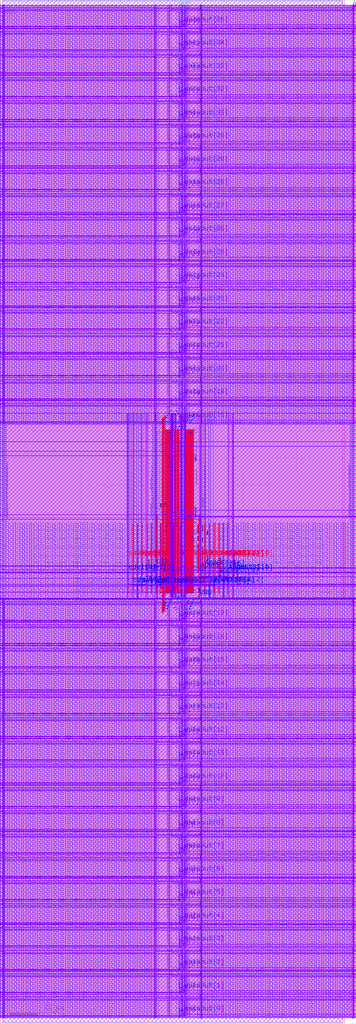
<source format=lef>
VERSION 5.8 ;
BUSBITCHARS "[]" ; 
DIVIDERCHAR "/" ; 


PROPERTYDEFINITIONS 
  MACRO CatenaDesignType STRING ; 
END PROPERTYDEFINITIONS 


MACRO srambank_128x4x36_6t122 
  CLASS BLOCK ; 
  ORIGIN 0 0 ; 
  FOREIGN srambank_128x4x36_6t122 0 0 ; 
  SIZE 64 BY 190.08 ; 
  SYMMETRY X Y ; 
  SITE coreSite ; 
  PIN VDD 
    DIRECTION INOUT ; 
    USE POWER ; 
    PORT 
      LAYER M4 ; 
        RECT 0.376 4.688 65.768 4.88 ; 
        RECT 0.376 9.008 65.768 9.2 ; 
        RECT 0.376 13.328 65.768 13.52 ; 
        RECT 0.376 17.648 65.768 17.84 ; 
        RECT 0.376 21.968 65.768 22.16 ; 
        RECT 0.376 26.288 65.768 26.48 ; 
        RECT 0.376 30.608 65.768 30.8 ; 
        RECT 0.376 34.928 65.768 35.12 ; 
        RECT 0.376 39.248 65.768 39.44 ; 
        RECT 0.376 43.568 65.768 43.76 ; 
        RECT 0.376 47.888 65.768 48.08 ; 
        RECT 0.376 52.208 65.768 52.4 ; 
        RECT 0.376 56.528 65.768 56.72 ; 
        RECT 0.376 60.848 65.768 61.04 ; 
        RECT 0.376 65.168 65.768 65.36 ; 
        RECT 0.376 69.488 65.768 69.68 ; 
        RECT 0.376 73.808 65.768 74 ; 
        RECT 0.376 78.128 65.768 78.32 ; 
        RECT 14.256 80.052 51.84 80.916 ; 
        RECT 36.788 94.068 37.352 94.164 ; 
        RECT 36.264 78.932 37.316 79.028 ; 
        RECT 29.592 92.724 36.504 93.588 ; 
        RECT 29.592 105.396 36.504 106.26 ; 
        RECT 0.376 114.956 65.768 115.148 ; 
        RECT 0.376 119.276 65.768 119.468 ; 
        RECT 0.376 123.596 65.768 123.788 ; 
        RECT 0.376 127.916 65.768 128.108 ; 
        RECT 0.376 132.236 65.768 132.428 ; 
        RECT 0.376 136.556 65.768 136.748 ; 
        RECT 0.376 140.876 65.768 141.068 ; 
        RECT 0.376 145.196 65.768 145.388 ; 
        RECT 0.376 149.516 65.768 149.708 ; 
        RECT 0.376 153.836 65.768 154.028 ; 
        RECT 0.376 158.156 65.768 158.348 ; 
        RECT 0.376 162.476 65.768 162.668 ; 
        RECT 0.376 166.796 65.768 166.988 ; 
        RECT 0.376 171.116 65.768 171.308 ; 
        RECT 0.376 175.436 65.768 175.628 ; 
        RECT 0.376 179.756 65.768 179.948 ; 
        RECT 0.376 184.076 65.768 184.268 ; 
        RECT 0.376 188.396 65.768 188.588 ; 
      LAYER M3 ; 
        RECT 65.576 0.866 65.648 5.506 ; 
        RECT 37.136 0.868 37.208 5.504 ; 
        RECT 31.52 1.028 31.88 5.484 ; 
        RECT 28.928 0.868 29 5.504 ; 
        RECT 0.488 0.866 0.56 5.506 ; 
        RECT 65.576 5.186 65.648 9.826 ; 
        RECT 37.136 5.188 37.208 9.824 ; 
        RECT 31.52 5.348 31.88 9.804 ; 
        RECT 28.928 5.188 29 9.824 ; 
        RECT 0.488 5.186 0.56 9.826 ; 
        RECT 65.576 9.506 65.648 14.146 ; 
        RECT 37.136 9.508 37.208 14.144 ; 
        RECT 31.52 9.668 31.88 14.124 ; 
        RECT 28.928 9.508 29 14.144 ; 
        RECT 0.488 9.506 0.56 14.146 ; 
        RECT 65.576 13.826 65.648 18.466 ; 
        RECT 37.136 13.828 37.208 18.464 ; 
        RECT 31.52 13.988 31.88 18.444 ; 
        RECT 28.928 13.828 29 18.464 ; 
        RECT 0.488 13.826 0.56 18.466 ; 
        RECT 65.576 18.146 65.648 22.786 ; 
        RECT 37.136 18.148 37.208 22.784 ; 
        RECT 31.52 18.308 31.88 22.764 ; 
        RECT 28.928 18.148 29 22.784 ; 
        RECT 0.488 18.146 0.56 22.786 ; 
        RECT 65.576 22.466 65.648 27.106 ; 
        RECT 37.136 22.468 37.208 27.104 ; 
        RECT 31.52 22.628 31.88 27.084 ; 
        RECT 28.928 22.468 29 27.104 ; 
        RECT 0.488 22.466 0.56 27.106 ; 
        RECT 65.576 26.786 65.648 31.426 ; 
        RECT 37.136 26.788 37.208 31.424 ; 
        RECT 31.52 26.948 31.88 31.404 ; 
        RECT 28.928 26.788 29 31.424 ; 
        RECT 0.488 26.786 0.56 31.426 ; 
        RECT 65.576 31.106 65.648 35.746 ; 
        RECT 37.136 31.108 37.208 35.744 ; 
        RECT 31.52 31.268 31.88 35.724 ; 
        RECT 28.928 31.108 29 35.744 ; 
        RECT 0.488 31.106 0.56 35.746 ; 
        RECT 65.576 35.426 65.648 40.066 ; 
        RECT 37.136 35.428 37.208 40.064 ; 
        RECT 31.52 35.588 31.88 40.044 ; 
        RECT 28.928 35.428 29 40.064 ; 
        RECT 0.488 35.426 0.56 40.066 ; 
        RECT 65.576 39.746 65.648 44.386 ; 
        RECT 37.136 39.748 37.208 44.384 ; 
        RECT 31.52 39.908 31.88 44.364 ; 
        RECT 28.928 39.748 29 44.384 ; 
        RECT 0.488 39.746 0.56 44.386 ; 
        RECT 65.576 44.066 65.648 48.706 ; 
        RECT 37.136 44.068 37.208 48.704 ; 
        RECT 31.52 44.228 31.88 48.684 ; 
        RECT 28.928 44.068 29 48.704 ; 
        RECT 0.488 44.066 0.56 48.706 ; 
        RECT 65.576 48.386 65.648 53.026 ; 
        RECT 37.136 48.388 37.208 53.024 ; 
        RECT 31.52 48.548 31.88 53.004 ; 
        RECT 28.928 48.388 29 53.024 ; 
        RECT 0.488 48.386 0.56 53.026 ; 
        RECT 65.576 52.706 65.648 57.346 ; 
        RECT 37.136 52.708 37.208 57.344 ; 
        RECT 31.52 52.868 31.88 57.324 ; 
        RECT 28.928 52.708 29 57.344 ; 
        RECT 0.488 52.706 0.56 57.346 ; 
        RECT 65.576 57.026 65.648 61.666 ; 
        RECT 37.136 57.028 37.208 61.664 ; 
        RECT 31.52 57.188 31.88 61.644 ; 
        RECT 28.928 57.028 29 61.664 ; 
        RECT 0.488 57.026 0.56 61.666 ; 
        RECT 65.576 61.346 65.648 65.986 ; 
        RECT 37.136 61.348 37.208 65.984 ; 
        RECT 31.52 61.508 31.88 65.964 ; 
        RECT 28.928 61.348 29 65.984 ; 
        RECT 0.488 61.346 0.56 65.986 ; 
        RECT 65.576 65.666 65.648 70.306 ; 
        RECT 37.136 65.668 37.208 70.304 ; 
        RECT 31.52 65.828 31.88 70.284 ; 
        RECT 28.928 65.668 29 70.304 ; 
        RECT 0.488 65.666 0.56 70.306 ; 
        RECT 65.576 69.986 65.648 74.626 ; 
        RECT 37.136 69.988 37.208 74.624 ; 
        RECT 31.52 70.148 31.88 74.604 ; 
        RECT 28.928 69.988 29 74.624 ; 
        RECT 0.488 69.986 0.56 74.626 ; 
        RECT 65.576 74.306 65.648 78.946 ; 
        RECT 37.136 74.308 37.208 78.944 ; 
        RECT 31.52 74.468 31.88 78.924 ; 
        RECT 28.928 74.308 29 78.944 ; 
        RECT 0.488 74.306 0.56 78.946 ; 
        RECT 65.556 78.602 65.628 111.43 ; 
        RECT 37.188 93.88 37.26 111.274 ; 
        RECT 37.116 78.734 37.188 79.286 ; 
        RECT 31.644 79.896 32.58 110.228 ; 
        RECT 31.5 109.896 31.86 111.4 ; 
        RECT 31.5 78.76 31.86 80.264 ; 
        RECT 0.468 78.602 0.54 111.43 ; 
        RECT 65.576 111.134 65.648 115.774 ; 
        RECT 37.136 111.136 37.208 115.772 ; 
        RECT 31.52 111.296 31.88 115.752 ; 
        RECT 28.928 111.136 29 115.772 ; 
        RECT 0.488 111.134 0.56 115.774 ; 
        RECT 65.576 115.454 65.648 120.094 ; 
        RECT 37.136 115.456 37.208 120.092 ; 
        RECT 31.52 115.616 31.88 120.072 ; 
        RECT 28.928 115.456 29 120.092 ; 
        RECT 0.488 115.454 0.56 120.094 ; 
        RECT 65.576 119.774 65.648 124.414 ; 
        RECT 37.136 119.776 37.208 124.412 ; 
        RECT 31.52 119.936 31.88 124.392 ; 
        RECT 28.928 119.776 29 124.412 ; 
        RECT 0.488 119.774 0.56 124.414 ; 
        RECT 65.576 124.094 65.648 128.734 ; 
        RECT 37.136 124.096 37.208 128.732 ; 
        RECT 31.52 124.256 31.88 128.712 ; 
        RECT 28.928 124.096 29 128.732 ; 
        RECT 0.488 124.094 0.56 128.734 ; 
        RECT 65.576 128.414 65.648 133.054 ; 
        RECT 37.136 128.416 37.208 133.052 ; 
        RECT 31.52 128.576 31.88 133.032 ; 
        RECT 28.928 128.416 29 133.052 ; 
        RECT 0.488 128.414 0.56 133.054 ; 
        RECT 65.576 132.734 65.648 137.374 ; 
        RECT 37.136 132.736 37.208 137.372 ; 
        RECT 31.52 132.896 31.88 137.352 ; 
        RECT 28.928 132.736 29 137.372 ; 
        RECT 0.488 132.734 0.56 137.374 ; 
        RECT 65.576 137.054 65.648 141.694 ; 
        RECT 37.136 137.056 37.208 141.692 ; 
        RECT 31.52 137.216 31.88 141.672 ; 
        RECT 28.928 137.056 29 141.692 ; 
        RECT 0.488 137.054 0.56 141.694 ; 
        RECT 65.576 141.374 65.648 146.014 ; 
        RECT 37.136 141.376 37.208 146.012 ; 
        RECT 31.52 141.536 31.88 145.992 ; 
        RECT 28.928 141.376 29 146.012 ; 
        RECT 0.488 141.374 0.56 146.014 ; 
        RECT 65.576 145.694 65.648 150.334 ; 
        RECT 37.136 145.696 37.208 150.332 ; 
        RECT 31.52 145.856 31.88 150.312 ; 
        RECT 28.928 145.696 29 150.332 ; 
        RECT 0.488 145.694 0.56 150.334 ; 
        RECT 65.576 150.014 65.648 154.654 ; 
        RECT 37.136 150.016 37.208 154.652 ; 
        RECT 31.52 150.176 31.88 154.632 ; 
        RECT 28.928 150.016 29 154.652 ; 
        RECT 0.488 150.014 0.56 154.654 ; 
        RECT 65.576 154.334 65.648 158.974 ; 
        RECT 37.136 154.336 37.208 158.972 ; 
        RECT 31.52 154.496 31.88 158.952 ; 
        RECT 28.928 154.336 29 158.972 ; 
        RECT 0.488 154.334 0.56 158.974 ; 
        RECT 65.576 158.654 65.648 163.294 ; 
        RECT 37.136 158.656 37.208 163.292 ; 
        RECT 31.52 158.816 31.88 163.272 ; 
        RECT 28.928 158.656 29 163.292 ; 
        RECT 0.488 158.654 0.56 163.294 ; 
        RECT 65.576 162.974 65.648 167.614 ; 
        RECT 37.136 162.976 37.208 167.612 ; 
        RECT 31.52 163.136 31.88 167.592 ; 
        RECT 28.928 162.976 29 167.612 ; 
        RECT 0.488 162.974 0.56 167.614 ; 
        RECT 65.576 167.294 65.648 171.934 ; 
        RECT 37.136 167.296 37.208 171.932 ; 
        RECT 31.52 167.456 31.88 171.912 ; 
        RECT 28.928 167.296 29 171.932 ; 
        RECT 0.488 167.294 0.56 171.934 ; 
        RECT 65.576 171.614 65.648 176.254 ; 
        RECT 37.136 171.616 37.208 176.252 ; 
        RECT 31.52 171.776 31.88 176.232 ; 
        RECT 28.928 171.616 29 176.252 ; 
        RECT 0.488 171.614 0.56 176.254 ; 
        RECT 65.576 175.934 65.648 180.574 ; 
        RECT 37.136 175.936 37.208 180.572 ; 
        RECT 31.52 176.096 31.88 180.552 ; 
        RECT 28.928 175.936 29 180.572 ; 
        RECT 0.488 175.934 0.56 180.574 ; 
        RECT 65.576 180.254 65.648 184.894 ; 
        RECT 37.136 180.256 37.208 184.892 ; 
        RECT 31.52 180.416 31.88 184.872 ; 
        RECT 28.928 180.256 29 184.892 ; 
        RECT 0.488 180.254 0.56 184.894 ; 
        RECT 65.576 184.574 65.648 189.214 ; 
        RECT 37.136 184.576 37.208 189.212 ; 
        RECT 31.52 184.736 31.88 189.192 ; 
        RECT 28.928 184.576 29 189.212 ; 
        RECT 0.488 184.574 0.56 189.214 ; 
      LAYER V3 ; 
        RECT 0.488 4.688 0.56 4.88 ; 
        RECT 28.928 4.688 29 4.88 ; 
        RECT 31.52 4.688 31.88 4.88 ; 
        RECT 37.136 4.688 37.208 4.88 ; 
        RECT 65.576 4.688 65.648 4.88 ; 
        RECT 0.488 9.008 0.56 9.2 ; 
        RECT 28.928 9.008 29 9.2 ; 
        RECT 31.52 9.008 31.88 9.2 ; 
        RECT 37.136 9.008 37.208 9.2 ; 
        RECT 65.576 9.008 65.648 9.2 ; 
        RECT 0.488 13.328 0.56 13.52 ; 
        RECT 28.928 13.328 29 13.52 ; 
        RECT 31.52 13.328 31.88 13.52 ; 
        RECT 37.136 13.328 37.208 13.52 ; 
        RECT 65.576 13.328 65.648 13.52 ; 
        RECT 0.488 17.648 0.56 17.84 ; 
        RECT 28.928 17.648 29 17.84 ; 
        RECT 31.52 17.648 31.88 17.84 ; 
        RECT 37.136 17.648 37.208 17.84 ; 
        RECT 65.576 17.648 65.648 17.84 ; 
        RECT 0.488 21.968 0.56 22.16 ; 
        RECT 28.928 21.968 29 22.16 ; 
        RECT 31.52 21.968 31.88 22.16 ; 
        RECT 37.136 21.968 37.208 22.16 ; 
        RECT 65.576 21.968 65.648 22.16 ; 
        RECT 0.488 26.288 0.56 26.48 ; 
        RECT 28.928 26.288 29 26.48 ; 
        RECT 31.52 26.288 31.88 26.48 ; 
        RECT 37.136 26.288 37.208 26.48 ; 
        RECT 65.576 26.288 65.648 26.48 ; 
        RECT 0.488 30.608 0.56 30.8 ; 
        RECT 28.928 30.608 29 30.8 ; 
        RECT 31.52 30.608 31.88 30.8 ; 
        RECT 37.136 30.608 37.208 30.8 ; 
        RECT 65.576 30.608 65.648 30.8 ; 
        RECT 0.488 34.928 0.56 35.12 ; 
        RECT 28.928 34.928 29 35.12 ; 
        RECT 31.52 34.928 31.88 35.12 ; 
        RECT 37.136 34.928 37.208 35.12 ; 
        RECT 65.576 34.928 65.648 35.12 ; 
        RECT 0.488 39.248 0.56 39.44 ; 
        RECT 28.928 39.248 29 39.44 ; 
        RECT 31.52 39.248 31.88 39.44 ; 
        RECT 37.136 39.248 37.208 39.44 ; 
        RECT 65.576 39.248 65.648 39.44 ; 
        RECT 0.488 43.568 0.56 43.76 ; 
        RECT 28.928 43.568 29 43.76 ; 
        RECT 31.52 43.568 31.88 43.76 ; 
        RECT 37.136 43.568 37.208 43.76 ; 
        RECT 65.576 43.568 65.648 43.76 ; 
        RECT 0.488 47.888 0.56 48.08 ; 
        RECT 28.928 47.888 29 48.08 ; 
        RECT 31.52 47.888 31.88 48.08 ; 
        RECT 37.136 47.888 37.208 48.08 ; 
        RECT 65.576 47.888 65.648 48.08 ; 
        RECT 0.488 52.208 0.56 52.4 ; 
        RECT 28.928 52.208 29 52.4 ; 
        RECT 31.52 52.208 31.88 52.4 ; 
        RECT 37.136 52.208 37.208 52.4 ; 
        RECT 65.576 52.208 65.648 52.4 ; 
        RECT 0.488 56.528 0.56 56.72 ; 
        RECT 28.928 56.528 29 56.72 ; 
        RECT 31.52 56.528 31.88 56.72 ; 
        RECT 37.136 56.528 37.208 56.72 ; 
        RECT 65.576 56.528 65.648 56.72 ; 
        RECT 0.488 60.848 0.56 61.04 ; 
        RECT 28.928 60.848 29 61.04 ; 
        RECT 31.52 60.848 31.88 61.04 ; 
        RECT 37.136 60.848 37.208 61.04 ; 
        RECT 65.576 60.848 65.648 61.04 ; 
        RECT 0.488 65.168 0.56 65.36 ; 
        RECT 28.928 65.168 29 65.36 ; 
        RECT 31.52 65.168 31.88 65.36 ; 
        RECT 37.136 65.168 37.208 65.36 ; 
        RECT 65.576 65.168 65.648 65.36 ; 
        RECT 0.488 69.488 0.56 69.68 ; 
        RECT 28.928 69.488 29 69.68 ; 
        RECT 31.52 69.488 31.88 69.68 ; 
        RECT 37.136 69.488 37.208 69.68 ; 
        RECT 65.576 69.488 65.648 69.68 ; 
        RECT 0.488 73.808 0.56 74 ; 
        RECT 28.928 73.808 29 74 ; 
        RECT 31.52 73.808 31.88 74 ; 
        RECT 37.136 73.808 37.208 74 ; 
        RECT 65.576 73.808 65.648 74 ; 
        RECT 0.488 78.128 0.56 78.32 ; 
        RECT 28.928 78.128 29 78.32 ; 
        RECT 31.52 78.128 31.88 78.32 ; 
        RECT 37.136 78.128 37.208 78.32 ; 
        RECT 65.576 78.128 65.648 78.32 ; 
        RECT 31.66 105.396 31.732 106.26 ; 
        RECT 31.66 92.724 31.732 93.588 ; 
        RECT 31.66 80.052 31.732 80.916 ; 
        RECT 31.868 105.396 31.94 106.26 ; 
        RECT 31.868 92.724 31.94 93.588 ; 
        RECT 31.868 80.052 31.94 80.916 ; 
        RECT 32.076 105.396 32.148 106.26 ; 
        RECT 32.076 92.724 32.148 93.588 ; 
        RECT 32.076 80.052 32.148 80.916 ; 
        RECT 32.284 105.396 32.356 106.26 ; 
        RECT 32.284 92.724 32.356 93.588 ; 
        RECT 32.284 80.052 32.356 80.916 ; 
        RECT 32.492 105.396 32.564 106.26 ; 
        RECT 32.492 92.724 32.564 93.588 ; 
        RECT 32.492 80.052 32.564 80.916 ; 
        RECT 37.116 78.932 37.188 79.028 ; 
        RECT 37.188 94.068 37.26 94.164 ; 
        RECT 0.488 114.956 0.56 115.148 ; 
        RECT 28.928 114.956 29 115.148 ; 
        RECT 31.52 114.956 31.88 115.148 ; 
        RECT 37.136 114.956 37.208 115.148 ; 
        RECT 65.576 114.956 65.648 115.148 ; 
        RECT 0.488 119.276 0.56 119.468 ; 
        RECT 28.928 119.276 29 119.468 ; 
        RECT 31.52 119.276 31.88 119.468 ; 
        RECT 37.136 119.276 37.208 119.468 ; 
        RECT 65.576 119.276 65.648 119.468 ; 
        RECT 0.488 123.596 0.56 123.788 ; 
        RECT 28.928 123.596 29 123.788 ; 
        RECT 31.52 123.596 31.88 123.788 ; 
        RECT 37.136 123.596 37.208 123.788 ; 
        RECT 65.576 123.596 65.648 123.788 ; 
        RECT 0.488 127.916 0.56 128.108 ; 
        RECT 28.928 127.916 29 128.108 ; 
        RECT 31.52 127.916 31.88 128.108 ; 
        RECT 37.136 127.916 37.208 128.108 ; 
        RECT 65.576 127.916 65.648 128.108 ; 
        RECT 0.488 132.236 0.56 132.428 ; 
        RECT 28.928 132.236 29 132.428 ; 
        RECT 31.52 132.236 31.88 132.428 ; 
        RECT 37.136 132.236 37.208 132.428 ; 
        RECT 65.576 132.236 65.648 132.428 ; 
        RECT 0.488 136.556 0.56 136.748 ; 
        RECT 28.928 136.556 29 136.748 ; 
        RECT 31.52 136.556 31.88 136.748 ; 
        RECT 37.136 136.556 37.208 136.748 ; 
        RECT 65.576 136.556 65.648 136.748 ; 
        RECT 0.488 140.876 0.56 141.068 ; 
        RECT 28.928 140.876 29 141.068 ; 
        RECT 31.52 140.876 31.88 141.068 ; 
        RECT 37.136 140.876 37.208 141.068 ; 
        RECT 65.576 140.876 65.648 141.068 ; 
        RECT 0.488 145.196 0.56 145.388 ; 
        RECT 28.928 145.196 29 145.388 ; 
        RECT 31.52 145.196 31.88 145.388 ; 
        RECT 37.136 145.196 37.208 145.388 ; 
        RECT 65.576 145.196 65.648 145.388 ; 
        RECT 0.488 149.516 0.56 149.708 ; 
        RECT 28.928 149.516 29 149.708 ; 
        RECT 31.52 149.516 31.88 149.708 ; 
        RECT 37.136 149.516 37.208 149.708 ; 
        RECT 65.576 149.516 65.648 149.708 ; 
        RECT 0.488 153.836 0.56 154.028 ; 
        RECT 28.928 153.836 29 154.028 ; 
        RECT 31.52 153.836 31.88 154.028 ; 
        RECT 37.136 153.836 37.208 154.028 ; 
        RECT 65.576 153.836 65.648 154.028 ; 
        RECT 0.488 158.156 0.56 158.348 ; 
        RECT 28.928 158.156 29 158.348 ; 
        RECT 31.52 158.156 31.88 158.348 ; 
        RECT 37.136 158.156 37.208 158.348 ; 
        RECT 65.576 158.156 65.648 158.348 ; 
        RECT 0.488 162.476 0.56 162.668 ; 
        RECT 28.928 162.476 29 162.668 ; 
        RECT 31.52 162.476 31.88 162.668 ; 
        RECT 37.136 162.476 37.208 162.668 ; 
        RECT 65.576 162.476 65.648 162.668 ; 
        RECT 0.488 166.796 0.56 166.988 ; 
        RECT 28.928 166.796 29 166.988 ; 
        RECT 31.52 166.796 31.88 166.988 ; 
        RECT 37.136 166.796 37.208 166.988 ; 
        RECT 65.576 166.796 65.648 166.988 ; 
        RECT 0.488 171.116 0.56 171.308 ; 
        RECT 28.928 171.116 29 171.308 ; 
        RECT 31.52 171.116 31.88 171.308 ; 
        RECT 37.136 171.116 37.208 171.308 ; 
        RECT 65.576 171.116 65.648 171.308 ; 
        RECT 0.488 175.436 0.56 175.628 ; 
        RECT 28.928 175.436 29 175.628 ; 
        RECT 31.52 175.436 31.88 175.628 ; 
        RECT 37.136 175.436 37.208 175.628 ; 
        RECT 65.576 175.436 65.648 175.628 ; 
        RECT 0.488 179.756 0.56 179.948 ; 
        RECT 28.928 179.756 29 179.948 ; 
        RECT 31.52 179.756 31.88 179.948 ; 
        RECT 37.136 179.756 37.208 179.948 ; 
        RECT 65.576 179.756 65.648 179.948 ; 
        RECT 0.488 184.076 0.56 184.268 ; 
        RECT 28.928 184.076 29 184.268 ; 
        RECT 31.52 184.076 31.88 184.268 ; 
        RECT 37.136 184.076 37.208 184.268 ; 
        RECT 65.576 184.076 65.648 184.268 ; 
        RECT 0.488 188.396 0.56 188.588 ; 
        RECT 28.928 188.396 29 188.588 ; 
        RECT 31.52 188.396 31.88 188.588 ; 
        RECT 37.136 188.396 37.208 188.588 ; 
        RECT 65.576 188.396 65.648 188.588 ; 
      LAYER M5 ; 
        RECT 36.864 78.86 36.96 94.236 ; 
      LAYER V4 ; 
        RECT 36.864 94.068 36.96 94.164 ; 
        RECT 36.864 80.052 36.96 80.916 ; 
        RECT 36.864 78.932 36.96 79.028 ; 
    END 
  END VDD 
  PIN VSS 
    DIRECTION INOUT ; 
    USE POWER ; 
    PORT 
      LAYER M4 ; 
        RECT 0.376 4.304 65.748 4.496 ; 
        RECT 0.376 8.624 65.748 8.816 ; 
        RECT 0.376 12.944 65.748 13.136 ; 
        RECT 0.376 17.264 65.748 17.456 ; 
        RECT 0.376 21.584 65.748 21.776 ; 
        RECT 0.376 25.904 65.748 26.096 ; 
        RECT 0.376 30.224 65.748 30.416 ; 
        RECT 0.376 34.544 65.748 34.736 ; 
        RECT 0.376 38.864 65.748 39.056 ; 
        RECT 0.376 43.184 65.748 43.376 ; 
        RECT 0.376 47.504 65.748 47.696 ; 
        RECT 0.376 51.824 65.748 52.016 ; 
        RECT 0.376 56.144 65.748 56.336 ; 
        RECT 0.376 60.464 65.748 60.656 ; 
        RECT 0.376 64.784 65.748 64.976 ; 
        RECT 0.376 69.104 65.748 69.296 ; 
        RECT 0.376 73.424 65.748 73.616 ; 
        RECT 0.376 77.744 65.748 77.936 ; 
        RECT 14.256 81.78 51.84 82.644 ; 
        RECT 29.592 94.452 36.504 95.316 ; 
        RECT 29.592 107.124 36.504 107.988 ; 
        RECT 0.376 114.572 65.748 114.764 ; 
        RECT 0.376 118.892 65.748 119.084 ; 
        RECT 0.376 123.212 65.748 123.404 ; 
        RECT 0.376 127.532 65.748 127.724 ; 
        RECT 0.376 131.852 65.748 132.044 ; 
        RECT 0.376 136.172 65.748 136.364 ; 
        RECT 0.376 140.492 65.748 140.684 ; 
        RECT 0.376 144.812 65.748 145.004 ; 
        RECT 0.376 149.132 65.748 149.324 ; 
        RECT 0.376 153.452 65.748 153.644 ; 
        RECT 0.376 157.772 65.748 157.964 ; 
        RECT 0.376 162.092 65.748 162.284 ; 
        RECT 0.376 166.412 65.748 166.604 ; 
        RECT 0.376 170.732 65.748 170.924 ; 
        RECT 0.376 175.052 65.748 175.244 ; 
        RECT 0.376 179.372 65.748 179.564 ; 
        RECT 0.376 183.692 65.748 183.884 ; 
        RECT 0.376 188.012 65.748 188.204 ; 
      LAYER M3 ; 
        RECT 65.432 0.866 65.504 5.506 ; 
        RECT 37.352 0.866 37.424 5.506 ; 
        RECT 34.292 1.012 34.436 5.468 ; 
        RECT 33.68 1.012 33.788 5.468 ; 
        RECT 28.712 0.866 28.784 5.506 ; 
        RECT 0.632 0.866 0.704 5.506 ; 
        RECT 65.432 5.186 65.504 9.826 ; 
        RECT 37.352 5.186 37.424 9.826 ; 
        RECT 34.292 5.332 34.436 9.788 ; 
        RECT 33.68 5.332 33.788 9.788 ; 
        RECT 28.712 5.186 28.784 9.826 ; 
        RECT 0.632 5.186 0.704 9.826 ; 
        RECT 65.432 9.506 65.504 14.146 ; 
        RECT 37.352 9.506 37.424 14.146 ; 
        RECT 34.292 9.652 34.436 14.108 ; 
        RECT 33.68 9.652 33.788 14.108 ; 
        RECT 28.712 9.506 28.784 14.146 ; 
        RECT 0.632 9.506 0.704 14.146 ; 
        RECT 65.432 13.826 65.504 18.466 ; 
        RECT 37.352 13.826 37.424 18.466 ; 
        RECT 34.292 13.972 34.436 18.428 ; 
        RECT 33.68 13.972 33.788 18.428 ; 
        RECT 28.712 13.826 28.784 18.466 ; 
        RECT 0.632 13.826 0.704 18.466 ; 
        RECT 65.432 18.146 65.504 22.786 ; 
        RECT 37.352 18.146 37.424 22.786 ; 
        RECT 34.292 18.292 34.436 22.748 ; 
        RECT 33.68 18.292 33.788 22.748 ; 
        RECT 28.712 18.146 28.784 22.786 ; 
        RECT 0.632 18.146 0.704 22.786 ; 
        RECT 65.432 22.466 65.504 27.106 ; 
        RECT 37.352 22.466 37.424 27.106 ; 
        RECT 34.292 22.612 34.436 27.068 ; 
        RECT 33.68 22.612 33.788 27.068 ; 
        RECT 28.712 22.466 28.784 27.106 ; 
        RECT 0.632 22.466 0.704 27.106 ; 
        RECT 65.432 26.786 65.504 31.426 ; 
        RECT 37.352 26.786 37.424 31.426 ; 
        RECT 34.292 26.932 34.436 31.388 ; 
        RECT 33.68 26.932 33.788 31.388 ; 
        RECT 28.712 26.786 28.784 31.426 ; 
        RECT 0.632 26.786 0.704 31.426 ; 
        RECT 65.432 31.106 65.504 35.746 ; 
        RECT 37.352 31.106 37.424 35.746 ; 
        RECT 34.292 31.252 34.436 35.708 ; 
        RECT 33.68 31.252 33.788 35.708 ; 
        RECT 28.712 31.106 28.784 35.746 ; 
        RECT 0.632 31.106 0.704 35.746 ; 
        RECT 65.432 35.426 65.504 40.066 ; 
        RECT 37.352 35.426 37.424 40.066 ; 
        RECT 34.292 35.572 34.436 40.028 ; 
        RECT 33.68 35.572 33.788 40.028 ; 
        RECT 28.712 35.426 28.784 40.066 ; 
        RECT 0.632 35.426 0.704 40.066 ; 
        RECT 65.432 39.746 65.504 44.386 ; 
        RECT 37.352 39.746 37.424 44.386 ; 
        RECT 34.292 39.892 34.436 44.348 ; 
        RECT 33.68 39.892 33.788 44.348 ; 
        RECT 28.712 39.746 28.784 44.386 ; 
        RECT 0.632 39.746 0.704 44.386 ; 
        RECT 65.432 44.066 65.504 48.706 ; 
        RECT 37.352 44.066 37.424 48.706 ; 
        RECT 34.292 44.212 34.436 48.668 ; 
        RECT 33.68 44.212 33.788 48.668 ; 
        RECT 28.712 44.066 28.784 48.706 ; 
        RECT 0.632 44.066 0.704 48.706 ; 
        RECT 65.432 48.386 65.504 53.026 ; 
        RECT 37.352 48.386 37.424 53.026 ; 
        RECT 34.292 48.532 34.436 52.988 ; 
        RECT 33.68 48.532 33.788 52.988 ; 
        RECT 28.712 48.386 28.784 53.026 ; 
        RECT 0.632 48.386 0.704 53.026 ; 
        RECT 65.432 52.706 65.504 57.346 ; 
        RECT 37.352 52.706 37.424 57.346 ; 
        RECT 34.292 52.852 34.436 57.308 ; 
        RECT 33.68 52.852 33.788 57.308 ; 
        RECT 28.712 52.706 28.784 57.346 ; 
        RECT 0.632 52.706 0.704 57.346 ; 
        RECT 65.432 57.026 65.504 61.666 ; 
        RECT 37.352 57.026 37.424 61.666 ; 
        RECT 34.292 57.172 34.436 61.628 ; 
        RECT 33.68 57.172 33.788 61.628 ; 
        RECT 28.712 57.026 28.784 61.666 ; 
        RECT 0.632 57.026 0.704 61.666 ; 
        RECT 65.432 61.346 65.504 65.986 ; 
        RECT 37.352 61.346 37.424 65.986 ; 
        RECT 34.292 61.492 34.436 65.948 ; 
        RECT 33.68 61.492 33.788 65.948 ; 
        RECT 28.712 61.346 28.784 65.986 ; 
        RECT 0.632 61.346 0.704 65.986 ; 
        RECT 65.432 65.666 65.504 70.306 ; 
        RECT 37.352 65.666 37.424 70.306 ; 
        RECT 34.292 65.812 34.436 70.268 ; 
        RECT 33.68 65.812 33.788 70.268 ; 
        RECT 28.712 65.666 28.784 70.306 ; 
        RECT 0.632 65.666 0.704 70.306 ; 
        RECT 65.432 69.986 65.504 74.626 ; 
        RECT 37.352 69.986 37.424 74.626 ; 
        RECT 34.292 70.132 34.436 74.588 ; 
        RECT 33.68 70.132 33.788 74.588 ; 
        RECT 28.712 69.986 28.784 74.626 ; 
        RECT 0.632 69.986 0.704 74.626 ; 
        RECT 65.432 74.306 65.504 78.946 ; 
        RECT 37.352 74.306 37.424 78.946 ; 
        RECT 34.292 74.452 34.436 78.908 ; 
        RECT 33.68 74.452 33.788 78.908 ; 
        RECT 28.712 74.306 28.784 78.946 ; 
        RECT 0.632 74.306 0.704 78.946 ; 
        RECT 65.412 78.602 65.484 111.43 ; 
        RECT 37.332 78.602 37.404 111.43 ; 
        RECT 33.516 79.496 34.452 110.228 ; 
        RECT 34.272 78.778 34.416 111.256 ; 
        RECT 33.66 78.776 33.768 111.256 ; 
        RECT 28.692 78.602 28.764 111.43 ; 
        RECT 0.612 78.602 0.684 111.43 ; 
        RECT 65.432 111.134 65.504 115.774 ; 
        RECT 37.352 111.134 37.424 115.774 ; 
        RECT 34.292 111.28 34.436 115.736 ; 
        RECT 33.68 111.28 33.788 115.736 ; 
        RECT 28.712 111.134 28.784 115.774 ; 
        RECT 0.632 111.134 0.704 115.774 ; 
        RECT 65.432 115.454 65.504 120.094 ; 
        RECT 37.352 115.454 37.424 120.094 ; 
        RECT 34.292 115.6 34.436 120.056 ; 
        RECT 33.68 115.6 33.788 120.056 ; 
        RECT 28.712 115.454 28.784 120.094 ; 
        RECT 0.632 115.454 0.704 120.094 ; 
        RECT 65.432 119.774 65.504 124.414 ; 
        RECT 37.352 119.774 37.424 124.414 ; 
        RECT 34.292 119.92 34.436 124.376 ; 
        RECT 33.68 119.92 33.788 124.376 ; 
        RECT 28.712 119.774 28.784 124.414 ; 
        RECT 0.632 119.774 0.704 124.414 ; 
        RECT 65.432 124.094 65.504 128.734 ; 
        RECT 37.352 124.094 37.424 128.734 ; 
        RECT 34.292 124.24 34.436 128.696 ; 
        RECT 33.68 124.24 33.788 128.696 ; 
        RECT 28.712 124.094 28.784 128.734 ; 
        RECT 0.632 124.094 0.704 128.734 ; 
        RECT 65.432 128.414 65.504 133.054 ; 
        RECT 37.352 128.414 37.424 133.054 ; 
        RECT 34.292 128.56 34.436 133.016 ; 
        RECT 33.68 128.56 33.788 133.016 ; 
        RECT 28.712 128.414 28.784 133.054 ; 
        RECT 0.632 128.414 0.704 133.054 ; 
        RECT 65.432 132.734 65.504 137.374 ; 
        RECT 37.352 132.734 37.424 137.374 ; 
        RECT 34.292 132.88 34.436 137.336 ; 
        RECT 33.68 132.88 33.788 137.336 ; 
        RECT 28.712 132.734 28.784 137.374 ; 
        RECT 0.632 132.734 0.704 137.374 ; 
        RECT 65.432 137.054 65.504 141.694 ; 
        RECT 37.352 137.054 37.424 141.694 ; 
        RECT 34.292 137.2 34.436 141.656 ; 
        RECT 33.68 137.2 33.788 141.656 ; 
        RECT 28.712 137.054 28.784 141.694 ; 
        RECT 0.632 137.054 0.704 141.694 ; 
        RECT 65.432 141.374 65.504 146.014 ; 
        RECT 37.352 141.374 37.424 146.014 ; 
        RECT 34.292 141.52 34.436 145.976 ; 
        RECT 33.68 141.52 33.788 145.976 ; 
        RECT 28.712 141.374 28.784 146.014 ; 
        RECT 0.632 141.374 0.704 146.014 ; 
        RECT 65.432 145.694 65.504 150.334 ; 
        RECT 37.352 145.694 37.424 150.334 ; 
        RECT 34.292 145.84 34.436 150.296 ; 
        RECT 33.68 145.84 33.788 150.296 ; 
        RECT 28.712 145.694 28.784 150.334 ; 
        RECT 0.632 145.694 0.704 150.334 ; 
        RECT 65.432 150.014 65.504 154.654 ; 
        RECT 37.352 150.014 37.424 154.654 ; 
        RECT 34.292 150.16 34.436 154.616 ; 
        RECT 33.68 150.16 33.788 154.616 ; 
        RECT 28.712 150.014 28.784 154.654 ; 
        RECT 0.632 150.014 0.704 154.654 ; 
        RECT 65.432 154.334 65.504 158.974 ; 
        RECT 37.352 154.334 37.424 158.974 ; 
        RECT 34.292 154.48 34.436 158.936 ; 
        RECT 33.68 154.48 33.788 158.936 ; 
        RECT 28.712 154.334 28.784 158.974 ; 
        RECT 0.632 154.334 0.704 158.974 ; 
        RECT 65.432 158.654 65.504 163.294 ; 
        RECT 37.352 158.654 37.424 163.294 ; 
        RECT 34.292 158.8 34.436 163.256 ; 
        RECT 33.68 158.8 33.788 163.256 ; 
        RECT 28.712 158.654 28.784 163.294 ; 
        RECT 0.632 158.654 0.704 163.294 ; 
        RECT 65.432 162.974 65.504 167.614 ; 
        RECT 37.352 162.974 37.424 167.614 ; 
        RECT 34.292 163.12 34.436 167.576 ; 
        RECT 33.68 163.12 33.788 167.576 ; 
        RECT 28.712 162.974 28.784 167.614 ; 
        RECT 0.632 162.974 0.704 167.614 ; 
        RECT 65.432 167.294 65.504 171.934 ; 
        RECT 37.352 167.294 37.424 171.934 ; 
        RECT 34.292 167.44 34.436 171.896 ; 
        RECT 33.68 167.44 33.788 171.896 ; 
        RECT 28.712 167.294 28.784 171.934 ; 
        RECT 0.632 167.294 0.704 171.934 ; 
        RECT 65.432 171.614 65.504 176.254 ; 
        RECT 37.352 171.614 37.424 176.254 ; 
        RECT 34.292 171.76 34.436 176.216 ; 
        RECT 33.68 171.76 33.788 176.216 ; 
        RECT 28.712 171.614 28.784 176.254 ; 
        RECT 0.632 171.614 0.704 176.254 ; 
        RECT 65.432 175.934 65.504 180.574 ; 
        RECT 37.352 175.934 37.424 180.574 ; 
        RECT 34.292 176.08 34.436 180.536 ; 
        RECT 33.68 176.08 33.788 180.536 ; 
        RECT 28.712 175.934 28.784 180.574 ; 
        RECT 0.632 175.934 0.704 180.574 ; 
        RECT 65.432 180.254 65.504 184.894 ; 
        RECT 37.352 180.254 37.424 184.894 ; 
        RECT 34.292 180.4 34.436 184.856 ; 
        RECT 33.68 180.4 33.788 184.856 ; 
        RECT 28.712 180.254 28.784 184.894 ; 
        RECT 0.632 180.254 0.704 184.894 ; 
        RECT 65.432 184.574 65.504 189.214 ; 
        RECT 37.352 184.574 37.424 189.214 ; 
        RECT 34.292 184.72 34.436 189.176 ; 
        RECT 33.68 184.72 33.788 189.176 ; 
        RECT 28.712 184.574 28.784 189.214 ; 
        RECT 0.632 184.574 0.704 189.214 ; 
      LAYER V3 ; 
        RECT 0.632 4.304 0.704 4.496 ; 
        RECT 28.712 4.304 28.784 4.496 ; 
        RECT 33.68 4.304 33.788 4.496 ; 
        RECT 34.292 4.304 34.436 4.496 ; 
        RECT 37.352 4.304 37.424 4.496 ; 
        RECT 65.432 4.304 65.504 4.496 ; 
        RECT 0.632 8.624 0.704 8.816 ; 
        RECT 28.712 8.624 28.784 8.816 ; 
        RECT 33.68 8.624 33.788 8.816 ; 
        RECT 34.292 8.624 34.436 8.816 ; 
        RECT 37.352 8.624 37.424 8.816 ; 
        RECT 65.432 8.624 65.504 8.816 ; 
        RECT 0.632 12.944 0.704 13.136 ; 
        RECT 28.712 12.944 28.784 13.136 ; 
        RECT 33.68 12.944 33.788 13.136 ; 
        RECT 34.292 12.944 34.436 13.136 ; 
        RECT 37.352 12.944 37.424 13.136 ; 
        RECT 65.432 12.944 65.504 13.136 ; 
        RECT 0.632 17.264 0.704 17.456 ; 
        RECT 28.712 17.264 28.784 17.456 ; 
        RECT 33.68 17.264 33.788 17.456 ; 
        RECT 34.292 17.264 34.436 17.456 ; 
        RECT 37.352 17.264 37.424 17.456 ; 
        RECT 65.432 17.264 65.504 17.456 ; 
        RECT 0.632 21.584 0.704 21.776 ; 
        RECT 28.712 21.584 28.784 21.776 ; 
        RECT 33.68 21.584 33.788 21.776 ; 
        RECT 34.292 21.584 34.436 21.776 ; 
        RECT 37.352 21.584 37.424 21.776 ; 
        RECT 65.432 21.584 65.504 21.776 ; 
        RECT 0.632 25.904 0.704 26.096 ; 
        RECT 28.712 25.904 28.784 26.096 ; 
        RECT 33.68 25.904 33.788 26.096 ; 
        RECT 34.292 25.904 34.436 26.096 ; 
        RECT 37.352 25.904 37.424 26.096 ; 
        RECT 65.432 25.904 65.504 26.096 ; 
        RECT 0.632 30.224 0.704 30.416 ; 
        RECT 28.712 30.224 28.784 30.416 ; 
        RECT 33.68 30.224 33.788 30.416 ; 
        RECT 34.292 30.224 34.436 30.416 ; 
        RECT 37.352 30.224 37.424 30.416 ; 
        RECT 65.432 30.224 65.504 30.416 ; 
        RECT 0.632 34.544 0.704 34.736 ; 
        RECT 28.712 34.544 28.784 34.736 ; 
        RECT 33.68 34.544 33.788 34.736 ; 
        RECT 34.292 34.544 34.436 34.736 ; 
        RECT 37.352 34.544 37.424 34.736 ; 
        RECT 65.432 34.544 65.504 34.736 ; 
        RECT 0.632 38.864 0.704 39.056 ; 
        RECT 28.712 38.864 28.784 39.056 ; 
        RECT 33.68 38.864 33.788 39.056 ; 
        RECT 34.292 38.864 34.436 39.056 ; 
        RECT 37.352 38.864 37.424 39.056 ; 
        RECT 65.432 38.864 65.504 39.056 ; 
        RECT 0.632 43.184 0.704 43.376 ; 
        RECT 28.712 43.184 28.784 43.376 ; 
        RECT 33.68 43.184 33.788 43.376 ; 
        RECT 34.292 43.184 34.436 43.376 ; 
        RECT 37.352 43.184 37.424 43.376 ; 
        RECT 65.432 43.184 65.504 43.376 ; 
        RECT 0.632 47.504 0.704 47.696 ; 
        RECT 28.712 47.504 28.784 47.696 ; 
        RECT 33.68 47.504 33.788 47.696 ; 
        RECT 34.292 47.504 34.436 47.696 ; 
        RECT 37.352 47.504 37.424 47.696 ; 
        RECT 65.432 47.504 65.504 47.696 ; 
        RECT 0.632 51.824 0.704 52.016 ; 
        RECT 28.712 51.824 28.784 52.016 ; 
        RECT 33.68 51.824 33.788 52.016 ; 
        RECT 34.292 51.824 34.436 52.016 ; 
        RECT 37.352 51.824 37.424 52.016 ; 
        RECT 65.432 51.824 65.504 52.016 ; 
        RECT 0.632 56.144 0.704 56.336 ; 
        RECT 28.712 56.144 28.784 56.336 ; 
        RECT 33.68 56.144 33.788 56.336 ; 
        RECT 34.292 56.144 34.436 56.336 ; 
        RECT 37.352 56.144 37.424 56.336 ; 
        RECT 65.432 56.144 65.504 56.336 ; 
        RECT 0.632 60.464 0.704 60.656 ; 
        RECT 28.712 60.464 28.784 60.656 ; 
        RECT 33.68 60.464 33.788 60.656 ; 
        RECT 34.292 60.464 34.436 60.656 ; 
        RECT 37.352 60.464 37.424 60.656 ; 
        RECT 65.432 60.464 65.504 60.656 ; 
        RECT 0.632 64.784 0.704 64.976 ; 
        RECT 28.712 64.784 28.784 64.976 ; 
        RECT 33.68 64.784 33.788 64.976 ; 
        RECT 34.292 64.784 34.436 64.976 ; 
        RECT 37.352 64.784 37.424 64.976 ; 
        RECT 65.432 64.784 65.504 64.976 ; 
        RECT 0.632 69.104 0.704 69.296 ; 
        RECT 28.712 69.104 28.784 69.296 ; 
        RECT 33.68 69.104 33.788 69.296 ; 
        RECT 34.292 69.104 34.436 69.296 ; 
        RECT 37.352 69.104 37.424 69.296 ; 
        RECT 65.432 69.104 65.504 69.296 ; 
        RECT 0.632 73.424 0.704 73.616 ; 
        RECT 28.712 73.424 28.784 73.616 ; 
        RECT 33.68 73.424 33.788 73.616 ; 
        RECT 34.292 73.424 34.436 73.616 ; 
        RECT 37.352 73.424 37.424 73.616 ; 
        RECT 65.432 73.424 65.504 73.616 ; 
        RECT 0.632 77.744 0.704 77.936 ; 
        RECT 28.712 77.744 28.784 77.936 ; 
        RECT 33.68 77.744 33.788 77.936 ; 
        RECT 34.292 77.744 34.436 77.936 ; 
        RECT 37.352 77.744 37.424 77.936 ; 
        RECT 65.432 77.744 65.504 77.936 ; 
        RECT 33.532 107.124 33.604 107.988 ; 
        RECT 33.532 94.452 33.604 95.316 ; 
        RECT 33.532 81.78 33.604 82.644 ; 
        RECT 33.74 107.124 33.812 107.988 ; 
        RECT 33.74 94.452 33.812 95.316 ; 
        RECT 33.74 81.78 33.812 82.644 ; 
        RECT 33.948 107.124 34.02 107.988 ; 
        RECT 33.948 94.452 34.02 95.316 ; 
        RECT 33.948 81.78 34.02 82.644 ; 
        RECT 34.156 107.124 34.228 107.988 ; 
        RECT 34.156 94.452 34.228 95.316 ; 
        RECT 34.156 81.78 34.228 82.644 ; 
        RECT 34.364 107.124 34.436 107.988 ; 
        RECT 34.364 94.452 34.436 95.316 ; 
        RECT 34.364 81.78 34.436 82.644 ; 
        RECT 37.332 81.782 37.404 82.646 ; 
        RECT 0.632 114.572 0.704 114.764 ; 
        RECT 28.712 114.572 28.784 114.764 ; 
        RECT 33.68 114.572 33.788 114.764 ; 
        RECT 34.292 114.572 34.436 114.764 ; 
        RECT 37.352 114.572 37.424 114.764 ; 
        RECT 65.432 114.572 65.504 114.764 ; 
        RECT 0.632 118.892 0.704 119.084 ; 
        RECT 28.712 118.892 28.784 119.084 ; 
        RECT 33.68 118.892 33.788 119.084 ; 
        RECT 34.292 118.892 34.436 119.084 ; 
        RECT 37.352 118.892 37.424 119.084 ; 
        RECT 65.432 118.892 65.504 119.084 ; 
        RECT 0.632 123.212 0.704 123.404 ; 
        RECT 28.712 123.212 28.784 123.404 ; 
        RECT 33.68 123.212 33.788 123.404 ; 
        RECT 34.292 123.212 34.436 123.404 ; 
        RECT 37.352 123.212 37.424 123.404 ; 
        RECT 65.432 123.212 65.504 123.404 ; 
        RECT 0.632 127.532 0.704 127.724 ; 
        RECT 28.712 127.532 28.784 127.724 ; 
        RECT 33.68 127.532 33.788 127.724 ; 
        RECT 34.292 127.532 34.436 127.724 ; 
        RECT 37.352 127.532 37.424 127.724 ; 
        RECT 65.432 127.532 65.504 127.724 ; 
        RECT 0.632 131.852 0.704 132.044 ; 
        RECT 28.712 131.852 28.784 132.044 ; 
        RECT 33.68 131.852 33.788 132.044 ; 
        RECT 34.292 131.852 34.436 132.044 ; 
        RECT 37.352 131.852 37.424 132.044 ; 
        RECT 65.432 131.852 65.504 132.044 ; 
        RECT 0.632 136.172 0.704 136.364 ; 
        RECT 28.712 136.172 28.784 136.364 ; 
        RECT 33.68 136.172 33.788 136.364 ; 
        RECT 34.292 136.172 34.436 136.364 ; 
        RECT 37.352 136.172 37.424 136.364 ; 
        RECT 65.432 136.172 65.504 136.364 ; 
        RECT 0.632 140.492 0.704 140.684 ; 
        RECT 28.712 140.492 28.784 140.684 ; 
        RECT 33.68 140.492 33.788 140.684 ; 
        RECT 34.292 140.492 34.436 140.684 ; 
        RECT 37.352 140.492 37.424 140.684 ; 
        RECT 65.432 140.492 65.504 140.684 ; 
        RECT 0.632 144.812 0.704 145.004 ; 
        RECT 28.712 144.812 28.784 145.004 ; 
        RECT 33.68 144.812 33.788 145.004 ; 
        RECT 34.292 144.812 34.436 145.004 ; 
        RECT 37.352 144.812 37.424 145.004 ; 
        RECT 65.432 144.812 65.504 145.004 ; 
        RECT 0.632 149.132 0.704 149.324 ; 
        RECT 28.712 149.132 28.784 149.324 ; 
        RECT 33.68 149.132 33.788 149.324 ; 
        RECT 34.292 149.132 34.436 149.324 ; 
        RECT 37.352 149.132 37.424 149.324 ; 
        RECT 65.432 149.132 65.504 149.324 ; 
        RECT 0.632 153.452 0.704 153.644 ; 
        RECT 28.712 153.452 28.784 153.644 ; 
        RECT 33.68 153.452 33.788 153.644 ; 
        RECT 34.292 153.452 34.436 153.644 ; 
        RECT 37.352 153.452 37.424 153.644 ; 
        RECT 65.432 153.452 65.504 153.644 ; 
        RECT 0.632 157.772 0.704 157.964 ; 
        RECT 28.712 157.772 28.784 157.964 ; 
        RECT 33.68 157.772 33.788 157.964 ; 
        RECT 34.292 157.772 34.436 157.964 ; 
        RECT 37.352 157.772 37.424 157.964 ; 
        RECT 65.432 157.772 65.504 157.964 ; 
        RECT 0.632 162.092 0.704 162.284 ; 
        RECT 28.712 162.092 28.784 162.284 ; 
        RECT 33.68 162.092 33.788 162.284 ; 
        RECT 34.292 162.092 34.436 162.284 ; 
        RECT 37.352 162.092 37.424 162.284 ; 
        RECT 65.432 162.092 65.504 162.284 ; 
        RECT 0.632 166.412 0.704 166.604 ; 
        RECT 28.712 166.412 28.784 166.604 ; 
        RECT 33.68 166.412 33.788 166.604 ; 
        RECT 34.292 166.412 34.436 166.604 ; 
        RECT 37.352 166.412 37.424 166.604 ; 
        RECT 65.432 166.412 65.504 166.604 ; 
        RECT 0.632 170.732 0.704 170.924 ; 
        RECT 28.712 170.732 28.784 170.924 ; 
        RECT 33.68 170.732 33.788 170.924 ; 
        RECT 34.292 170.732 34.436 170.924 ; 
        RECT 37.352 170.732 37.424 170.924 ; 
        RECT 65.432 170.732 65.504 170.924 ; 
        RECT 0.632 175.052 0.704 175.244 ; 
        RECT 28.712 175.052 28.784 175.244 ; 
        RECT 33.68 175.052 33.788 175.244 ; 
        RECT 34.292 175.052 34.436 175.244 ; 
        RECT 37.352 175.052 37.424 175.244 ; 
        RECT 65.432 175.052 65.504 175.244 ; 
        RECT 0.632 179.372 0.704 179.564 ; 
        RECT 28.712 179.372 28.784 179.564 ; 
        RECT 33.68 179.372 33.788 179.564 ; 
        RECT 34.292 179.372 34.436 179.564 ; 
        RECT 37.352 179.372 37.424 179.564 ; 
        RECT 65.432 179.372 65.504 179.564 ; 
        RECT 0.632 183.692 0.704 183.884 ; 
        RECT 28.712 183.692 28.784 183.884 ; 
        RECT 33.68 183.692 33.788 183.884 ; 
        RECT 34.292 183.692 34.436 183.884 ; 
        RECT 37.352 183.692 37.424 183.884 ; 
        RECT 65.432 183.692 65.504 183.884 ; 
        RECT 0.632 188.012 0.704 188.204 ; 
        RECT 28.712 188.012 28.784 188.204 ; 
        RECT 33.68 188.012 33.788 188.204 ; 
        RECT 34.292 188.012 34.436 188.204 ; 
        RECT 37.352 188.012 37.424 188.204 ; 
        RECT 65.432 188.012 65.504 188.204 ; 
    END 
  END VSS 
  PIN ADDRESS[0] 
    DIRECTION INPUT ; 
    USE SIGNAL ; 
    PORT 
      LAYER M3 ; 
        RECT 43.164 83.668 43.236 83.816 ; 
      LAYER M4 ; 
        RECT 42.956 83.7 43.292 83.796 ; 
      LAYER M5 ; 
        RECT 43.152 79.896 43.248 92.856 ; 
      LAYER V3 ; 
        RECT 43.164 83.7 43.236 83.796 ; 
      LAYER V4 ; 
        RECT 43.152 83.7 43.248 83.796 ; 
    END 
  END ADDRESS[0] 
  PIN ADDRESS[1] 
    DIRECTION INPUT ; 
    USE SIGNAL ; 
    PORT 
      LAYER M3 ; 
        RECT 42.3 83.68 42.372 83.828 ; 
      LAYER M4 ; 
        RECT 42.092 83.7 42.428 83.796 ; 
      LAYER M5 ; 
        RECT 42.288 79.896 42.384 92.856 ; 
      LAYER V3 ; 
        RECT 42.3 83.7 42.372 83.796 ; 
      LAYER V4 ; 
        RECT 42.288 83.7 42.384 83.796 ; 
    END 
  END ADDRESS[1] 
  PIN ADDRESS[2] 
    DIRECTION INPUT ; 
    USE SIGNAL ; 
    PORT 
      LAYER M3 ; 
        RECT 41.436 81.364 41.508 81.512 ; 
      LAYER M4 ; 
        RECT 41.228 81.396 41.564 81.492 ; 
      LAYER M5 ; 
        RECT 41.424 79.896 41.52 92.856 ; 
      LAYER V3 ; 
        RECT 41.436 81.396 41.508 81.492 ; 
      LAYER V4 ; 
        RECT 41.424 81.396 41.52 81.492 ; 
    END 
  END ADDRESS[2] 
  PIN ADDRESS[3] 
    DIRECTION INPUT ; 
    USE SIGNAL ; 
    PORT 
      LAYER M3 ; 
        RECT 40.572 82.324 40.644 83.048 ; 
      LAYER M4 ; 
        RECT 40.364 82.932 40.7 83.028 ; 
      LAYER M5 ; 
        RECT 40.56 79.896 40.656 92.856 ; 
      LAYER V3 ; 
        RECT 40.572 82.932 40.644 83.028 ; 
      LAYER V4 ; 
        RECT 40.56 82.932 40.656 83.028 ; 
    END 
  END ADDRESS[3] 
  PIN ADDRESS[4] 
    DIRECTION INPUT ; 
    USE SIGNAL ; 
    PORT 
      LAYER M3 ; 
        RECT 39.708 81.376 39.78 81.644 ; 
      LAYER M4 ; 
        RECT 39.5 81.396 39.836 81.492 ; 
      LAYER M5 ; 
        RECT 39.696 79.896 39.792 92.856 ; 
      LAYER V3 ; 
        RECT 39.708 81.396 39.78 81.492 ; 
      LAYER V4 ; 
        RECT 39.696 81.396 39.792 81.492 ; 
    END 
  END ADDRESS[4] 
  PIN ADDRESS[5] 
    DIRECTION INPUT ; 
    USE SIGNAL ; 
    PORT 
      LAYER M3 ; 
        RECT 38.844 80.308 38.916 81.32 ; 
      LAYER M4 ; 
        RECT 38.636 81.204 38.972 81.3 ; 
      LAYER M5 ; 
        RECT 38.832 79.896 38.928 92.856 ; 
      LAYER V3 ; 
        RECT 38.844 81.204 38.916 81.3 ; 
      LAYER V4 ; 
        RECT 38.832 81.204 38.928 81.3 ; 
    END 
  END ADDRESS[5] 
  PIN ADDRESS[6] 
    DIRECTION INPUT ; 
    USE SIGNAL ; 
    PORT 
      LAYER M3 ; 
        RECT 37.98 84.448 38.052 84.596 ; 
      LAYER M4 ; 
        RECT 37.772 84.468 38.108 84.564 ; 
      LAYER M5 ; 
        RECT 37.968 79.896 38.064 92.856 ; 
      LAYER V3 ; 
        RECT 37.98 84.468 38.052 84.564 ; 
      LAYER V4 ; 
        RECT 37.968 84.468 38.064 84.564 ; 
    END 
  END ADDRESS[6] 
  PIN ADDRESS[7] 
    DIRECTION INPUT ; 
    USE SIGNAL ; 
    PORT 
      LAYER M3 ; 
        RECT 37.116 83.836 37.188 84.2 ; 
      LAYER M4 ; 
        RECT 36.908 84.084 37.244 84.18 ; 
      LAYER M5 ; 
        RECT 37.104 79.896 37.2 92.856 ; 
      LAYER V3 ; 
        RECT 37.116 84.084 37.188 84.18 ; 
      LAYER V4 ; 
        RECT 37.104 84.084 37.2 84.18 ; 
    END 
  END ADDRESS[7] 
  PIN ADDRESS[8] 
    DIRECTION INPUT ; 
    USE SIGNAL ; 
    PORT 
      LAYER M3 ; 
        RECT 34.524 81.376 34.596 81.644 ; 
      LAYER M4 ; 
        RECT 33.388 81.396 34.64 81.492 ; 
      LAYER M5 ; 
        RECT 33.432 79.896 33.528 92.856 ; 
      LAYER V3 ; 
        RECT 34.524 81.396 34.596 81.492 ; 
      LAYER V4 ; 
        RECT 33.432 81.396 33.528 81.492 ; 
    END 
  END ADDRESS[8] 
  PIN banksel 
    DIRECTION INPUT ; 
    USE SIGNAL ; 
    PORT 
      LAYER M3 ; 
        RECT 32.94 80.308 33.012 81.32 ; 
      LAYER M4 ; 
        RECT 32.092 81.204 33.056 81.3 ; 
      LAYER M5 ; 
        RECT 32.136 79.896 32.232 92.856 ; 
      LAYER V3 ; 
        RECT 32.94 81.204 33.012 81.3 ; 
      LAYER V4 ; 
        RECT 32.136 81.204 32.232 81.3 ; 
    END 
  END banksel 
  PIN write 
    DIRECTION INPUT ; 
    USE SIGNAL ; 
    PORT 
      LAYER M3 ; 
        RECT 29.772 81.376 29.844 81.644 ; 
      LAYER M4 ; 
        RECT 29.564 81.396 29.9 81.492 ; 
      LAYER M5 ; 
        RECT 29.76 79.896 29.856 92.856 ; 
      LAYER V3 ; 
        RECT 29.772 81.396 29.844 81.492 ; 
      LAYER V4 ; 
        RECT 29.76 81.396 29.856 81.492 ; 
    END 
  END write 
  PIN clk 
    DIRECTION INPUT ; 
    USE SIGNAL ; 
    PORT 
      LAYER M3 ; 
        RECT 28.908 84.832 28.98 85.028 ; 
      LAYER M4 ; 
        RECT 28.7 84.852 29.036 84.948 ; 
      LAYER M5 ; 
        RECT 28.896 79.896 28.992 92.856 ; 
      LAYER V3 ; 
        RECT 28.908 84.852 28.98 84.948 ; 
      LAYER V4 ; 
        RECT 28.896 84.852 28.992 84.948 ; 
    END 
  END clk 
  PIN read 
    DIRECTION INPUT ; 
    USE SIGNAL ; 
    PORT 
      LAYER M3 ; 
        RECT 29.052 80.308 29.124 81.32 ; 
      LAYER M4 ; 
        RECT 27.988 81.204 29.168 81.3 ; 
      LAYER M5 ; 
        RECT 28.032 79.896 28.128 92.856 ; 
      LAYER V3 ; 
        RECT 29.052 81.204 29.124 81.3 ; 
      LAYER V4 ; 
        RECT 28.032 81.204 28.128 81.3 ; 
    END 
  END read 
  PIN sdel[0] 
    DIRECTION INPUT ; 
    USE SIGNAL ; 
    PORT 
      LAYER M3 ; 
        RECT 27.18 83.668 27.252 83.816 ; 
      LAYER M4 ; 
        RECT 26.972 83.7 27.308 83.796 ; 
      LAYER M5 ; 
        RECT 27.168 79.896 27.264 92.856 ; 
      LAYER V3 ; 
        RECT 27.18 83.7 27.252 83.796 ; 
      LAYER V4 ; 
        RECT 27.168 83.7 27.264 83.796 ; 
    END 
  END sdel[0] 
  PIN sdel[1] 
    DIRECTION INPUT ; 
    USE SIGNAL ; 
    PORT 
      LAYER M3 ; 
        RECT 26.316 81.376 26.388 82.292 ; 
      LAYER M4 ; 
        RECT 26.108 81.396 26.444 81.492 ; 
      LAYER M5 ; 
        RECT 26.304 79.896 26.4 92.856 ; 
      LAYER V3 ; 
        RECT 26.316 81.396 26.388 81.492 ; 
      LAYER V4 ; 
        RECT 26.304 81.396 26.4 81.492 ; 
    END 
  END sdel[1] 
  PIN sdel[2] 
    DIRECTION INPUT ; 
    USE SIGNAL ; 
    PORT 
      LAYER M3 ; 
        RECT 25.452 80.308 25.524 81.32 ; 
      LAYER M4 ; 
        RECT 25.244 81.204 25.58 81.3 ; 
      LAYER M5 ; 
        RECT 25.44 79.896 25.536 92.856 ; 
      LAYER V3 ; 
        RECT 25.452 81.204 25.524 81.3 ; 
      LAYER V4 ; 
        RECT 25.44 81.204 25.536 81.3 ; 
    END 
  END sdel[2] 
  PIN sdel[3] 
    DIRECTION INPUT ; 
    USE SIGNAL ; 
    PORT 
      LAYER M3 ; 
        RECT 24.588 81.364 24.66 81.512 ; 
      LAYER M4 ; 
        RECT 24.38 81.396 24.716 81.492 ; 
      LAYER M5 ; 
        RECT 24.576 79.896 24.672 92.856 ; 
      LAYER V3 ; 
        RECT 24.588 81.396 24.66 81.492 ; 
      LAYER V4 ; 
        RECT 24.576 81.396 24.672 81.492 ; 
    END 
  END sdel[3] 
  PIN sdel[4] 
    DIRECTION INPUT ; 
    USE SIGNAL ; 
    PORT 
      LAYER M3 ; 
        RECT 23.724 83.668 23.796 83.816 ; 
      LAYER M4 ; 
        RECT 23.516 83.7 23.852 83.796 ; 
      LAYER M5 ; 
        RECT 23.712 79.896 23.808 92.856 ; 
      LAYER V3 ; 
        RECT 23.724 83.7 23.796 83.796 ; 
      LAYER V4 ; 
        RECT 23.712 83.7 23.808 83.796 ; 
    END 
  END sdel[4] 
  PIN dataout[0] 
    DIRECTION OUTPUT ; 
    USE SIGNAL ; 
    PORT 
      LAYER M4 ; 
        RECT 31.796 1.712 34.388 1.808 ; 
      LAYER M3 ; 
        RECT 34.148 1.51 34.22 2.468 ; 
      LAYER V3 ; 
        RECT 34.148 1.712 34.22 1.808 ; 
    END 
  END dataout[0] 
  PIN wd[0] 
    DIRECTION INPUT ; 
    USE SIGNAL ; 
    PORT 
      LAYER M4 ; 
        RECT 31.796 1.328 34.66 1.424 ; 
      LAYER M3 ; 
        RECT 33.248 1.08 33.32 2.7 ; 
      LAYER V3 ; 
        RECT 33.248 1.328 33.32 1.424 ; 
    END 
  END wd[0] 
  PIN dataout[1] 
    DIRECTION OUTPUT ; 
    USE SIGNAL ; 
    PORT 
      LAYER M4 ; 
        RECT 31.796 6.032 34.388 6.128 ; 
      LAYER M3 ; 
        RECT 34.148 5.83 34.22 6.788 ; 
      LAYER V3 ; 
        RECT 34.148 6.032 34.22 6.128 ; 
    END 
  END dataout[1] 
  PIN wd[1] 
    DIRECTION INPUT ; 
    USE SIGNAL ; 
    PORT 
      LAYER M4 ; 
        RECT 31.796 5.648 34.66 5.744 ; 
      LAYER M3 ; 
        RECT 33.248 5.4 33.32 7.02 ; 
      LAYER V3 ; 
        RECT 33.248 5.648 33.32 5.744 ; 
    END 
  END wd[1] 
  PIN dataout[2] 
    DIRECTION OUTPUT ; 
    USE SIGNAL ; 
    PORT 
      LAYER M4 ; 
        RECT 31.796 10.352 34.388 10.448 ; 
      LAYER M3 ; 
        RECT 34.148 10.15 34.22 11.108 ; 
      LAYER V3 ; 
        RECT 34.148 10.352 34.22 10.448 ; 
    END 
  END dataout[2] 
  PIN wd[2] 
    DIRECTION INPUT ; 
    USE SIGNAL ; 
    PORT 
      LAYER M4 ; 
        RECT 31.796 9.968 34.66 10.064 ; 
      LAYER M3 ; 
        RECT 33.248 9.72 33.32 11.34 ; 
      LAYER V3 ; 
        RECT 33.248 9.968 33.32 10.064 ; 
    END 
  END wd[2] 
  PIN dataout[3] 
    DIRECTION OUTPUT ; 
    USE SIGNAL ; 
    PORT 
      LAYER M4 ; 
        RECT 31.796 14.672 34.388 14.768 ; 
      LAYER M3 ; 
        RECT 34.148 14.47 34.22 15.428 ; 
      LAYER V3 ; 
        RECT 34.148 14.672 34.22 14.768 ; 
    END 
  END dataout[3] 
  PIN wd[3] 
    DIRECTION INPUT ; 
    USE SIGNAL ; 
    PORT 
      LAYER M4 ; 
        RECT 31.796 14.288 34.66 14.384 ; 
      LAYER M3 ; 
        RECT 33.248 14.04 33.32 15.66 ; 
      LAYER V3 ; 
        RECT 33.248 14.288 33.32 14.384 ; 
    END 
  END wd[3] 
  PIN dataout[4] 
    DIRECTION OUTPUT ; 
    USE SIGNAL ; 
    PORT 
      LAYER M4 ; 
        RECT 31.796 18.992 34.388 19.088 ; 
      LAYER M3 ; 
        RECT 34.148 18.79 34.22 19.748 ; 
      LAYER V3 ; 
        RECT 34.148 18.992 34.22 19.088 ; 
    END 
  END dataout[4] 
  PIN wd[4] 
    DIRECTION INPUT ; 
    USE SIGNAL ; 
    PORT 
      LAYER M4 ; 
        RECT 31.796 18.608 34.66 18.704 ; 
      LAYER M3 ; 
        RECT 33.248 18.36 33.32 19.98 ; 
      LAYER V3 ; 
        RECT 33.248 18.608 33.32 18.704 ; 
    END 
  END wd[4] 
  PIN dataout[5] 
    DIRECTION OUTPUT ; 
    USE SIGNAL ; 
    PORT 
      LAYER M4 ; 
        RECT 31.796 23.312 34.388 23.408 ; 
      LAYER M3 ; 
        RECT 34.148 23.11 34.22 24.068 ; 
      LAYER V3 ; 
        RECT 34.148 23.312 34.22 23.408 ; 
    END 
  END dataout[5] 
  PIN wd[5] 
    DIRECTION INPUT ; 
    USE SIGNAL ; 
    PORT 
      LAYER M4 ; 
        RECT 31.796 22.928 34.66 23.024 ; 
      LAYER M3 ; 
        RECT 33.248 22.68 33.32 24.3 ; 
      LAYER V3 ; 
        RECT 33.248 22.928 33.32 23.024 ; 
    END 
  END wd[5] 
  PIN dataout[6] 
    DIRECTION OUTPUT ; 
    USE SIGNAL ; 
    PORT 
      LAYER M4 ; 
        RECT 31.796 27.632 34.388 27.728 ; 
      LAYER M3 ; 
        RECT 34.148 27.43 34.22 28.388 ; 
      LAYER V3 ; 
        RECT 34.148 27.632 34.22 27.728 ; 
    END 
  END dataout[6] 
  PIN wd[6] 
    DIRECTION INPUT ; 
    USE SIGNAL ; 
    PORT 
      LAYER M4 ; 
        RECT 31.796 27.248 34.66 27.344 ; 
      LAYER M3 ; 
        RECT 33.248 27 33.32 28.62 ; 
      LAYER V3 ; 
        RECT 33.248 27.248 33.32 27.344 ; 
    END 
  END wd[6] 
  PIN dataout[7] 
    DIRECTION OUTPUT ; 
    USE SIGNAL ; 
    PORT 
      LAYER M4 ; 
        RECT 31.796 31.952 34.388 32.048 ; 
      LAYER M3 ; 
        RECT 34.148 31.75 34.22 32.708 ; 
      LAYER V3 ; 
        RECT 34.148 31.952 34.22 32.048 ; 
    END 
  END dataout[7] 
  PIN wd[7] 
    DIRECTION INPUT ; 
    USE SIGNAL ; 
    PORT 
      LAYER M4 ; 
        RECT 31.796 31.568 34.66 31.664 ; 
      LAYER M3 ; 
        RECT 33.248 31.32 33.32 32.94 ; 
      LAYER V3 ; 
        RECT 33.248 31.568 33.32 31.664 ; 
    END 
  END wd[7] 
  PIN dataout[8] 
    DIRECTION OUTPUT ; 
    USE SIGNAL ; 
    PORT 
      LAYER M4 ; 
        RECT 31.796 36.272 34.388 36.368 ; 
      LAYER M3 ; 
        RECT 34.148 36.07 34.22 37.028 ; 
      LAYER V3 ; 
        RECT 34.148 36.272 34.22 36.368 ; 
    END 
  END dataout[8] 
  PIN wd[8] 
    DIRECTION INPUT ; 
    USE SIGNAL ; 
    PORT 
      LAYER M4 ; 
        RECT 31.796 35.888 34.66 35.984 ; 
      LAYER M3 ; 
        RECT 33.248 35.64 33.32 37.26 ; 
      LAYER V3 ; 
        RECT 33.248 35.888 33.32 35.984 ; 
    END 
  END wd[8] 
  PIN dataout[9] 
    DIRECTION OUTPUT ; 
    USE SIGNAL ; 
    PORT 
      LAYER M4 ; 
        RECT 31.796 40.592 34.388 40.688 ; 
      LAYER M3 ; 
        RECT 34.148 40.39 34.22 41.348 ; 
      LAYER V3 ; 
        RECT 34.148 40.592 34.22 40.688 ; 
    END 
  END dataout[9] 
  PIN wd[9] 
    DIRECTION INPUT ; 
    USE SIGNAL ; 
    PORT 
      LAYER M4 ; 
        RECT 31.796 40.208 34.66 40.304 ; 
      LAYER M3 ; 
        RECT 33.248 39.96 33.32 41.58 ; 
      LAYER V3 ; 
        RECT 33.248 40.208 33.32 40.304 ; 
    END 
  END wd[9] 
  PIN dataout[10] 
    DIRECTION OUTPUT ; 
    USE SIGNAL ; 
    PORT 
      LAYER M4 ; 
        RECT 31.796 44.912 34.388 45.008 ; 
      LAYER M3 ; 
        RECT 34.148 44.71 34.22 45.668 ; 
      LAYER V3 ; 
        RECT 34.148 44.912 34.22 45.008 ; 
    END 
  END dataout[10] 
  PIN wd[10] 
    DIRECTION INPUT ; 
    USE SIGNAL ; 
    PORT 
      LAYER M4 ; 
        RECT 31.796 44.528 34.66 44.624 ; 
      LAYER M3 ; 
        RECT 33.248 44.28 33.32 45.9 ; 
      LAYER V3 ; 
        RECT 33.248 44.528 33.32 44.624 ; 
    END 
  END wd[10] 
  PIN dataout[11] 
    DIRECTION OUTPUT ; 
    USE SIGNAL ; 
    PORT 
      LAYER M4 ; 
        RECT 31.796 49.232 34.388 49.328 ; 
      LAYER M3 ; 
        RECT 34.148 49.03 34.22 49.988 ; 
      LAYER V3 ; 
        RECT 34.148 49.232 34.22 49.328 ; 
    END 
  END dataout[11] 
  PIN wd[11] 
    DIRECTION INPUT ; 
    USE SIGNAL ; 
    PORT 
      LAYER M4 ; 
        RECT 31.796 48.848 34.66 48.944 ; 
      LAYER M3 ; 
        RECT 33.248 48.6 33.32 50.22 ; 
      LAYER V3 ; 
        RECT 33.248 48.848 33.32 48.944 ; 
    END 
  END wd[11] 
  PIN dataout[12] 
    DIRECTION OUTPUT ; 
    USE SIGNAL ; 
    PORT 
      LAYER M4 ; 
        RECT 31.796 53.552 34.388 53.648 ; 
      LAYER M3 ; 
        RECT 34.148 53.35 34.22 54.308 ; 
      LAYER V3 ; 
        RECT 34.148 53.552 34.22 53.648 ; 
    END 
  END dataout[12] 
  PIN wd[12] 
    DIRECTION INPUT ; 
    USE SIGNAL ; 
    PORT 
      LAYER M4 ; 
        RECT 31.796 53.168 34.66 53.264 ; 
      LAYER M3 ; 
        RECT 33.248 52.92 33.32 54.54 ; 
      LAYER V3 ; 
        RECT 33.248 53.168 33.32 53.264 ; 
    END 
  END wd[12] 
  PIN dataout[13] 
    DIRECTION OUTPUT ; 
    USE SIGNAL ; 
    PORT 
      LAYER M4 ; 
        RECT 31.796 57.872 34.388 57.968 ; 
      LAYER M3 ; 
        RECT 34.148 57.67 34.22 58.628 ; 
      LAYER V3 ; 
        RECT 34.148 57.872 34.22 57.968 ; 
    END 
  END dataout[13] 
  PIN wd[13] 
    DIRECTION INPUT ; 
    USE SIGNAL ; 
    PORT 
      LAYER M4 ; 
        RECT 31.796 57.488 34.66 57.584 ; 
      LAYER M3 ; 
        RECT 33.248 57.24 33.32 58.86 ; 
      LAYER V3 ; 
        RECT 33.248 57.488 33.32 57.584 ; 
    END 
  END wd[13] 
  PIN dataout[14] 
    DIRECTION OUTPUT ; 
    USE SIGNAL ; 
    PORT 
      LAYER M4 ; 
        RECT 31.796 62.192 34.388 62.288 ; 
      LAYER M3 ; 
        RECT 34.148 61.99 34.22 62.948 ; 
      LAYER V3 ; 
        RECT 34.148 62.192 34.22 62.288 ; 
    END 
  END dataout[14] 
  PIN wd[14] 
    DIRECTION INPUT ; 
    USE SIGNAL ; 
    PORT 
      LAYER M4 ; 
        RECT 31.796 61.808 34.66 61.904 ; 
      LAYER M3 ; 
        RECT 33.248 61.56 33.32 63.18 ; 
      LAYER V3 ; 
        RECT 33.248 61.808 33.32 61.904 ; 
    END 
  END wd[14] 
  PIN dataout[15] 
    DIRECTION OUTPUT ; 
    USE SIGNAL ; 
    PORT 
      LAYER M4 ; 
        RECT 31.796 66.512 34.388 66.608 ; 
      LAYER M3 ; 
        RECT 34.148 66.31 34.22 67.268 ; 
      LAYER V3 ; 
        RECT 34.148 66.512 34.22 66.608 ; 
    END 
  END dataout[15] 
  PIN wd[15] 
    DIRECTION INPUT ; 
    USE SIGNAL ; 
    PORT 
      LAYER M4 ; 
        RECT 31.796 66.128 34.66 66.224 ; 
      LAYER M3 ; 
        RECT 33.248 65.88 33.32 67.5 ; 
      LAYER V3 ; 
        RECT 33.248 66.128 33.32 66.224 ; 
    END 
  END wd[15] 
  PIN dataout[16] 
    DIRECTION OUTPUT ; 
    USE SIGNAL ; 
    PORT 
      LAYER M4 ; 
        RECT 31.796 70.832 34.388 70.928 ; 
      LAYER M3 ; 
        RECT 34.148 70.63 34.22 71.588 ; 
      LAYER V3 ; 
        RECT 34.148 70.832 34.22 70.928 ; 
    END 
  END dataout[16] 
  PIN wd[16] 
    DIRECTION INPUT ; 
    USE SIGNAL ; 
    PORT 
      LAYER M4 ; 
        RECT 31.796 70.448 34.66 70.544 ; 
      LAYER M3 ; 
        RECT 33.248 70.2 33.32 71.82 ; 
      LAYER V3 ; 
        RECT 33.248 70.448 33.32 70.544 ; 
    END 
  END wd[16] 
  PIN dataout[17] 
    DIRECTION OUTPUT ; 
    USE SIGNAL ; 
    PORT 
      LAYER M4 ; 
        RECT 31.796 75.152 34.388 75.248 ; 
      LAYER M3 ; 
        RECT 34.148 74.95 34.22 75.908 ; 
      LAYER V3 ; 
        RECT 34.148 75.152 34.22 75.248 ; 
    END 
  END dataout[17] 
  PIN wd[17] 
    DIRECTION INPUT ; 
    USE SIGNAL ; 
    PORT 
      LAYER M4 ; 
        RECT 31.796 74.768 34.66 74.864 ; 
      LAYER M3 ; 
        RECT 33.248 74.52 33.32 76.14 ; 
      LAYER V3 ; 
        RECT 33.248 74.768 33.32 74.864 ; 
    END 
  END wd[17] 
  PIN dataout[18] 
    DIRECTION OUTPUT ; 
    USE SIGNAL ; 
    PORT 
      LAYER M4 ; 
        RECT 31.796 111.98 34.388 112.076 ; 
      LAYER M3 ; 
        RECT 34.148 111.778 34.22 112.736 ; 
      LAYER V3 ; 
        RECT 34.148 111.98 34.22 112.076 ; 
    END 
  END dataout[18] 
  PIN wd[18] 
    DIRECTION INPUT ; 
    USE SIGNAL ; 
    PORT 
      LAYER M4 ; 
        RECT 31.796 111.596 34.66 111.692 ; 
      LAYER M3 ; 
        RECT 33.248 111.348 33.32 112.968 ; 
      LAYER V3 ; 
        RECT 33.248 111.596 33.32 111.692 ; 
    END 
  END wd[18] 
  PIN dataout[19] 
    DIRECTION OUTPUT ; 
    USE SIGNAL ; 
    PORT 
      LAYER M4 ; 
        RECT 31.796 116.3 34.388 116.396 ; 
      LAYER M3 ; 
        RECT 34.148 116.098 34.22 117.056 ; 
      LAYER V3 ; 
        RECT 34.148 116.3 34.22 116.396 ; 
    END 
  END dataout[19] 
  PIN wd[19] 
    DIRECTION INPUT ; 
    USE SIGNAL ; 
    PORT 
      LAYER M4 ; 
        RECT 31.796 115.916 34.66 116.012 ; 
      LAYER M3 ; 
        RECT 33.248 115.668 33.32 117.288 ; 
      LAYER V3 ; 
        RECT 33.248 115.916 33.32 116.012 ; 
    END 
  END wd[19] 
  PIN dataout[20] 
    DIRECTION OUTPUT ; 
    USE SIGNAL ; 
    PORT 
      LAYER M4 ; 
        RECT 31.796 120.62 34.388 120.716 ; 
      LAYER M3 ; 
        RECT 34.148 120.418 34.22 121.376 ; 
      LAYER V3 ; 
        RECT 34.148 120.62 34.22 120.716 ; 
    END 
  END dataout[20] 
  PIN wd[20] 
    DIRECTION INPUT ; 
    USE SIGNAL ; 
    PORT 
      LAYER M4 ; 
        RECT 31.796 120.236 34.66 120.332 ; 
      LAYER M3 ; 
        RECT 33.248 119.988 33.32 121.608 ; 
      LAYER V3 ; 
        RECT 33.248 120.236 33.32 120.332 ; 
    END 
  END wd[20] 
  PIN dataout[21] 
    DIRECTION OUTPUT ; 
    USE SIGNAL ; 
    PORT 
      LAYER M4 ; 
        RECT 31.796 124.94 34.388 125.036 ; 
      LAYER M3 ; 
        RECT 34.148 124.738 34.22 125.696 ; 
      LAYER V3 ; 
        RECT 34.148 124.94 34.22 125.036 ; 
    END 
  END dataout[21] 
  PIN wd[21] 
    DIRECTION INPUT ; 
    USE SIGNAL ; 
    PORT 
      LAYER M4 ; 
        RECT 31.796 124.556 34.66 124.652 ; 
      LAYER M3 ; 
        RECT 33.248 124.308 33.32 125.928 ; 
      LAYER V3 ; 
        RECT 33.248 124.556 33.32 124.652 ; 
    END 
  END wd[21] 
  PIN dataout[22] 
    DIRECTION OUTPUT ; 
    USE SIGNAL ; 
    PORT 
      LAYER M4 ; 
        RECT 31.796 129.26 34.388 129.356 ; 
      LAYER M3 ; 
        RECT 34.148 129.058 34.22 130.016 ; 
      LAYER V3 ; 
        RECT 34.148 129.26 34.22 129.356 ; 
    END 
  END dataout[22] 
  PIN wd[22] 
    DIRECTION INPUT ; 
    USE SIGNAL ; 
    PORT 
      LAYER M4 ; 
        RECT 31.796 128.876 34.66 128.972 ; 
      LAYER M3 ; 
        RECT 33.248 128.628 33.32 130.248 ; 
      LAYER V3 ; 
        RECT 33.248 128.876 33.32 128.972 ; 
    END 
  END wd[22] 
  PIN dataout[23] 
    DIRECTION OUTPUT ; 
    USE SIGNAL ; 
    PORT 
      LAYER M4 ; 
        RECT 31.796 133.58 34.388 133.676 ; 
      LAYER M3 ; 
        RECT 34.148 133.378 34.22 134.336 ; 
      LAYER V3 ; 
        RECT 34.148 133.58 34.22 133.676 ; 
    END 
  END dataout[23] 
  PIN wd[23] 
    DIRECTION INPUT ; 
    USE SIGNAL ; 
    PORT 
      LAYER M4 ; 
        RECT 31.796 133.196 34.66 133.292 ; 
      LAYER M3 ; 
        RECT 33.248 132.948 33.32 134.568 ; 
      LAYER V3 ; 
        RECT 33.248 133.196 33.32 133.292 ; 
    END 
  END wd[23] 
  PIN dataout[24] 
    DIRECTION OUTPUT ; 
    USE SIGNAL ; 
    PORT 
      LAYER M4 ; 
        RECT 31.796 137.9 34.388 137.996 ; 
      LAYER M3 ; 
        RECT 34.148 137.698 34.22 138.656 ; 
      LAYER V3 ; 
        RECT 34.148 137.9 34.22 137.996 ; 
    END 
  END dataout[24] 
  PIN wd[24] 
    DIRECTION INPUT ; 
    USE SIGNAL ; 
    PORT 
      LAYER M4 ; 
        RECT 31.796 137.516 34.66 137.612 ; 
      LAYER M3 ; 
        RECT 33.248 137.268 33.32 138.888 ; 
      LAYER V3 ; 
        RECT 33.248 137.516 33.32 137.612 ; 
    END 
  END wd[24] 
  PIN dataout[25] 
    DIRECTION OUTPUT ; 
    USE SIGNAL ; 
    PORT 
      LAYER M4 ; 
        RECT 31.796 142.22 34.388 142.316 ; 
      LAYER M3 ; 
        RECT 34.148 142.018 34.22 142.976 ; 
      LAYER V3 ; 
        RECT 34.148 142.22 34.22 142.316 ; 
    END 
  END dataout[25] 
  PIN wd[25] 
    DIRECTION INPUT ; 
    USE SIGNAL ; 
    PORT 
      LAYER M4 ; 
        RECT 31.796 141.836 34.66 141.932 ; 
      LAYER M3 ; 
        RECT 33.248 141.588 33.32 143.208 ; 
      LAYER V3 ; 
        RECT 33.248 141.836 33.32 141.932 ; 
    END 
  END wd[25] 
  PIN dataout[26] 
    DIRECTION OUTPUT ; 
    USE SIGNAL ; 
    PORT 
      LAYER M4 ; 
        RECT 31.796 146.54 34.388 146.636 ; 
      LAYER M3 ; 
        RECT 34.148 146.338 34.22 147.296 ; 
      LAYER V3 ; 
        RECT 34.148 146.54 34.22 146.636 ; 
    END 
  END dataout[26] 
  PIN wd[26] 
    DIRECTION INPUT ; 
    USE SIGNAL ; 
    PORT 
      LAYER M4 ; 
        RECT 31.796 146.156 34.66 146.252 ; 
      LAYER M3 ; 
        RECT 33.248 145.908 33.32 147.528 ; 
      LAYER V3 ; 
        RECT 33.248 146.156 33.32 146.252 ; 
    END 
  END wd[26] 
  PIN dataout[27] 
    DIRECTION OUTPUT ; 
    USE SIGNAL ; 
    PORT 
      LAYER M4 ; 
        RECT 31.796 150.86 34.388 150.956 ; 
      LAYER M3 ; 
        RECT 34.148 150.658 34.22 151.616 ; 
      LAYER V3 ; 
        RECT 34.148 150.86 34.22 150.956 ; 
    END 
  END dataout[27] 
  PIN wd[27] 
    DIRECTION INPUT ; 
    USE SIGNAL ; 
    PORT 
      LAYER M4 ; 
        RECT 31.796 150.476 34.66 150.572 ; 
      LAYER M3 ; 
        RECT 33.248 150.228 33.32 151.848 ; 
      LAYER V3 ; 
        RECT 33.248 150.476 33.32 150.572 ; 
    END 
  END wd[27] 
  PIN dataout[28] 
    DIRECTION OUTPUT ; 
    USE SIGNAL ; 
    PORT 
      LAYER M4 ; 
        RECT 31.796 155.18 34.388 155.276 ; 
      LAYER M3 ; 
        RECT 34.148 154.978 34.22 155.936 ; 
      LAYER V3 ; 
        RECT 34.148 155.18 34.22 155.276 ; 
    END 
  END dataout[28] 
  PIN wd[28] 
    DIRECTION INPUT ; 
    USE SIGNAL ; 
    PORT 
      LAYER M4 ; 
        RECT 31.796 154.796 34.66 154.892 ; 
      LAYER M3 ; 
        RECT 33.248 154.548 33.32 156.168 ; 
      LAYER V3 ; 
        RECT 33.248 154.796 33.32 154.892 ; 
    END 
  END wd[28] 
  PIN dataout[29] 
    DIRECTION OUTPUT ; 
    USE SIGNAL ; 
    PORT 
      LAYER M4 ; 
        RECT 31.796 159.5 34.388 159.596 ; 
      LAYER M3 ; 
        RECT 34.148 159.298 34.22 160.256 ; 
      LAYER V3 ; 
        RECT 34.148 159.5 34.22 159.596 ; 
    END 
  END dataout[29] 
  PIN wd[29] 
    DIRECTION INPUT ; 
    USE SIGNAL ; 
    PORT 
      LAYER M4 ; 
        RECT 31.796 159.116 34.66 159.212 ; 
      LAYER M3 ; 
        RECT 33.248 158.868 33.32 160.488 ; 
      LAYER V3 ; 
        RECT 33.248 159.116 33.32 159.212 ; 
    END 
  END wd[29] 
  PIN dataout[30] 
    DIRECTION OUTPUT ; 
    USE SIGNAL ; 
    PORT 
      LAYER M4 ; 
        RECT 31.796 163.82 34.388 163.916 ; 
      LAYER M3 ; 
        RECT 34.148 163.618 34.22 164.576 ; 
      LAYER V3 ; 
        RECT 34.148 163.82 34.22 163.916 ; 
    END 
  END dataout[30] 
  PIN wd[30] 
    DIRECTION INPUT ; 
    USE SIGNAL ; 
    PORT 
      LAYER M4 ; 
        RECT 31.796 163.436 34.66 163.532 ; 
      LAYER M3 ; 
        RECT 33.248 163.188 33.32 164.808 ; 
      LAYER V3 ; 
        RECT 33.248 163.436 33.32 163.532 ; 
    END 
  END wd[30] 
  PIN dataout[31] 
    DIRECTION OUTPUT ; 
    USE SIGNAL ; 
    PORT 
      LAYER M4 ; 
        RECT 31.796 168.14 34.388 168.236 ; 
      LAYER M3 ; 
        RECT 34.148 167.938 34.22 168.896 ; 
      LAYER V3 ; 
        RECT 34.148 168.14 34.22 168.236 ; 
    END 
  END dataout[31] 
  PIN wd[31] 
    DIRECTION INPUT ; 
    USE SIGNAL ; 
    PORT 
      LAYER M4 ; 
        RECT 31.796 167.756 34.66 167.852 ; 
      LAYER M3 ; 
        RECT 33.248 167.508 33.32 169.128 ; 
      LAYER V3 ; 
        RECT 33.248 167.756 33.32 167.852 ; 
    END 
  END wd[31] 
  PIN dataout[32] 
    DIRECTION OUTPUT ; 
    USE SIGNAL ; 
    PORT 
      LAYER M4 ; 
        RECT 31.796 172.46 34.388 172.556 ; 
      LAYER M3 ; 
        RECT 34.148 172.258 34.22 173.216 ; 
      LAYER V3 ; 
        RECT 34.148 172.46 34.22 172.556 ; 
    END 
  END dataout[32] 
  PIN wd[32] 
    DIRECTION INPUT ; 
    USE SIGNAL ; 
    PORT 
      LAYER M4 ; 
        RECT 31.796 172.076 34.66 172.172 ; 
      LAYER M3 ; 
        RECT 33.248 171.828 33.32 173.448 ; 
      LAYER V3 ; 
        RECT 33.248 172.076 33.32 172.172 ; 
    END 
  END wd[32] 
  PIN dataout[33] 
    DIRECTION OUTPUT ; 
    USE SIGNAL ; 
    PORT 
      LAYER M4 ; 
        RECT 31.796 176.78 34.388 176.876 ; 
      LAYER M3 ; 
        RECT 34.148 176.578 34.22 177.536 ; 
      LAYER V3 ; 
        RECT 34.148 176.78 34.22 176.876 ; 
    END 
  END dataout[33] 
  PIN wd[33] 
    DIRECTION INPUT ; 
    USE SIGNAL ; 
    PORT 
      LAYER M4 ; 
        RECT 31.796 176.396 34.66 176.492 ; 
      LAYER M3 ; 
        RECT 33.248 176.148 33.32 177.768 ; 
      LAYER V3 ; 
        RECT 33.248 176.396 33.32 176.492 ; 
    END 
  END wd[33] 
  PIN dataout[34] 
    DIRECTION OUTPUT ; 
    USE SIGNAL ; 
    PORT 
      LAYER M4 ; 
        RECT 31.796 181.1 34.388 181.196 ; 
      LAYER M3 ; 
        RECT 34.148 180.898 34.22 181.856 ; 
      LAYER V3 ; 
        RECT 34.148 181.1 34.22 181.196 ; 
    END 
  END dataout[34] 
  PIN wd[34] 
    DIRECTION INPUT ; 
    USE SIGNAL ; 
    PORT 
      LAYER M4 ; 
        RECT 31.796 180.716 34.66 180.812 ; 
      LAYER M3 ; 
        RECT 33.248 180.468 33.32 182.088 ; 
      LAYER V3 ; 
        RECT 33.248 180.716 33.32 180.812 ; 
    END 
  END wd[34] 
  PIN dataout[35] 
    DIRECTION OUTPUT ; 
    USE SIGNAL ; 
    PORT 
      LAYER M4 ; 
        RECT 31.796 185.42 34.388 185.516 ; 
      LAYER M3 ; 
        RECT 34.148 185.218 34.22 186.176 ; 
      LAYER V3 ; 
        RECT 34.148 185.42 34.22 185.516 ; 
    END 
  END dataout[35] 
  PIN wd[35] 
    DIRECTION INPUT ; 
    USE SIGNAL ; 
    PORT 
      LAYER M4 ; 
        RECT 31.796 185.036 34.66 185.132 ; 
      LAYER M3 ; 
        RECT 33.248 184.788 33.32 186.408 ; 
      LAYER V3 ; 
        RECT 33.248 185.036 33.32 185.132 ; 
    END 
  END wd[35] 
OBS 
  LAYER M1 SPACING 0.072 ; 
      RECT 0.02 1.026 66.116 5.4 ; 
      RECT 0.02 5.346 66.116 9.72 ; 
      RECT 0.02 9.666 66.116 14.04 ; 
      RECT 0.02 13.986 66.116 18.36 ; 
      RECT 0.02 18.306 66.116 22.68 ; 
      RECT 0.02 22.626 66.116 27 ; 
      RECT 0.02 26.946 66.116 31.32 ; 
      RECT 0.02 31.266 66.116 35.64 ; 
      RECT 0.02 35.586 66.116 39.96 ; 
      RECT 0.02 39.906 66.116 44.28 ; 
      RECT 0.02 44.226 66.116 48.6 ; 
      RECT 0.02 48.546 66.116 52.92 ; 
      RECT 0.02 52.866 66.116 57.24 ; 
      RECT 0.02 57.186 66.116 61.56 ; 
      RECT 0.02 61.506 66.116 65.88 ; 
      RECT 0.02 65.826 66.116 70.2 ; 
      RECT 0.02 70.146 66.116 74.52 ; 
      RECT 0.02 74.466 66.116 78.84 ; 
      RECT 0 78.708 66.096 113.322 ; 
        RECT 0.02 111.294 66.116 115.668 ; 
        RECT 0.02 115.614 66.116 119.988 ; 
        RECT 0.02 119.934 66.116 124.308 ; 
        RECT 0.02 124.254 66.116 128.628 ; 
        RECT 0.02 128.574 66.116 132.948 ; 
        RECT 0.02 132.894 66.116 137.268 ; 
        RECT 0.02 137.214 66.116 141.588 ; 
        RECT 0.02 141.534 66.116 145.908 ; 
        RECT 0.02 145.854 66.116 150.228 ; 
        RECT 0.02 150.174 66.116 154.548 ; 
        RECT 0.02 154.494 66.116 158.868 ; 
        RECT 0.02 158.814 66.116 163.188 ; 
        RECT 0.02 163.134 66.116 167.508 ; 
        RECT 0.02 167.454 66.116 171.828 ; 
        RECT 0.02 171.774 66.116 176.148 ; 
        RECT 0.02 176.094 66.116 180.468 ; 
        RECT 0.02 180.414 66.116 184.788 ; 
        RECT 0.02 184.734 66.116 189.108 ; 
  LAYER M2 SPACING 0.072 ; 
      RECT 0.02 1.026 66.116 5.4 ; 
      RECT 0.02 5.346 66.116 9.72 ; 
      RECT 0.02 9.666 66.116 14.04 ; 
      RECT 0.02 13.986 66.116 18.36 ; 
      RECT 0.02 18.306 66.116 22.68 ; 
      RECT 0.02 22.626 66.116 27 ; 
      RECT 0.02 26.946 66.116 31.32 ; 
      RECT 0.02 31.266 66.116 35.64 ; 
      RECT 0.02 35.586 66.116 39.96 ; 
      RECT 0.02 39.906 66.116 44.28 ; 
      RECT 0.02 44.226 66.116 48.6 ; 
      RECT 0.02 48.546 66.116 52.92 ; 
      RECT 0.02 52.866 66.116 57.24 ; 
      RECT 0.02 57.186 66.116 61.56 ; 
      RECT 0.02 61.506 66.116 65.88 ; 
      RECT 0.02 65.826 66.116 70.2 ; 
      RECT 0.02 70.146 66.116 74.52 ; 
      RECT 0.02 74.466 66.116 78.84 ; 
      RECT 0 78.708 66.096 113.322 ; 
        RECT 0.02 111.294 66.116 115.668 ; 
        RECT 0.02 115.614 66.116 119.988 ; 
        RECT 0.02 119.934 66.116 124.308 ; 
        RECT 0.02 124.254 66.116 128.628 ; 
        RECT 0.02 128.574 66.116 132.948 ; 
        RECT 0.02 132.894 66.116 137.268 ; 
        RECT 0.02 137.214 66.116 141.588 ; 
        RECT 0.02 141.534 66.116 145.908 ; 
        RECT 0.02 145.854 66.116 150.228 ; 
        RECT 0.02 150.174 66.116 154.548 ; 
        RECT 0.02 154.494 66.116 158.868 ; 
        RECT 0.02 158.814 66.116 163.188 ; 
        RECT 0.02 163.134 66.116 167.508 ; 
        RECT 0.02 167.454 66.116 171.828 ; 
        RECT 0.02 171.774 66.116 176.148 ; 
        RECT 0.02 176.094 66.116 180.468 ; 
        RECT 0.02 180.414 66.116 184.788 ; 
        RECT 0.02 184.734 66.116 189.108 ; 
  LAYER V1 SPACING 0.072 ; 
      RECT 0.02 1.026 66.116 5.4 ; 
      RECT 0.02 5.346 66.116 9.72 ; 
      RECT 0.02 9.666 66.116 14.04 ; 
      RECT 0.02 13.986 66.116 18.36 ; 
      RECT 0.02 18.306 66.116 22.68 ; 
      RECT 0.02 22.626 66.116 27 ; 
      RECT 0.02 26.946 66.116 31.32 ; 
      RECT 0.02 31.266 66.116 35.64 ; 
      RECT 0.02 35.586 66.116 39.96 ; 
      RECT 0.02 39.906 66.116 44.28 ; 
      RECT 0.02 44.226 66.116 48.6 ; 
      RECT 0.02 48.546 66.116 52.92 ; 
      RECT 0.02 52.866 66.116 57.24 ; 
      RECT 0.02 57.186 66.116 61.56 ; 
      RECT 0.02 61.506 66.116 65.88 ; 
      RECT 0.02 65.826 66.116 70.2 ; 
      RECT 0.02 70.146 66.116 74.52 ; 
      RECT 0.02 74.466 66.116 78.84 ; 
      RECT 0 78.708 66.096 113.322 ; 
        RECT 0.02 111.294 66.116 115.668 ; 
        RECT 0.02 115.614 66.116 119.988 ; 
        RECT 0.02 119.934 66.116 124.308 ; 
        RECT 0.02 124.254 66.116 128.628 ; 
        RECT 0.02 128.574 66.116 132.948 ; 
        RECT 0.02 132.894 66.116 137.268 ; 
        RECT 0.02 137.214 66.116 141.588 ; 
        RECT 0.02 141.534 66.116 145.908 ; 
        RECT 0.02 145.854 66.116 150.228 ; 
        RECT 0.02 150.174 66.116 154.548 ; 
        RECT 0.02 154.494 66.116 158.868 ; 
        RECT 0.02 158.814 66.116 163.188 ; 
        RECT 0.02 163.134 66.116 167.508 ; 
        RECT 0.02 167.454 66.116 171.828 ; 
        RECT 0.02 171.774 66.116 176.148 ; 
        RECT 0.02 176.094 66.116 180.468 ; 
        RECT 0.02 180.414 66.116 184.788 ; 
        RECT 0.02 184.734 66.116 189.108 ; 
  LAYER V2 SPACING 0.072 ; 
      RECT 0.02 1.026 66.116 5.4 ; 
      RECT 0.02 5.346 66.116 9.72 ; 
      RECT 0.02 9.666 66.116 14.04 ; 
      RECT 0.02 13.986 66.116 18.36 ; 
      RECT 0.02 18.306 66.116 22.68 ; 
      RECT 0.02 22.626 66.116 27 ; 
      RECT 0.02 26.946 66.116 31.32 ; 
      RECT 0.02 31.266 66.116 35.64 ; 
      RECT 0.02 35.586 66.116 39.96 ; 
      RECT 0.02 39.906 66.116 44.28 ; 
      RECT 0.02 44.226 66.116 48.6 ; 
      RECT 0.02 48.546 66.116 52.92 ; 
      RECT 0.02 52.866 66.116 57.24 ; 
      RECT 0.02 57.186 66.116 61.56 ; 
      RECT 0.02 61.506 66.116 65.88 ; 
      RECT 0.02 65.826 66.116 70.2 ; 
      RECT 0.02 70.146 66.116 74.52 ; 
      RECT 0.02 74.466 66.116 78.84 ; 
      RECT 0 78.708 66.096 113.322 ; 
        RECT 0.02 111.294 66.116 115.668 ; 
        RECT 0.02 115.614 66.116 119.988 ; 
        RECT 0.02 119.934 66.116 124.308 ; 
        RECT 0.02 124.254 66.116 128.628 ; 
        RECT 0.02 128.574 66.116 132.948 ; 
        RECT 0.02 132.894 66.116 137.268 ; 
        RECT 0.02 137.214 66.116 141.588 ; 
        RECT 0.02 141.534 66.116 145.908 ; 
        RECT 0.02 145.854 66.116 150.228 ; 
        RECT 0.02 150.174 66.116 154.548 ; 
        RECT 0.02 154.494 66.116 158.868 ; 
        RECT 0.02 158.814 66.116 163.188 ; 
        RECT 0.02 163.134 66.116 167.508 ; 
        RECT 0.02 167.454 66.116 171.828 ; 
        RECT 0.02 171.774 66.116 176.148 ; 
        RECT 0.02 176.094 66.116 180.468 ; 
        RECT 0.02 180.414 66.116 184.788 ; 
        RECT 0.02 184.734 66.116 189.108 ; 
  LAYER M3 ; 
      RECT 34.796 1.38 34.868 5.122 ; 
      RECT 34.652 1.38 34.724 5.122 ; 
      RECT 34.508 3.688 34.58 4.978 ; 
      RECT 34.04 4.476 34.112 4.914 ; 
      RECT 34.004 1.51 34.076 2.468 ; 
      RECT 33.86 3.834 33.932 4.448 ; 
      RECT 33.536 3.936 33.608 4.968 ; 
      RECT 31.376 1.38 31.448 5.122 ; 
      RECT 31.232 1.38 31.304 5.122 ; 
      RECT 31.088 2.104 31.16 4.376 ; 
      RECT 34.796 5.7 34.868 9.442 ; 
      RECT 34.652 5.7 34.724 9.442 ; 
      RECT 34.508 8.008 34.58 9.298 ; 
      RECT 34.04 8.796 34.112 9.234 ; 
      RECT 34.004 5.83 34.076 6.788 ; 
      RECT 33.86 8.154 33.932 8.768 ; 
      RECT 33.536 8.256 33.608 9.288 ; 
      RECT 31.376 5.7 31.448 9.442 ; 
      RECT 31.232 5.7 31.304 9.442 ; 
      RECT 31.088 6.424 31.16 8.696 ; 
      RECT 34.796 10.02 34.868 13.762 ; 
      RECT 34.652 10.02 34.724 13.762 ; 
      RECT 34.508 12.328 34.58 13.618 ; 
      RECT 34.04 13.116 34.112 13.554 ; 
      RECT 34.004 10.15 34.076 11.108 ; 
      RECT 33.86 12.474 33.932 13.088 ; 
      RECT 33.536 12.576 33.608 13.608 ; 
      RECT 31.376 10.02 31.448 13.762 ; 
      RECT 31.232 10.02 31.304 13.762 ; 
      RECT 31.088 10.744 31.16 13.016 ; 
      RECT 34.796 14.34 34.868 18.082 ; 
      RECT 34.652 14.34 34.724 18.082 ; 
      RECT 34.508 16.648 34.58 17.938 ; 
      RECT 34.04 17.436 34.112 17.874 ; 
      RECT 34.004 14.47 34.076 15.428 ; 
      RECT 33.86 16.794 33.932 17.408 ; 
      RECT 33.536 16.896 33.608 17.928 ; 
      RECT 31.376 14.34 31.448 18.082 ; 
      RECT 31.232 14.34 31.304 18.082 ; 
      RECT 31.088 15.064 31.16 17.336 ; 
      RECT 34.796 18.66 34.868 22.402 ; 
      RECT 34.652 18.66 34.724 22.402 ; 
      RECT 34.508 20.968 34.58 22.258 ; 
      RECT 34.04 21.756 34.112 22.194 ; 
      RECT 34.004 18.79 34.076 19.748 ; 
      RECT 33.86 21.114 33.932 21.728 ; 
      RECT 33.536 21.216 33.608 22.248 ; 
      RECT 31.376 18.66 31.448 22.402 ; 
      RECT 31.232 18.66 31.304 22.402 ; 
      RECT 31.088 19.384 31.16 21.656 ; 
      RECT 34.796 22.98 34.868 26.722 ; 
      RECT 34.652 22.98 34.724 26.722 ; 
      RECT 34.508 25.288 34.58 26.578 ; 
      RECT 34.04 26.076 34.112 26.514 ; 
      RECT 34.004 23.11 34.076 24.068 ; 
      RECT 33.86 25.434 33.932 26.048 ; 
      RECT 33.536 25.536 33.608 26.568 ; 
      RECT 31.376 22.98 31.448 26.722 ; 
      RECT 31.232 22.98 31.304 26.722 ; 
      RECT 31.088 23.704 31.16 25.976 ; 
      RECT 34.796 27.3 34.868 31.042 ; 
      RECT 34.652 27.3 34.724 31.042 ; 
      RECT 34.508 29.608 34.58 30.898 ; 
      RECT 34.04 30.396 34.112 30.834 ; 
      RECT 34.004 27.43 34.076 28.388 ; 
      RECT 33.86 29.754 33.932 30.368 ; 
      RECT 33.536 29.856 33.608 30.888 ; 
      RECT 31.376 27.3 31.448 31.042 ; 
      RECT 31.232 27.3 31.304 31.042 ; 
      RECT 31.088 28.024 31.16 30.296 ; 
      RECT 34.796 31.62 34.868 35.362 ; 
      RECT 34.652 31.62 34.724 35.362 ; 
      RECT 34.508 33.928 34.58 35.218 ; 
      RECT 34.04 34.716 34.112 35.154 ; 
      RECT 34.004 31.75 34.076 32.708 ; 
      RECT 33.86 34.074 33.932 34.688 ; 
      RECT 33.536 34.176 33.608 35.208 ; 
      RECT 31.376 31.62 31.448 35.362 ; 
      RECT 31.232 31.62 31.304 35.362 ; 
      RECT 31.088 32.344 31.16 34.616 ; 
      RECT 34.796 35.94 34.868 39.682 ; 
      RECT 34.652 35.94 34.724 39.682 ; 
      RECT 34.508 38.248 34.58 39.538 ; 
      RECT 34.04 39.036 34.112 39.474 ; 
      RECT 34.004 36.07 34.076 37.028 ; 
      RECT 33.86 38.394 33.932 39.008 ; 
      RECT 33.536 38.496 33.608 39.528 ; 
      RECT 31.376 35.94 31.448 39.682 ; 
      RECT 31.232 35.94 31.304 39.682 ; 
      RECT 31.088 36.664 31.16 38.936 ; 
      RECT 34.796 40.26 34.868 44.002 ; 
      RECT 34.652 40.26 34.724 44.002 ; 
      RECT 34.508 42.568 34.58 43.858 ; 
      RECT 34.04 43.356 34.112 43.794 ; 
      RECT 34.004 40.39 34.076 41.348 ; 
      RECT 33.86 42.714 33.932 43.328 ; 
      RECT 33.536 42.816 33.608 43.848 ; 
      RECT 31.376 40.26 31.448 44.002 ; 
      RECT 31.232 40.26 31.304 44.002 ; 
      RECT 31.088 40.984 31.16 43.256 ; 
      RECT 34.796 44.58 34.868 48.322 ; 
      RECT 34.652 44.58 34.724 48.322 ; 
      RECT 34.508 46.888 34.58 48.178 ; 
      RECT 34.04 47.676 34.112 48.114 ; 
      RECT 34.004 44.71 34.076 45.668 ; 
      RECT 33.86 47.034 33.932 47.648 ; 
      RECT 33.536 47.136 33.608 48.168 ; 
      RECT 31.376 44.58 31.448 48.322 ; 
      RECT 31.232 44.58 31.304 48.322 ; 
      RECT 31.088 45.304 31.16 47.576 ; 
      RECT 34.796 48.9 34.868 52.642 ; 
      RECT 34.652 48.9 34.724 52.642 ; 
      RECT 34.508 51.208 34.58 52.498 ; 
      RECT 34.04 51.996 34.112 52.434 ; 
      RECT 34.004 49.03 34.076 49.988 ; 
      RECT 33.86 51.354 33.932 51.968 ; 
      RECT 33.536 51.456 33.608 52.488 ; 
      RECT 31.376 48.9 31.448 52.642 ; 
      RECT 31.232 48.9 31.304 52.642 ; 
      RECT 31.088 49.624 31.16 51.896 ; 
      RECT 34.796 53.22 34.868 56.962 ; 
      RECT 34.652 53.22 34.724 56.962 ; 
      RECT 34.508 55.528 34.58 56.818 ; 
      RECT 34.04 56.316 34.112 56.754 ; 
      RECT 34.004 53.35 34.076 54.308 ; 
      RECT 33.86 55.674 33.932 56.288 ; 
      RECT 33.536 55.776 33.608 56.808 ; 
      RECT 31.376 53.22 31.448 56.962 ; 
      RECT 31.232 53.22 31.304 56.962 ; 
      RECT 31.088 53.944 31.16 56.216 ; 
      RECT 34.796 57.54 34.868 61.282 ; 
      RECT 34.652 57.54 34.724 61.282 ; 
      RECT 34.508 59.848 34.58 61.138 ; 
      RECT 34.04 60.636 34.112 61.074 ; 
      RECT 34.004 57.67 34.076 58.628 ; 
      RECT 33.86 59.994 33.932 60.608 ; 
      RECT 33.536 60.096 33.608 61.128 ; 
      RECT 31.376 57.54 31.448 61.282 ; 
      RECT 31.232 57.54 31.304 61.282 ; 
      RECT 31.088 58.264 31.16 60.536 ; 
      RECT 34.796 61.86 34.868 65.602 ; 
      RECT 34.652 61.86 34.724 65.602 ; 
      RECT 34.508 64.168 34.58 65.458 ; 
      RECT 34.04 64.956 34.112 65.394 ; 
      RECT 34.004 61.99 34.076 62.948 ; 
      RECT 33.86 64.314 33.932 64.928 ; 
      RECT 33.536 64.416 33.608 65.448 ; 
      RECT 31.376 61.86 31.448 65.602 ; 
      RECT 31.232 61.86 31.304 65.602 ; 
      RECT 31.088 62.584 31.16 64.856 ; 
      RECT 34.796 66.18 34.868 69.922 ; 
      RECT 34.652 66.18 34.724 69.922 ; 
      RECT 34.508 68.488 34.58 69.778 ; 
      RECT 34.04 69.276 34.112 69.714 ; 
      RECT 34.004 66.31 34.076 67.268 ; 
      RECT 33.86 68.634 33.932 69.248 ; 
      RECT 33.536 68.736 33.608 69.768 ; 
      RECT 31.376 66.18 31.448 69.922 ; 
      RECT 31.232 66.18 31.304 69.922 ; 
      RECT 31.088 66.904 31.16 69.176 ; 
      RECT 34.796 70.5 34.868 74.242 ; 
      RECT 34.652 70.5 34.724 74.242 ; 
      RECT 34.508 72.808 34.58 74.098 ; 
      RECT 34.04 73.596 34.112 74.034 ; 
      RECT 34.004 70.63 34.076 71.588 ; 
      RECT 33.86 72.954 33.932 73.568 ; 
      RECT 33.536 73.056 33.608 74.088 ; 
      RECT 31.376 70.5 31.448 74.242 ; 
      RECT 31.232 70.5 31.304 74.242 ; 
      RECT 31.088 71.224 31.16 73.496 ; 
      RECT 34.796 74.82 34.868 78.562 ; 
      RECT 34.652 74.82 34.724 78.562 ; 
      RECT 34.508 77.128 34.58 78.418 ; 
      RECT 34.04 77.916 34.112 78.354 ; 
      RECT 34.004 74.95 34.076 75.908 ; 
      RECT 33.86 77.274 33.932 77.888 ; 
      RECT 33.536 77.376 33.608 78.408 ; 
      RECT 31.376 74.82 31.448 78.562 ; 
      RECT 31.232 74.82 31.304 78.562 ; 
      RECT 31.088 75.544 31.16 77.816 ; 
      RECT 65.268 93.88 65.34 111.296 ; 
      RECT 65.124 88.62 65.196 88.896 ; 
      RECT 65.124 95.1 65.196 95.432 ; 
      RECT 64.98 78.602 65.052 111.43 ; 
      RECT 64.836 94.01 64.908 96.77 ; 
      RECT 64.836 96.974 64.908 100.92 ; 
      RECT 64.836 101.08 64.908 103.548 ; 
      RECT 64.692 93.756 64.764 96.5748 ; 
      RECT 64.692 99.588 64.764 104.268 ; 
      RECT 64.548 78.602 64.62 92.988 ; 
      RECT 64.116 78.602 64.188 92.988 ; 
      RECT 63.684 78.602 63.756 92.988 ; 
      RECT 63.252 78.602 63.324 92.988 ; 
      RECT 62.82 78.602 62.892 92.988 ; 
      RECT 62.388 78.602 62.46 92.988 ; 
      RECT 61.956 78.602 62.028 92.988 ; 
      RECT 61.524 78.602 61.596 92.988 ; 
      RECT 61.092 78.602 61.164 92.988 ; 
      RECT 60.66 78.602 60.732 92.988 ; 
      RECT 60.228 78.602 60.3 92.988 ; 
      RECT 59.796 78.602 59.868 92.988 ; 
      RECT 59.364 78.602 59.436 92.988 ; 
      RECT 58.932 78.602 59.004 92.988 ; 
      RECT 58.5 78.602 58.572 92.988 ; 
      RECT 58.068 78.602 58.14 92.988 ; 
      RECT 57.636 78.602 57.708 92.988 ; 
      RECT 57.204 78.602 57.276 92.988 ; 
      RECT 56.772 78.602 56.844 92.988 ; 
      RECT 56.34 78.602 56.412 92.988 ; 
      RECT 55.908 78.602 55.98 92.988 ; 
      RECT 55.476 78.602 55.548 92.988 ; 
      RECT 55.044 78.602 55.116 92.988 ; 
      RECT 54.612 78.602 54.684 92.988 ; 
      RECT 54.18 78.602 54.252 92.988 ; 
      RECT 53.748 78.602 53.82 92.988 ; 
      RECT 53.316 78.602 53.388 92.988 ; 
      RECT 52.884 78.602 52.956 92.988 ; 
      RECT 52.452 78.602 52.524 92.988 ; 
      RECT 52.02 78.602 52.092 92.988 ; 
      RECT 51.588 78.602 51.66 92.988 ; 
      RECT 51.156 78.602 51.228 92.988 ; 
      RECT 50.724 78.602 50.796 92.988 ; 
      RECT 50.292 78.602 50.364 92.988 ; 
      RECT 49.86 78.602 49.932 92.988 ; 
      RECT 49.428 78.602 49.5 92.988 ; 
      RECT 48.996 78.602 49.068 92.988 ; 
      RECT 48.564 78.602 48.636 92.988 ; 
      RECT 48.132 78.602 48.204 92.988 ; 
      RECT 47.7 78.602 47.772 92.988 ; 
      RECT 47.268 78.602 47.34 92.988 ; 
      RECT 46.836 78.602 46.908 92.988 ; 
      RECT 46.404 78.602 46.476 92.988 ; 
      RECT 45.972 78.602 46.044 92.988 ; 
      RECT 45.54 78.602 45.612 92.988 ; 
      RECT 45.108 78.602 45.18 92.988 ; 
      RECT 44.676 78.602 44.748 92.988 ; 
      RECT 44.244 78.602 44.316 92.988 ; 
      RECT 43.812 78.602 43.884 92.988 ; 
      RECT 43.38 78.602 43.452 92.988 ; 
      RECT 42.948 78.602 43.02 92.988 ; 
      RECT 42.516 78.602 42.588 92.988 ; 
      RECT 42.084 78.602 42.156 92.988 ; 
      RECT 41.652 78.602 41.724 92.988 ; 
      RECT 41.22 78.602 41.292 92.988 ; 
      RECT 40.788 78.602 40.86 92.988 ; 
      RECT 40.356 78.602 40.428 92.988 ; 
      RECT 39.924 78.602 39.996 92.988 ; 
      RECT 39.492 78.602 39.564 92.988 ; 
      RECT 39.06 78.602 39.132 92.988 ; 
      RECT 38.628 78.602 38.7 92.988 ; 
      RECT 38.196 78.602 38.268 92.988 ; 
      RECT 38.052 94.022 38.124 96.59 ; 
      RECT 38.052 99.3 38.124 101.428 ; 
      RECT 37.98 81.244 38.052 83.948 ; 
      RECT 37.98 86.932 38.052 88.124 ; 
      RECT 37.98 91.396 38.052 92.444 ; 
      RECT 37.908 93.68 37.98 96.77 ; 
      RECT 37.908 96.9748 37.98 98.94 ; 
      RECT 37.908 99.12 37.98 100.604 ; 
      RECT 37.908 100.908 37.98 103.548 ; 
      RECT 37.764 78.602 37.836 111.43 ; 
      RECT 37.62 95.852 37.692 97.71 ; 
      RECT 37.548 81.676 37.62 84.2 ; 
      RECT 37.548 85.852 37.62 86.612 ; 
      RECT 37.548 89.38 37.62 89.576 ; 
      RECT 37.548 92.308 37.62 92.456 ; 
      RECT 37.476 93.88 37.548 111.278 ; 
      RECT 37.116 80.164 37.188 83.372 ; 
      RECT 37.116 85.564 37.188 87.836 ; 
      RECT 36.972 85.852 37.044 87.332 ; 
      RECT 36.828 83.26 36.9 83.804 ; 
      RECT 36.828 87.22 36.9 88.124 ; 
      RECT 36.828 92.188 36.9 92.444 ; 
      RECT 36.684 83.668 36.756 83.816 ; 
      RECT 36.684 90.172 36.756 90.344 ; 
      RECT 36.684 92.308 36.756 92.456 ; 
      RECT 36.54 84.916 36.612 86.9 ; 
      RECT 36.54 87.076 36.612 87.836 ; 
      RECT 36.54 90.916 36.612 92.156 ; 
      RECT 36.396 84.484 36.468 89.472 ; 
      RECT 36.396 100.036 36.468 102.956 ; 
      RECT 36.396 104.356 36.468 107.276 ; 
      RECT 35.1 83.404 35.172 84.596 ; 
      RECT 35.1 88.156 35.172 88.412 ; 
      RECT 35.1 89.236 35.172 91.076 ; 
      RECT 35.1 94.036 35.172 94.184 ; 
      RECT 35.1 102.196 35.172 103.388 ; 
      RECT 34.956 83.692 35.028 85.712 ; 
      RECT 34.956 86.788 35.028 89.996 ; 
      RECT 34.956 94.168 35.028 95.252 ; 
      RECT 34.956 95.572 35.028 96.476 ; 
      RECT 34.812 83.404 34.884 86.108 ; 
      RECT 34.812 86.5 34.884 87.836 ; 
      RECT 34.812 88.66 34.884 89.204 ; 
      RECT 34.812 91.396 34.884 94.604 ; 
      RECT 34.812 96.34 34.884 96.488 ; 
      RECT 34.812 105.004 34.884 106.34 ; 
      RECT 34.668 84.34 34.74 84.884 ; 
      RECT 34.668 91.9 34.74 95.828 ; 
      RECT 34.668 97.588 34.74 98.78 ; 
      RECT 34.668 104.356 34.74 105.404 ; 
      RECT 34.524 80.596 34.596 81.212 ; 
      RECT 34.524 83.836 34.596 90.98 ; 
      RECT 34.524 95.14 34.596 104.468 ; 
      RECT 34.524 105.292 34.596 109.724 ; 
      RECT 33.372 81.676 33.444 82.724 ; 
      RECT 33.372 83.26 33.444 83.516 ; 
      RECT 33.372 83.836 33.444 84.74 ; 
      RECT 33.372 84.916 33.444 85.676 ; 
      RECT 33.372 85.996 33.444 96.476 ; 
      RECT 33.372 96.652 33.444 101.876 ; 
      RECT 33.372 106.228 33.444 107.276 ; 
      RECT 33.228 85.672 33.3 86.756 ; 
      RECT 33.228 87.076 33.3 90.428 ; 
      RECT 33.228 91.108 33.3 94.46 ; 
      RECT 33.228 94.636 33.3 99.716 ; 
      RECT 33.228 100.54 33.3 101.228 ; 
      RECT 33.228 104.068 33.3 108.356 ; 
      RECT 33.084 85.996 33.156 87.08 ; 
      RECT 33.084 87.7 33.156 87.848 ; 
      RECT 33.084 90.82 33.156 94.748 ; 
      RECT 33.084 95.716 33.156 97.556 ; 
      RECT 33.084 98.956 33.156 101.912 ; 
      RECT 32.94 82.468 33.012 86.756 ; 
      RECT 32.94 93.124 33.012 93.992 ; 
      RECT 32.94 98.668 33.012 99.86 ; 
      RECT 32.796 85.06 32.868 86.9 ; 
      RECT 32.796 91.396 32.868 92.156 ; 
      RECT 32.796 92.32 32.868 92.468 ; 
      RECT 32.796 93.412 32.868 94.748 ; 
      RECT 32.796 95.284 32.868 100.652 ; 
      RECT 32.796 101.08 32.868 105.548 ; 
      RECT 32.652 82.756 32.724 83.516 ; 
      RECT 32.652 84.34 32.724 84.884 ; 
      RECT 32.652 85.996 32.724 98.636 ; 
      RECT 32.652 98.956 32.724 100.796 ; 
      RECT 32.652 103.276 32.724 105.116 ; 
      RECT 32.652 108.532 32.724 109.436 ; 
      RECT 32.508 78.708 32.58 79.324 ; 
      RECT 32.508 110.688 32.58 111.352 ; 
      RECT 32.364 78.708 32.436 78.908 ; 
      RECT 32.076 78.708 32.148 78.994 ; 
      RECT 32.076 110.966 32.148 111.43 ; 
      RECT 31.5 84.772 31.572 85.532 ; 
      RECT 31.5 87.724 31.572 89.204 ; 
      RECT 31.5 95.572 31.572 96.476 ; 
      RECT 31.5 97.732 31.572 102.308 ; 
      RECT 31.5 105.436 31.572 107.276 ; 
      RECT 31.5 109.588 31.572 109.736 ; 
      RECT 31.356 80.596 31.428 82.58 ; 
      RECT 31.356 96.916 31.428 97.064 ; 
      RECT 31.356 101.224 31.428 104.468 ; 
      RECT 31.212 82.468 31.284 83.516 ; 
      RECT 31.212 84.628 31.284 85.964 ; 
      RECT 31.212 86.788 31.284 87.188 ; 
      RECT 31.212 90.316 31.284 101.372 ; 
      RECT 31.212 101.908 31.284 102.812 ; 
      RECT 31.068 81.1 31.14 85.676 ; 
      RECT 31.068 100.036 31.14 100.796 ; 
      RECT 31.068 103.252 31.14 103.4 ; 
      RECT 31.068 104.356 31.14 107.564 ; 
      RECT 30.924 84.916 30.996 88.916 ; 
      RECT 30.924 102.676 30.996 102.824 ; 
      RECT 29.484 83.26 29.556 84.884 ; 
      RECT 29.196 83.404 29.268 85.82 ; 
      RECT 29.052 82.756 29.124 83.012 ; 
      RECT 28.908 78.92 28.98 79.124 ; 
      RECT 28.908 91.396 28.98 92.156 ; 
      RECT 28.836 93.88 28.908 111.274 ; 
      RECT 28.548 93.88 28.62 111.278 ; 
      RECT 28.476 80.596 28.548 81.356 ; 
      RECT 28.476 83.692 28.548 92.732 ; 
      RECT 28.404 95.852 28.476 97.71 ; 
      RECT 28.26 78.602 28.332 111.43 ; 
      RECT 28.116 93.68 28.188 96.77 ; 
      RECT 28.116 96.9748 28.188 98.94 ; 
      RECT 28.116 99.12 28.188 100.604 ; 
      RECT 28.116 100.908 28.188 103.548 ; 
      RECT 28.044 80.596 28.116 82.58 ; 
      RECT 28.044 85.708 28.116 87.98 ; 
      RECT 28.044 89.236 28.116 92.156 ; 
      RECT 27.972 94.022 28.044 96.59 ; 
      RECT 27.972 99.3 28.044 101.428 ; 
      RECT 27.828 78.602 27.9 92.988 ; 
      RECT 27.396 78.602 27.468 92.988 ; 
      RECT 26.964 78.602 27.036 92.988 ; 
      RECT 26.532 78.602 26.604 92.988 ; 
      RECT 26.1 78.602 26.172 92.988 ; 
      RECT 25.668 78.602 25.74 92.988 ; 
      RECT 25.236 78.602 25.308 92.988 ; 
      RECT 24.804 78.602 24.876 92.988 ; 
      RECT 24.372 78.602 24.444 92.988 ; 
      RECT 23.94 78.602 24.012 92.988 ; 
      RECT 23.508 78.602 23.58 92.988 ; 
      RECT 23.076 78.602 23.148 92.988 ; 
      RECT 22.644 78.602 22.716 92.988 ; 
      RECT 22.212 78.602 22.284 92.988 ; 
      RECT 21.78 78.602 21.852 92.988 ; 
      RECT 21.348 78.602 21.42 92.988 ; 
      RECT 20.916 78.602 20.988 92.988 ; 
      RECT 20.484 78.602 20.556 92.988 ; 
      RECT 20.052 78.602 20.124 92.988 ; 
      RECT 19.62 78.602 19.692 92.988 ; 
      RECT 19.188 78.602 19.26 92.988 ; 
      RECT 18.756 78.602 18.828 92.988 ; 
      RECT 18.324 78.602 18.396 92.988 ; 
      RECT 17.892 78.602 17.964 92.988 ; 
      RECT 17.46 78.602 17.532 92.988 ; 
      RECT 17.028 78.602 17.1 92.988 ; 
      RECT 16.596 78.602 16.668 92.988 ; 
      RECT 16.164 78.602 16.236 92.988 ; 
      RECT 15.732 78.602 15.804 92.988 ; 
      RECT 15.3 78.602 15.372 92.988 ; 
      RECT 14.868 78.602 14.94 92.988 ; 
      RECT 14.436 78.602 14.508 92.988 ; 
      RECT 14.004 78.602 14.076 92.988 ; 
      RECT 13.572 78.602 13.644 92.988 ; 
      RECT 13.14 78.602 13.212 92.988 ; 
      RECT 12.708 78.602 12.78 92.988 ; 
      RECT 12.276 78.602 12.348 92.988 ; 
      RECT 11.844 78.602 11.916 92.988 ; 
      RECT 11.412 78.602 11.484 92.988 ; 
      RECT 10.98 78.602 11.052 92.988 ; 
      RECT 10.548 78.602 10.62 92.988 ; 
      RECT 10.116 78.602 10.188 92.988 ; 
      RECT 9.684 78.602 9.756 92.988 ; 
      RECT 9.252 78.602 9.324 92.988 ; 
      RECT 8.82 78.602 8.892 92.988 ; 
      RECT 8.388 78.602 8.46 92.988 ; 
      RECT 7.956 78.602 8.028 92.988 ; 
      RECT 7.524 78.602 7.596 92.988 ; 
      RECT 7.092 78.602 7.164 92.988 ; 
      RECT 6.66 78.602 6.732 92.988 ; 
      RECT 6.228 78.602 6.3 92.988 ; 
      RECT 5.796 78.602 5.868 92.988 ; 
      RECT 5.364 78.602 5.436 92.988 ; 
      RECT 4.932 78.602 5.004 92.988 ; 
      RECT 4.5 78.602 4.572 92.988 ; 
      RECT 4.068 78.602 4.14 92.988 ; 
      RECT 3.636 78.602 3.708 92.988 ; 
      RECT 3.204 78.602 3.276 92.988 ; 
      RECT 2.772 78.602 2.844 92.988 ; 
      RECT 2.34 78.602 2.412 92.988 ; 
      RECT 1.908 78.602 1.98 92.988 ; 
      RECT 1.476 78.602 1.548 92.988 ; 
      RECT 1.332 93.756 1.404 96.5748 ; 
      RECT 1.332 99.588 1.404 104.268 ; 
      RECT 1.188 94.01 1.26 96.77 ; 
      RECT 1.188 96.974 1.26 100.92 ; 
      RECT 1.188 101.08 1.26 103.548 ; 
      RECT 1.044 78.602 1.116 111.43 ; 
      RECT 0.9 88.62 0.972 88.896 ; 
      RECT 0.9 95.1 0.972 95.432 ; 
      RECT 0.756 93.88 0.828 111.296 ; 
        RECT 34.796 111.648 34.868 115.39 ; 
        RECT 34.652 111.648 34.724 115.39 ; 
        RECT 34.508 113.956 34.58 115.246 ; 
        RECT 34.04 114.744 34.112 115.182 ; 
        RECT 34.004 111.778 34.076 112.736 ; 
        RECT 33.86 114.102 33.932 114.716 ; 
        RECT 33.536 114.204 33.608 115.236 ; 
        RECT 31.376 111.648 31.448 115.39 ; 
        RECT 31.232 111.648 31.304 115.39 ; 
        RECT 31.088 112.372 31.16 114.644 ; 
        RECT 34.796 115.968 34.868 119.71 ; 
        RECT 34.652 115.968 34.724 119.71 ; 
        RECT 34.508 118.276 34.58 119.566 ; 
        RECT 34.04 119.064 34.112 119.502 ; 
        RECT 34.004 116.098 34.076 117.056 ; 
        RECT 33.86 118.422 33.932 119.036 ; 
        RECT 33.536 118.524 33.608 119.556 ; 
        RECT 31.376 115.968 31.448 119.71 ; 
        RECT 31.232 115.968 31.304 119.71 ; 
        RECT 31.088 116.692 31.16 118.964 ; 
        RECT 34.796 120.288 34.868 124.03 ; 
        RECT 34.652 120.288 34.724 124.03 ; 
        RECT 34.508 122.596 34.58 123.886 ; 
        RECT 34.04 123.384 34.112 123.822 ; 
        RECT 34.004 120.418 34.076 121.376 ; 
        RECT 33.86 122.742 33.932 123.356 ; 
        RECT 33.536 122.844 33.608 123.876 ; 
        RECT 31.376 120.288 31.448 124.03 ; 
        RECT 31.232 120.288 31.304 124.03 ; 
        RECT 31.088 121.012 31.16 123.284 ; 
        RECT 34.796 124.608 34.868 128.35 ; 
        RECT 34.652 124.608 34.724 128.35 ; 
        RECT 34.508 126.916 34.58 128.206 ; 
        RECT 34.04 127.704 34.112 128.142 ; 
        RECT 34.004 124.738 34.076 125.696 ; 
        RECT 33.86 127.062 33.932 127.676 ; 
        RECT 33.536 127.164 33.608 128.196 ; 
        RECT 31.376 124.608 31.448 128.35 ; 
        RECT 31.232 124.608 31.304 128.35 ; 
        RECT 31.088 125.332 31.16 127.604 ; 
        RECT 34.796 128.928 34.868 132.67 ; 
        RECT 34.652 128.928 34.724 132.67 ; 
        RECT 34.508 131.236 34.58 132.526 ; 
        RECT 34.04 132.024 34.112 132.462 ; 
        RECT 34.004 129.058 34.076 130.016 ; 
        RECT 33.86 131.382 33.932 131.996 ; 
        RECT 33.536 131.484 33.608 132.516 ; 
        RECT 31.376 128.928 31.448 132.67 ; 
        RECT 31.232 128.928 31.304 132.67 ; 
        RECT 31.088 129.652 31.16 131.924 ; 
        RECT 34.796 133.248 34.868 136.99 ; 
        RECT 34.652 133.248 34.724 136.99 ; 
        RECT 34.508 135.556 34.58 136.846 ; 
        RECT 34.04 136.344 34.112 136.782 ; 
        RECT 34.004 133.378 34.076 134.336 ; 
        RECT 33.86 135.702 33.932 136.316 ; 
        RECT 33.536 135.804 33.608 136.836 ; 
        RECT 31.376 133.248 31.448 136.99 ; 
        RECT 31.232 133.248 31.304 136.99 ; 
        RECT 31.088 133.972 31.16 136.244 ; 
        RECT 34.796 137.568 34.868 141.31 ; 
        RECT 34.652 137.568 34.724 141.31 ; 
        RECT 34.508 139.876 34.58 141.166 ; 
        RECT 34.04 140.664 34.112 141.102 ; 
        RECT 34.004 137.698 34.076 138.656 ; 
        RECT 33.86 140.022 33.932 140.636 ; 
        RECT 33.536 140.124 33.608 141.156 ; 
        RECT 31.376 137.568 31.448 141.31 ; 
        RECT 31.232 137.568 31.304 141.31 ; 
        RECT 31.088 138.292 31.16 140.564 ; 
        RECT 34.796 141.888 34.868 145.63 ; 
        RECT 34.652 141.888 34.724 145.63 ; 
        RECT 34.508 144.196 34.58 145.486 ; 
        RECT 34.04 144.984 34.112 145.422 ; 
        RECT 34.004 142.018 34.076 142.976 ; 
        RECT 33.86 144.342 33.932 144.956 ; 
        RECT 33.536 144.444 33.608 145.476 ; 
        RECT 31.376 141.888 31.448 145.63 ; 
        RECT 31.232 141.888 31.304 145.63 ; 
        RECT 31.088 142.612 31.16 144.884 ; 
        RECT 34.796 146.208 34.868 149.95 ; 
        RECT 34.652 146.208 34.724 149.95 ; 
        RECT 34.508 148.516 34.58 149.806 ; 
        RECT 34.04 149.304 34.112 149.742 ; 
        RECT 34.004 146.338 34.076 147.296 ; 
        RECT 33.86 148.662 33.932 149.276 ; 
        RECT 33.536 148.764 33.608 149.796 ; 
        RECT 31.376 146.208 31.448 149.95 ; 
        RECT 31.232 146.208 31.304 149.95 ; 
        RECT 31.088 146.932 31.16 149.204 ; 
        RECT 34.796 150.528 34.868 154.27 ; 
        RECT 34.652 150.528 34.724 154.27 ; 
        RECT 34.508 152.836 34.58 154.126 ; 
        RECT 34.04 153.624 34.112 154.062 ; 
        RECT 34.004 150.658 34.076 151.616 ; 
        RECT 33.86 152.982 33.932 153.596 ; 
        RECT 33.536 153.084 33.608 154.116 ; 
        RECT 31.376 150.528 31.448 154.27 ; 
        RECT 31.232 150.528 31.304 154.27 ; 
        RECT 31.088 151.252 31.16 153.524 ; 
        RECT 34.796 154.848 34.868 158.59 ; 
        RECT 34.652 154.848 34.724 158.59 ; 
        RECT 34.508 157.156 34.58 158.446 ; 
        RECT 34.04 157.944 34.112 158.382 ; 
        RECT 34.004 154.978 34.076 155.936 ; 
        RECT 33.86 157.302 33.932 157.916 ; 
        RECT 33.536 157.404 33.608 158.436 ; 
        RECT 31.376 154.848 31.448 158.59 ; 
        RECT 31.232 154.848 31.304 158.59 ; 
        RECT 31.088 155.572 31.16 157.844 ; 
        RECT 34.796 159.168 34.868 162.91 ; 
        RECT 34.652 159.168 34.724 162.91 ; 
        RECT 34.508 161.476 34.58 162.766 ; 
        RECT 34.04 162.264 34.112 162.702 ; 
        RECT 34.004 159.298 34.076 160.256 ; 
        RECT 33.86 161.622 33.932 162.236 ; 
        RECT 33.536 161.724 33.608 162.756 ; 
        RECT 31.376 159.168 31.448 162.91 ; 
        RECT 31.232 159.168 31.304 162.91 ; 
        RECT 31.088 159.892 31.16 162.164 ; 
        RECT 34.796 163.488 34.868 167.23 ; 
        RECT 34.652 163.488 34.724 167.23 ; 
        RECT 34.508 165.796 34.58 167.086 ; 
        RECT 34.04 166.584 34.112 167.022 ; 
        RECT 34.004 163.618 34.076 164.576 ; 
        RECT 33.86 165.942 33.932 166.556 ; 
        RECT 33.536 166.044 33.608 167.076 ; 
        RECT 31.376 163.488 31.448 167.23 ; 
        RECT 31.232 163.488 31.304 167.23 ; 
        RECT 31.088 164.212 31.16 166.484 ; 
        RECT 34.796 167.808 34.868 171.55 ; 
        RECT 34.652 167.808 34.724 171.55 ; 
        RECT 34.508 170.116 34.58 171.406 ; 
        RECT 34.04 170.904 34.112 171.342 ; 
        RECT 34.004 167.938 34.076 168.896 ; 
        RECT 33.86 170.262 33.932 170.876 ; 
        RECT 33.536 170.364 33.608 171.396 ; 
        RECT 31.376 167.808 31.448 171.55 ; 
        RECT 31.232 167.808 31.304 171.55 ; 
        RECT 31.088 168.532 31.16 170.804 ; 
        RECT 34.796 172.128 34.868 175.87 ; 
        RECT 34.652 172.128 34.724 175.87 ; 
        RECT 34.508 174.436 34.58 175.726 ; 
        RECT 34.04 175.224 34.112 175.662 ; 
        RECT 34.004 172.258 34.076 173.216 ; 
        RECT 33.86 174.582 33.932 175.196 ; 
        RECT 33.536 174.684 33.608 175.716 ; 
        RECT 31.376 172.128 31.448 175.87 ; 
        RECT 31.232 172.128 31.304 175.87 ; 
        RECT 31.088 172.852 31.16 175.124 ; 
        RECT 34.796 176.448 34.868 180.19 ; 
        RECT 34.652 176.448 34.724 180.19 ; 
        RECT 34.508 178.756 34.58 180.046 ; 
        RECT 34.04 179.544 34.112 179.982 ; 
        RECT 34.004 176.578 34.076 177.536 ; 
        RECT 33.86 178.902 33.932 179.516 ; 
        RECT 33.536 179.004 33.608 180.036 ; 
        RECT 31.376 176.448 31.448 180.19 ; 
        RECT 31.232 176.448 31.304 180.19 ; 
        RECT 31.088 177.172 31.16 179.444 ; 
        RECT 34.796 180.768 34.868 184.51 ; 
        RECT 34.652 180.768 34.724 184.51 ; 
        RECT 34.508 183.076 34.58 184.366 ; 
        RECT 34.04 183.864 34.112 184.302 ; 
        RECT 34.004 180.898 34.076 181.856 ; 
        RECT 33.86 183.222 33.932 183.836 ; 
        RECT 33.536 183.324 33.608 184.356 ; 
        RECT 31.376 180.768 31.448 184.51 ; 
        RECT 31.232 180.768 31.304 184.51 ; 
        RECT 31.088 181.492 31.16 183.764 ; 
        RECT 34.796 185.088 34.868 188.83 ; 
        RECT 34.652 185.088 34.724 188.83 ; 
        RECT 34.508 187.396 34.58 188.686 ; 
        RECT 34.04 188.184 34.112 188.622 ; 
        RECT 34.004 185.218 34.076 186.176 ; 
        RECT 33.86 187.542 33.932 188.156 ; 
        RECT 33.536 187.644 33.608 188.676 ; 
        RECT 31.376 185.088 31.448 188.83 ; 
        RECT 31.232 185.088 31.304 188.83 ; 
        RECT 31.088 185.812 31.16 188.084 ; 
  LAYER M3 SPACING 0.072 ; 
      RECT 34.564 1.026 35.076 5.4 ; 
      RECT 34.508 3.688 35.076 4.978 ; 
      RECT 33.916 2.596 34.164 5.4 ; 
      RECT 33.86 3.834 34.164 4.448 ; 
      RECT 33.916 1.026 34.02 5.4 ; 
      RECT 33.916 1.51 34.076 2.468 ; 
      RECT 33.916 1.026 34.164 1.382 ; 
      RECT 32.728 2.828 33.552 5.4 ; 
      RECT 33.448 1.026 33.552 5.4 ; 
      RECT 32.728 3.936 33.608 4.968 ; 
      RECT 32.728 1.026 33.12 5.4 ; 
      RECT 31.06 1.026 31.392 5.4 ; 
      RECT 31.06 1.38 31.448 5.122 ; 
      RECT 65.776 1.026 66.116 5.4 ; 
      RECT 65.2 1.026 65.304 5.4 ; 
      RECT 64.768 1.026 64.872 5.4 ; 
      RECT 64.336 1.026 64.44 5.4 ; 
      RECT 63.904 1.026 64.008 5.4 ; 
      RECT 63.472 1.026 63.576 5.4 ; 
      RECT 63.04 1.026 63.144 5.4 ; 
      RECT 62.608 1.026 62.712 5.4 ; 
      RECT 62.176 1.026 62.28 5.4 ; 
      RECT 61.744 1.026 61.848 5.4 ; 
      RECT 61.312 1.026 61.416 5.4 ; 
      RECT 60.88 1.026 60.984 5.4 ; 
      RECT 60.448 1.026 60.552 5.4 ; 
      RECT 60.016 1.026 60.12 5.4 ; 
      RECT 59.584 1.026 59.688 5.4 ; 
      RECT 59.152 1.026 59.256 5.4 ; 
      RECT 58.72 1.026 58.824 5.4 ; 
      RECT 58.288 1.026 58.392 5.4 ; 
      RECT 57.856 1.026 57.96 5.4 ; 
      RECT 57.424 1.026 57.528 5.4 ; 
      RECT 56.992 1.026 57.096 5.4 ; 
      RECT 56.56 1.026 56.664 5.4 ; 
      RECT 56.128 1.026 56.232 5.4 ; 
      RECT 55.696 1.026 55.8 5.4 ; 
      RECT 55.264 1.026 55.368 5.4 ; 
      RECT 54.832 1.026 54.936 5.4 ; 
      RECT 54.4 1.026 54.504 5.4 ; 
      RECT 53.968 1.026 54.072 5.4 ; 
      RECT 53.536 1.026 53.64 5.4 ; 
      RECT 53.104 1.026 53.208 5.4 ; 
      RECT 52.672 1.026 52.776 5.4 ; 
      RECT 52.24 1.026 52.344 5.4 ; 
      RECT 51.808 1.026 51.912 5.4 ; 
      RECT 51.376 1.026 51.48 5.4 ; 
      RECT 50.944 1.026 51.048 5.4 ; 
      RECT 50.512 1.026 50.616 5.4 ; 
      RECT 50.08 1.026 50.184 5.4 ; 
      RECT 49.648 1.026 49.752 5.4 ; 
      RECT 49.216 1.026 49.32 5.4 ; 
      RECT 48.784 1.026 48.888 5.4 ; 
      RECT 48.352 1.026 48.456 5.4 ; 
      RECT 47.92 1.026 48.024 5.4 ; 
      RECT 47.488 1.026 47.592 5.4 ; 
      RECT 47.056 1.026 47.16 5.4 ; 
      RECT 46.624 1.026 46.728 5.4 ; 
      RECT 46.192 1.026 46.296 5.4 ; 
      RECT 45.76 1.026 45.864 5.4 ; 
      RECT 45.328 1.026 45.432 5.4 ; 
      RECT 44.896 1.026 45 5.4 ; 
      RECT 44.464 1.026 44.568 5.4 ; 
      RECT 44.032 1.026 44.136 5.4 ; 
      RECT 43.6 1.026 43.704 5.4 ; 
      RECT 43.168 1.026 43.272 5.4 ; 
      RECT 42.736 1.026 42.84 5.4 ; 
      RECT 42.304 1.026 42.408 5.4 ; 
      RECT 41.872 1.026 41.976 5.4 ; 
      RECT 41.44 1.026 41.544 5.4 ; 
      RECT 41.008 1.026 41.112 5.4 ; 
      RECT 40.576 1.026 40.68 5.4 ; 
      RECT 40.144 1.026 40.248 5.4 ; 
      RECT 39.712 1.026 39.816 5.4 ; 
      RECT 39.28 1.026 39.384 5.4 ; 
      RECT 38.848 1.026 38.952 5.4 ; 
      RECT 38.416 1.026 38.52 5.4 ; 
      RECT 37.984 1.026 38.088 5.4 ; 
      RECT 37.552 1.026 37.656 5.4 ; 
      RECT 36.7 1.026 37.008 5.4 ; 
      RECT 29.128 1.026 29.436 5.4 ; 
      RECT 28.48 1.026 28.584 5.4 ; 
      RECT 28.048 1.026 28.152 5.4 ; 
      RECT 27.616 1.026 27.72 5.4 ; 
      RECT 27.184 1.026 27.288 5.4 ; 
      RECT 26.752 1.026 26.856 5.4 ; 
      RECT 26.32 1.026 26.424 5.4 ; 
      RECT 25.888 1.026 25.992 5.4 ; 
      RECT 25.456 1.026 25.56 5.4 ; 
      RECT 25.024 1.026 25.128 5.4 ; 
      RECT 24.592 1.026 24.696 5.4 ; 
      RECT 24.16 1.026 24.264 5.4 ; 
      RECT 23.728 1.026 23.832 5.4 ; 
      RECT 23.296 1.026 23.4 5.4 ; 
      RECT 22.864 1.026 22.968 5.4 ; 
      RECT 22.432 1.026 22.536 5.4 ; 
      RECT 22 1.026 22.104 5.4 ; 
      RECT 21.568 1.026 21.672 5.4 ; 
      RECT 21.136 1.026 21.24 5.4 ; 
      RECT 20.704 1.026 20.808 5.4 ; 
      RECT 20.272 1.026 20.376 5.4 ; 
      RECT 19.84 1.026 19.944 5.4 ; 
      RECT 19.408 1.026 19.512 5.4 ; 
      RECT 18.976 1.026 19.08 5.4 ; 
      RECT 18.544 1.026 18.648 5.4 ; 
      RECT 18.112 1.026 18.216 5.4 ; 
      RECT 17.68 1.026 17.784 5.4 ; 
      RECT 17.248 1.026 17.352 5.4 ; 
      RECT 16.816 1.026 16.92 5.4 ; 
      RECT 16.384 1.026 16.488 5.4 ; 
      RECT 15.952 1.026 16.056 5.4 ; 
      RECT 15.52 1.026 15.624 5.4 ; 
      RECT 15.088 1.026 15.192 5.4 ; 
      RECT 14.656 1.026 14.76 5.4 ; 
      RECT 14.224 1.026 14.328 5.4 ; 
      RECT 13.792 1.026 13.896 5.4 ; 
      RECT 13.36 1.026 13.464 5.4 ; 
      RECT 12.928 1.026 13.032 5.4 ; 
      RECT 12.496 1.026 12.6 5.4 ; 
      RECT 12.064 1.026 12.168 5.4 ; 
      RECT 11.632 1.026 11.736 5.4 ; 
      RECT 11.2 1.026 11.304 5.4 ; 
      RECT 10.768 1.026 10.872 5.4 ; 
      RECT 10.336 1.026 10.44 5.4 ; 
      RECT 9.904 1.026 10.008 5.4 ; 
      RECT 9.472 1.026 9.576 5.4 ; 
      RECT 9.04 1.026 9.144 5.4 ; 
      RECT 8.608 1.026 8.712 5.4 ; 
      RECT 8.176 1.026 8.28 5.4 ; 
      RECT 7.744 1.026 7.848 5.4 ; 
      RECT 7.312 1.026 7.416 5.4 ; 
      RECT 6.88 1.026 6.984 5.4 ; 
      RECT 6.448 1.026 6.552 5.4 ; 
      RECT 6.016 1.026 6.12 5.4 ; 
      RECT 5.584 1.026 5.688 5.4 ; 
      RECT 5.152 1.026 5.256 5.4 ; 
      RECT 4.72 1.026 4.824 5.4 ; 
      RECT 4.288 1.026 4.392 5.4 ; 
      RECT 3.856 1.026 3.96 5.4 ; 
      RECT 3.424 1.026 3.528 5.4 ; 
      RECT 2.992 1.026 3.096 5.4 ; 
      RECT 2.56 1.026 2.664 5.4 ; 
      RECT 2.128 1.026 2.232 5.4 ; 
      RECT 1.696 1.026 1.8 5.4 ; 
      RECT 1.264 1.026 1.368 5.4 ; 
      RECT 0.832 1.026 0.936 5.4 ; 
      RECT 0.02 1.026 0.36 5.4 ; 
      RECT 34.564 5.346 35.076 9.72 ; 
      RECT 34.508 8.008 35.076 9.298 ; 
      RECT 33.916 6.916 34.164 9.72 ; 
      RECT 33.86 8.154 34.164 8.768 ; 
      RECT 33.916 5.346 34.02 9.72 ; 
      RECT 33.916 5.83 34.076 6.788 ; 
      RECT 33.916 5.346 34.164 5.702 ; 
      RECT 32.728 7.148 33.552 9.72 ; 
      RECT 33.448 5.346 33.552 9.72 ; 
      RECT 32.728 8.256 33.608 9.288 ; 
      RECT 32.728 5.346 33.12 9.72 ; 
      RECT 31.06 5.346 31.392 9.72 ; 
      RECT 31.06 5.7 31.448 9.442 ; 
      RECT 65.776 5.346 66.116 9.72 ; 
      RECT 65.2 5.346 65.304 9.72 ; 
      RECT 64.768 5.346 64.872 9.72 ; 
      RECT 64.336 5.346 64.44 9.72 ; 
      RECT 63.904 5.346 64.008 9.72 ; 
      RECT 63.472 5.346 63.576 9.72 ; 
      RECT 63.04 5.346 63.144 9.72 ; 
      RECT 62.608 5.346 62.712 9.72 ; 
      RECT 62.176 5.346 62.28 9.72 ; 
      RECT 61.744 5.346 61.848 9.72 ; 
      RECT 61.312 5.346 61.416 9.72 ; 
      RECT 60.88 5.346 60.984 9.72 ; 
      RECT 60.448 5.346 60.552 9.72 ; 
      RECT 60.016 5.346 60.12 9.72 ; 
      RECT 59.584 5.346 59.688 9.72 ; 
      RECT 59.152 5.346 59.256 9.72 ; 
      RECT 58.72 5.346 58.824 9.72 ; 
      RECT 58.288 5.346 58.392 9.72 ; 
      RECT 57.856 5.346 57.96 9.72 ; 
      RECT 57.424 5.346 57.528 9.72 ; 
      RECT 56.992 5.346 57.096 9.72 ; 
      RECT 56.56 5.346 56.664 9.72 ; 
      RECT 56.128 5.346 56.232 9.72 ; 
      RECT 55.696 5.346 55.8 9.72 ; 
      RECT 55.264 5.346 55.368 9.72 ; 
      RECT 54.832 5.346 54.936 9.72 ; 
      RECT 54.4 5.346 54.504 9.72 ; 
      RECT 53.968 5.346 54.072 9.72 ; 
      RECT 53.536 5.346 53.64 9.72 ; 
      RECT 53.104 5.346 53.208 9.72 ; 
      RECT 52.672 5.346 52.776 9.72 ; 
      RECT 52.24 5.346 52.344 9.72 ; 
      RECT 51.808 5.346 51.912 9.72 ; 
      RECT 51.376 5.346 51.48 9.72 ; 
      RECT 50.944 5.346 51.048 9.72 ; 
      RECT 50.512 5.346 50.616 9.72 ; 
      RECT 50.08 5.346 50.184 9.72 ; 
      RECT 49.648 5.346 49.752 9.72 ; 
      RECT 49.216 5.346 49.32 9.72 ; 
      RECT 48.784 5.346 48.888 9.72 ; 
      RECT 48.352 5.346 48.456 9.72 ; 
      RECT 47.92 5.346 48.024 9.72 ; 
      RECT 47.488 5.346 47.592 9.72 ; 
      RECT 47.056 5.346 47.16 9.72 ; 
      RECT 46.624 5.346 46.728 9.72 ; 
      RECT 46.192 5.346 46.296 9.72 ; 
      RECT 45.76 5.346 45.864 9.72 ; 
      RECT 45.328 5.346 45.432 9.72 ; 
      RECT 44.896 5.346 45 9.72 ; 
      RECT 44.464 5.346 44.568 9.72 ; 
      RECT 44.032 5.346 44.136 9.72 ; 
      RECT 43.6 5.346 43.704 9.72 ; 
      RECT 43.168 5.346 43.272 9.72 ; 
      RECT 42.736 5.346 42.84 9.72 ; 
      RECT 42.304 5.346 42.408 9.72 ; 
      RECT 41.872 5.346 41.976 9.72 ; 
      RECT 41.44 5.346 41.544 9.72 ; 
      RECT 41.008 5.346 41.112 9.72 ; 
      RECT 40.576 5.346 40.68 9.72 ; 
      RECT 40.144 5.346 40.248 9.72 ; 
      RECT 39.712 5.346 39.816 9.72 ; 
      RECT 39.28 5.346 39.384 9.72 ; 
      RECT 38.848 5.346 38.952 9.72 ; 
      RECT 38.416 5.346 38.52 9.72 ; 
      RECT 37.984 5.346 38.088 9.72 ; 
      RECT 37.552 5.346 37.656 9.72 ; 
      RECT 36.7 5.346 37.008 9.72 ; 
      RECT 29.128 5.346 29.436 9.72 ; 
      RECT 28.48 5.346 28.584 9.72 ; 
      RECT 28.048 5.346 28.152 9.72 ; 
      RECT 27.616 5.346 27.72 9.72 ; 
      RECT 27.184 5.346 27.288 9.72 ; 
      RECT 26.752 5.346 26.856 9.72 ; 
      RECT 26.32 5.346 26.424 9.72 ; 
      RECT 25.888 5.346 25.992 9.72 ; 
      RECT 25.456 5.346 25.56 9.72 ; 
      RECT 25.024 5.346 25.128 9.72 ; 
      RECT 24.592 5.346 24.696 9.72 ; 
      RECT 24.16 5.346 24.264 9.72 ; 
      RECT 23.728 5.346 23.832 9.72 ; 
      RECT 23.296 5.346 23.4 9.72 ; 
      RECT 22.864 5.346 22.968 9.72 ; 
      RECT 22.432 5.346 22.536 9.72 ; 
      RECT 22 5.346 22.104 9.72 ; 
      RECT 21.568 5.346 21.672 9.72 ; 
      RECT 21.136 5.346 21.24 9.72 ; 
      RECT 20.704 5.346 20.808 9.72 ; 
      RECT 20.272 5.346 20.376 9.72 ; 
      RECT 19.84 5.346 19.944 9.72 ; 
      RECT 19.408 5.346 19.512 9.72 ; 
      RECT 18.976 5.346 19.08 9.72 ; 
      RECT 18.544 5.346 18.648 9.72 ; 
      RECT 18.112 5.346 18.216 9.72 ; 
      RECT 17.68 5.346 17.784 9.72 ; 
      RECT 17.248 5.346 17.352 9.72 ; 
      RECT 16.816 5.346 16.92 9.72 ; 
      RECT 16.384 5.346 16.488 9.72 ; 
      RECT 15.952 5.346 16.056 9.72 ; 
      RECT 15.52 5.346 15.624 9.72 ; 
      RECT 15.088 5.346 15.192 9.72 ; 
      RECT 14.656 5.346 14.76 9.72 ; 
      RECT 14.224 5.346 14.328 9.72 ; 
      RECT 13.792 5.346 13.896 9.72 ; 
      RECT 13.36 5.346 13.464 9.72 ; 
      RECT 12.928 5.346 13.032 9.72 ; 
      RECT 12.496 5.346 12.6 9.72 ; 
      RECT 12.064 5.346 12.168 9.72 ; 
      RECT 11.632 5.346 11.736 9.72 ; 
      RECT 11.2 5.346 11.304 9.72 ; 
      RECT 10.768 5.346 10.872 9.72 ; 
      RECT 10.336 5.346 10.44 9.72 ; 
      RECT 9.904 5.346 10.008 9.72 ; 
      RECT 9.472 5.346 9.576 9.72 ; 
      RECT 9.04 5.346 9.144 9.72 ; 
      RECT 8.608 5.346 8.712 9.72 ; 
      RECT 8.176 5.346 8.28 9.72 ; 
      RECT 7.744 5.346 7.848 9.72 ; 
      RECT 7.312 5.346 7.416 9.72 ; 
      RECT 6.88 5.346 6.984 9.72 ; 
      RECT 6.448 5.346 6.552 9.72 ; 
      RECT 6.016 5.346 6.12 9.72 ; 
      RECT 5.584 5.346 5.688 9.72 ; 
      RECT 5.152 5.346 5.256 9.72 ; 
      RECT 4.72 5.346 4.824 9.72 ; 
      RECT 4.288 5.346 4.392 9.72 ; 
      RECT 3.856 5.346 3.96 9.72 ; 
      RECT 3.424 5.346 3.528 9.72 ; 
      RECT 2.992 5.346 3.096 9.72 ; 
      RECT 2.56 5.346 2.664 9.72 ; 
      RECT 2.128 5.346 2.232 9.72 ; 
      RECT 1.696 5.346 1.8 9.72 ; 
      RECT 1.264 5.346 1.368 9.72 ; 
      RECT 0.832 5.346 0.936 9.72 ; 
      RECT 0.02 5.346 0.36 9.72 ; 
      RECT 34.564 9.666 35.076 14.04 ; 
      RECT 34.508 12.328 35.076 13.618 ; 
      RECT 33.916 11.236 34.164 14.04 ; 
      RECT 33.86 12.474 34.164 13.088 ; 
      RECT 33.916 9.666 34.02 14.04 ; 
      RECT 33.916 10.15 34.076 11.108 ; 
      RECT 33.916 9.666 34.164 10.022 ; 
      RECT 32.728 11.468 33.552 14.04 ; 
      RECT 33.448 9.666 33.552 14.04 ; 
      RECT 32.728 12.576 33.608 13.608 ; 
      RECT 32.728 9.666 33.12 14.04 ; 
      RECT 31.06 9.666 31.392 14.04 ; 
      RECT 31.06 10.02 31.448 13.762 ; 
      RECT 65.776 9.666 66.116 14.04 ; 
      RECT 65.2 9.666 65.304 14.04 ; 
      RECT 64.768 9.666 64.872 14.04 ; 
      RECT 64.336 9.666 64.44 14.04 ; 
      RECT 63.904 9.666 64.008 14.04 ; 
      RECT 63.472 9.666 63.576 14.04 ; 
      RECT 63.04 9.666 63.144 14.04 ; 
      RECT 62.608 9.666 62.712 14.04 ; 
      RECT 62.176 9.666 62.28 14.04 ; 
      RECT 61.744 9.666 61.848 14.04 ; 
      RECT 61.312 9.666 61.416 14.04 ; 
      RECT 60.88 9.666 60.984 14.04 ; 
      RECT 60.448 9.666 60.552 14.04 ; 
      RECT 60.016 9.666 60.12 14.04 ; 
      RECT 59.584 9.666 59.688 14.04 ; 
      RECT 59.152 9.666 59.256 14.04 ; 
      RECT 58.72 9.666 58.824 14.04 ; 
      RECT 58.288 9.666 58.392 14.04 ; 
      RECT 57.856 9.666 57.96 14.04 ; 
      RECT 57.424 9.666 57.528 14.04 ; 
      RECT 56.992 9.666 57.096 14.04 ; 
      RECT 56.56 9.666 56.664 14.04 ; 
      RECT 56.128 9.666 56.232 14.04 ; 
      RECT 55.696 9.666 55.8 14.04 ; 
      RECT 55.264 9.666 55.368 14.04 ; 
      RECT 54.832 9.666 54.936 14.04 ; 
      RECT 54.4 9.666 54.504 14.04 ; 
      RECT 53.968 9.666 54.072 14.04 ; 
      RECT 53.536 9.666 53.64 14.04 ; 
      RECT 53.104 9.666 53.208 14.04 ; 
      RECT 52.672 9.666 52.776 14.04 ; 
      RECT 52.24 9.666 52.344 14.04 ; 
      RECT 51.808 9.666 51.912 14.04 ; 
      RECT 51.376 9.666 51.48 14.04 ; 
      RECT 50.944 9.666 51.048 14.04 ; 
      RECT 50.512 9.666 50.616 14.04 ; 
      RECT 50.08 9.666 50.184 14.04 ; 
      RECT 49.648 9.666 49.752 14.04 ; 
      RECT 49.216 9.666 49.32 14.04 ; 
      RECT 48.784 9.666 48.888 14.04 ; 
      RECT 48.352 9.666 48.456 14.04 ; 
      RECT 47.92 9.666 48.024 14.04 ; 
      RECT 47.488 9.666 47.592 14.04 ; 
      RECT 47.056 9.666 47.16 14.04 ; 
      RECT 46.624 9.666 46.728 14.04 ; 
      RECT 46.192 9.666 46.296 14.04 ; 
      RECT 45.76 9.666 45.864 14.04 ; 
      RECT 45.328 9.666 45.432 14.04 ; 
      RECT 44.896 9.666 45 14.04 ; 
      RECT 44.464 9.666 44.568 14.04 ; 
      RECT 44.032 9.666 44.136 14.04 ; 
      RECT 43.6 9.666 43.704 14.04 ; 
      RECT 43.168 9.666 43.272 14.04 ; 
      RECT 42.736 9.666 42.84 14.04 ; 
      RECT 42.304 9.666 42.408 14.04 ; 
      RECT 41.872 9.666 41.976 14.04 ; 
      RECT 41.44 9.666 41.544 14.04 ; 
      RECT 41.008 9.666 41.112 14.04 ; 
      RECT 40.576 9.666 40.68 14.04 ; 
      RECT 40.144 9.666 40.248 14.04 ; 
      RECT 39.712 9.666 39.816 14.04 ; 
      RECT 39.28 9.666 39.384 14.04 ; 
      RECT 38.848 9.666 38.952 14.04 ; 
      RECT 38.416 9.666 38.52 14.04 ; 
      RECT 37.984 9.666 38.088 14.04 ; 
      RECT 37.552 9.666 37.656 14.04 ; 
      RECT 36.7 9.666 37.008 14.04 ; 
      RECT 29.128 9.666 29.436 14.04 ; 
      RECT 28.48 9.666 28.584 14.04 ; 
      RECT 28.048 9.666 28.152 14.04 ; 
      RECT 27.616 9.666 27.72 14.04 ; 
      RECT 27.184 9.666 27.288 14.04 ; 
      RECT 26.752 9.666 26.856 14.04 ; 
      RECT 26.32 9.666 26.424 14.04 ; 
      RECT 25.888 9.666 25.992 14.04 ; 
      RECT 25.456 9.666 25.56 14.04 ; 
      RECT 25.024 9.666 25.128 14.04 ; 
      RECT 24.592 9.666 24.696 14.04 ; 
      RECT 24.16 9.666 24.264 14.04 ; 
      RECT 23.728 9.666 23.832 14.04 ; 
      RECT 23.296 9.666 23.4 14.04 ; 
      RECT 22.864 9.666 22.968 14.04 ; 
      RECT 22.432 9.666 22.536 14.04 ; 
      RECT 22 9.666 22.104 14.04 ; 
      RECT 21.568 9.666 21.672 14.04 ; 
      RECT 21.136 9.666 21.24 14.04 ; 
      RECT 20.704 9.666 20.808 14.04 ; 
      RECT 20.272 9.666 20.376 14.04 ; 
      RECT 19.84 9.666 19.944 14.04 ; 
      RECT 19.408 9.666 19.512 14.04 ; 
      RECT 18.976 9.666 19.08 14.04 ; 
      RECT 18.544 9.666 18.648 14.04 ; 
      RECT 18.112 9.666 18.216 14.04 ; 
      RECT 17.68 9.666 17.784 14.04 ; 
      RECT 17.248 9.666 17.352 14.04 ; 
      RECT 16.816 9.666 16.92 14.04 ; 
      RECT 16.384 9.666 16.488 14.04 ; 
      RECT 15.952 9.666 16.056 14.04 ; 
      RECT 15.52 9.666 15.624 14.04 ; 
      RECT 15.088 9.666 15.192 14.04 ; 
      RECT 14.656 9.666 14.76 14.04 ; 
      RECT 14.224 9.666 14.328 14.04 ; 
      RECT 13.792 9.666 13.896 14.04 ; 
      RECT 13.36 9.666 13.464 14.04 ; 
      RECT 12.928 9.666 13.032 14.04 ; 
      RECT 12.496 9.666 12.6 14.04 ; 
      RECT 12.064 9.666 12.168 14.04 ; 
      RECT 11.632 9.666 11.736 14.04 ; 
      RECT 11.2 9.666 11.304 14.04 ; 
      RECT 10.768 9.666 10.872 14.04 ; 
      RECT 10.336 9.666 10.44 14.04 ; 
      RECT 9.904 9.666 10.008 14.04 ; 
      RECT 9.472 9.666 9.576 14.04 ; 
      RECT 9.04 9.666 9.144 14.04 ; 
      RECT 8.608 9.666 8.712 14.04 ; 
      RECT 8.176 9.666 8.28 14.04 ; 
      RECT 7.744 9.666 7.848 14.04 ; 
      RECT 7.312 9.666 7.416 14.04 ; 
      RECT 6.88 9.666 6.984 14.04 ; 
      RECT 6.448 9.666 6.552 14.04 ; 
      RECT 6.016 9.666 6.12 14.04 ; 
      RECT 5.584 9.666 5.688 14.04 ; 
      RECT 5.152 9.666 5.256 14.04 ; 
      RECT 4.72 9.666 4.824 14.04 ; 
      RECT 4.288 9.666 4.392 14.04 ; 
      RECT 3.856 9.666 3.96 14.04 ; 
      RECT 3.424 9.666 3.528 14.04 ; 
      RECT 2.992 9.666 3.096 14.04 ; 
      RECT 2.56 9.666 2.664 14.04 ; 
      RECT 2.128 9.666 2.232 14.04 ; 
      RECT 1.696 9.666 1.8 14.04 ; 
      RECT 1.264 9.666 1.368 14.04 ; 
      RECT 0.832 9.666 0.936 14.04 ; 
      RECT 0.02 9.666 0.36 14.04 ; 
      RECT 34.564 13.986 35.076 18.36 ; 
      RECT 34.508 16.648 35.076 17.938 ; 
      RECT 33.916 15.556 34.164 18.36 ; 
      RECT 33.86 16.794 34.164 17.408 ; 
      RECT 33.916 13.986 34.02 18.36 ; 
      RECT 33.916 14.47 34.076 15.428 ; 
      RECT 33.916 13.986 34.164 14.342 ; 
      RECT 32.728 15.788 33.552 18.36 ; 
      RECT 33.448 13.986 33.552 18.36 ; 
      RECT 32.728 16.896 33.608 17.928 ; 
      RECT 32.728 13.986 33.12 18.36 ; 
      RECT 31.06 13.986 31.392 18.36 ; 
      RECT 31.06 14.34 31.448 18.082 ; 
      RECT 65.776 13.986 66.116 18.36 ; 
      RECT 65.2 13.986 65.304 18.36 ; 
      RECT 64.768 13.986 64.872 18.36 ; 
      RECT 64.336 13.986 64.44 18.36 ; 
      RECT 63.904 13.986 64.008 18.36 ; 
      RECT 63.472 13.986 63.576 18.36 ; 
      RECT 63.04 13.986 63.144 18.36 ; 
      RECT 62.608 13.986 62.712 18.36 ; 
      RECT 62.176 13.986 62.28 18.36 ; 
      RECT 61.744 13.986 61.848 18.36 ; 
      RECT 61.312 13.986 61.416 18.36 ; 
      RECT 60.88 13.986 60.984 18.36 ; 
      RECT 60.448 13.986 60.552 18.36 ; 
      RECT 60.016 13.986 60.12 18.36 ; 
      RECT 59.584 13.986 59.688 18.36 ; 
      RECT 59.152 13.986 59.256 18.36 ; 
      RECT 58.72 13.986 58.824 18.36 ; 
      RECT 58.288 13.986 58.392 18.36 ; 
      RECT 57.856 13.986 57.96 18.36 ; 
      RECT 57.424 13.986 57.528 18.36 ; 
      RECT 56.992 13.986 57.096 18.36 ; 
      RECT 56.56 13.986 56.664 18.36 ; 
      RECT 56.128 13.986 56.232 18.36 ; 
      RECT 55.696 13.986 55.8 18.36 ; 
      RECT 55.264 13.986 55.368 18.36 ; 
      RECT 54.832 13.986 54.936 18.36 ; 
      RECT 54.4 13.986 54.504 18.36 ; 
      RECT 53.968 13.986 54.072 18.36 ; 
      RECT 53.536 13.986 53.64 18.36 ; 
      RECT 53.104 13.986 53.208 18.36 ; 
      RECT 52.672 13.986 52.776 18.36 ; 
      RECT 52.24 13.986 52.344 18.36 ; 
      RECT 51.808 13.986 51.912 18.36 ; 
      RECT 51.376 13.986 51.48 18.36 ; 
      RECT 50.944 13.986 51.048 18.36 ; 
      RECT 50.512 13.986 50.616 18.36 ; 
      RECT 50.08 13.986 50.184 18.36 ; 
      RECT 49.648 13.986 49.752 18.36 ; 
      RECT 49.216 13.986 49.32 18.36 ; 
      RECT 48.784 13.986 48.888 18.36 ; 
      RECT 48.352 13.986 48.456 18.36 ; 
      RECT 47.92 13.986 48.024 18.36 ; 
      RECT 47.488 13.986 47.592 18.36 ; 
      RECT 47.056 13.986 47.16 18.36 ; 
      RECT 46.624 13.986 46.728 18.36 ; 
      RECT 46.192 13.986 46.296 18.36 ; 
      RECT 45.76 13.986 45.864 18.36 ; 
      RECT 45.328 13.986 45.432 18.36 ; 
      RECT 44.896 13.986 45 18.36 ; 
      RECT 44.464 13.986 44.568 18.36 ; 
      RECT 44.032 13.986 44.136 18.36 ; 
      RECT 43.6 13.986 43.704 18.36 ; 
      RECT 43.168 13.986 43.272 18.36 ; 
      RECT 42.736 13.986 42.84 18.36 ; 
      RECT 42.304 13.986 42.408 18.36 ; 
      RECT 41.872 13.986 41.976 18.36 ; 
      RECT 41.44 13.986 41.544 18.36 ; 
      RECT 41.008 13.986 41.112 18.36 ; 
      RECT 40.576 13.986 40.68 18.36 ; 
      RECT 40.144 13.986 40.248 18.36 ; 
      RECT 39.712 13.986 39.816 18.36 ; 
      RECT 39.28 13.986 39.384 18.36 ; 
      RECT 38.848 13.986 38.952 18.36 ; 
      RECT 38.416 13.986 38.52 18.36 ; 
      RECT 37.984 13.986 38.088 18.36 ; 
      RECT 37.552 13.986 37.656 18.36 ; 
      RECT 36.7 13.986 37.008 18.36 ; 
      RECT 29.128 13.986 29.436 18.36 ; 
      RECT 28.48 13.986 28.584 18.36 ; 
      RECT 28.048 13.986 28.152 18.36 ; 
      RECT 27.616 13.986 27.72 18.36 ; 
      RECT 27.184 13.986 27.288 18.36 ; 
      RECT 26.752 13.986 26.856 18.36 ; 
      RECT 26.32 13.986 26.424 18.36 ; 
      RECT 25.888 13.986 25.992 18.36 ; 
      RECT 25.456 13.986 25.56 18.36 ; 
      RECT 25.024 13.986 25.128 18.36 ; 
      RECT 24.592 13.986 24.696 18.36 ; 
      RECT 24.16 13.986 24.264 18.36 ; 
      RECT 23.728 13.986 23.832 18.36 ; 
      RECT 23.296 13.986 23.4 18.36 ; 
      RECT 22.864 13.986 22.968 18.36 ; 
      RECT 22.432 13.986 22.536 18.36 ; 
      RECT 22 13.986 22.104 18.36 ; 
      RECT 21.568 13.986 21.672 18.36 ; 
      RECT 21.136 13.986 21.24 18.36 ; 
      RECT 20.704 13.986 20.808 18.36 ; 
      RECT 20.272 13.986 20.376 18.36 ; 
      RECT 19.84 13.986 19.944 18.36 ; 
      RECT 19.408 13.986 19.512 18.36 ; 
      RECT 18.976 13.986 19.08 18.36 ; 
      RECT 18.544 13.986 18.648 18.36 ; 
      RECT 18.112 13.986 18.216 18.36 ; 
      RECT 17.68 13.986 17.784 18.36 ; 
      RECT 17.248 13.986 17.352 18.36 ; 
      RECT 16.816 13.986 16.92 18.36 ; 
      RECT 16.384 13.986 16.488 18.36 ; 
      RECT 15.952 13.986 16.056 18.36 ; 
      RECT 15.52 13.986 15.624 18.36 ; 
      RECT 15.088 13.986 15.192 18.36 ; 
      RECT 14.656 13.986 14.76 18.36 ; 
      RECT 14.224 13.986 14.328 18.36 ; 
      RECT 13.792 13.986 13.896 18.36 ; 
      RECT 13.36 13.986 13.464 18.36 ; 
      RECT 12.928 13.986 13.032 18.36 ; 
      RECT 12.496 13.986 12.6 18.36 ; 
      RECT 12.064 13.986 12.168 18.36 ; 
      RECT 11.632 13.986 11.736 18.36 ; 
      RECT 11.2 13.986 11.304 18.36 ; 
      RECT 10.768 13.986 10.872 18.36 ; 
      RECT 10.336 13.986 10.44 18.36 ; 
      RECT 9.904 13.986 10.008 18.36 ; 
      RECT 9.472 13.986 9.576 18.36 ; 
      RECT 9.04 13.986 9.144 18.36 ; 
      RECT 8.608 13.986 8.712 18.36 ; 
      RECT 8.176 13.986 8.28 18.36 ; 
      RECT 7.744 13.986 7.848 18.36 ; 
      RECT 7.312 13.986 7.416 18.36 ; 
      RECT 6.88 13.986 6.984 18.36 ; 
      RECT 6.448 13.986 6.552 18.36 ; 
      RECT 6.016 13.986 6.12 18.36 ; 
      RECT 5.584 13.986 5.688 18.36 ; 
      RECT 5.152 13.986 5.256 18.36 ; 
      RECT 4.72 13.986 4.824 18.36 ; 
      RECT 4.288 13.986 4.392 18.36 ; 
      RECT 3.856 13.986 3.96 18.36 ; 
      RECT 3.424 13.986 3.528 18.36 ; 
      RECT 2.992 13.986 3.096 18.36 ; 
      RECT 2.56 13.986 2.664 18.36 ; 
      RECT 2.128 13.986 2.232 18.36 ; 
      RECT 1.696 13.986 1.8 18.36 ; 
      RECT 1.264 13.986 1.368 18.36 ; 
      RECT 0.832 13.986 0.936 18.36 ; 
      RECT 0.02 13.986 0.36 18.36 ; 
      RECT 34.564 18.306 35.076 22.68 ; 
      RECT 34.508 20.968 35.076 22.258 ; 
      RECT 33.916 19.876 34.164 22.68 ; 
      RECT 33.86 21.114 34.164 21.728 ; 
      RECT 33.916 18.306 34.02 22.68 ; 
      RECT 33.916 18.79 34.076 19.748 ; 
      RECT 33.916 18.306 34.164 18.662 ; 
      RECT 32.728 20.108 33.552 22.68 ; 
      RECT 33.448 18.306 33.552 22.68 ; 
      RECT 32.728 21.216 33.608 22.248 ; 
      RECT 32.728 18.306 33.12 22.68 ; 
      RECT 31.06 18.306 31.392 22.68 ; 
      RECT 31.06 18.66 31.448 22.402 ; 
      RECT 65.776 18.306 66.116 22.68 ; 
      RECT 65.2 18.306 65.304 22.68 ; 
      RECT 64.768 18.306 64.872 22.68 ; 
      RECT 64.336 18.306 64.44 22.68 ; 
      RECT 63.904 18.306 64.008 22.68 ; 
      RECT 63.472 18.306 63.576 22.68 ; 
      RECT 63.04 18.306 63.144 22.68 ; 
      RECT 62.608 18.306 62.712 22.68 ; 
      RECT 62.176 18.306 62.28 22.68 ; 
      RECT 61.744 18.306 61.848 22.68 ; 
      RECT 61.312 18.306 61.416 22.68 ; 
      RECT 60.88 18.306 60.984 22.68 ; 
      RECT 60.448 18.306 60.552 22.68 ; 
      RECT 60.016 18.306 60.12 22.68 ; 
      RECT 59.584 18.306 59.688 22.68 ; 
      RECT 59.152 18.306 59.256 22.68 ; 
      RECT 58.72 18.306 58.824 22.68 ; 
      RECT 58.288 18.306 58.392 22.68 ; 
      RECT 57.856 18.306 57.96 22.68 ; 
      RECT 57.424 18.306 57.528 22.68 ; 
      RECT 56.992 18.306 57.096 22.68 ; 
      RECT 56.56 18.306 56.664 22.68 ; 
      RECT 56.128 18.306 56.232 22.68 ; 
      RECT 55.696 18.306 55.8 22.68 ; 
      RECT 55.264 18.306 55.368 22.68 ; 
      RECT 54.832 18.306 54.936 22.68 ; 
      RECT 54.4 18.306 54.504 22.68 ; 
      RECT 53.968 18.306 54.072 22.68 ; 
      RECT 53.536 18.306 53.64 22.68 ; 
      RECT 53.104 18.306 53.208 22.68 ; 
      RECT 52.672 18.306 52.776 22.68 ; 
      RECT 52.24 18.306 52.344 22.68 ; 
      RECT 51.808 18.306 51.912 22.68 ; 
      RECT 51.376 18.306 51.48 22.68 ; 
      RECT 50.944 18.306 51.048 22.68 ; 
      RECT 50.512 18.306 50.616 22.68 ; 
      RECT 50.08 18.306 50.184 22.68 ; 
      RECT 49.648 18.306 49.752 22.68 ; 
      RECT 49.216 18.306 49.32 22.68 ; 
      RECT 48.784 18.306 48.888 22.68 ; 
      RECT 48.352 18.306 48.456 22.68 ; 
      RECT 47.92 18.306 48.024 22.68 ; 
      RECT 47.488 18.306 47.592 22.68 ; 
      RECT 47.056 18.306 47.16 22.68 ; 
      RECT 46.624 18.306 46.728 22.68 ; 
      RECT 46.192 18.306 46.296 22.68 ; 
      RECT 45.76 18.306 45.864 22.68 ; 
      RECT 45.328 18.306 45.432 22.68 ; 
      RECT 44.896 18.306 45 22.68 ; 
      RECT 44.464 18.306 44.568 22.68 ; 
      RECT 44.032 18.306 44.136 22.68 ; 
      RECT 43.6 18.306 43.704 22.68 ; 
      RECT 43.168 18.306 43.272 22.68 ; 
      RECT 42.736 18.306 42.84 22.68 ; 
      RECT 42.304 18.306 42.408 22.68 ; 
      RECT 41.872 18.306 41.976 22.68 ; 
      RECT 41.44 18.306 41.544 22.68 ; 
      RECT 41.008 18.306 41.112 22.68 ; 
      RECT 40.576 18.306 40.68 22.68 ; 
      RECT 40.144 18.306 40.248 22.68 ; 
      RECT 39.712 18.306 39.816 22.68 ; 
      RECT 39.28 18.306 39.384 22.68 ; 
      RECT 38.848 18.306 38.952 22.68 ; 
      RECT 38.416 18.306 38.52 22.68 ; 
      RECT 37.984 18.306 38.088 22.68 ; 
      RECT 37.552 18.306 37.656 22.68 ; 
      RECT 36.7 18.306 37.008 22.68 ; 
      RECT 29.128 18.306 29.436 22.68 ; 
      RECT 28.48 18.306 28.584 22.68 ; 
      RECT 28.048 18.306 28.152 22.68 ; 
      RECT 27.616 18.306 27.72 22.68 ; 
      RECT 27.184 18.306 27.288 22.68 ; 
      RECT 26.752 18.306 26.856 22.68 ; 
      RECT 26.32 18.306 26.424 22.68 ; 
      RECT 25.888 18.306 25.992 22.68 ; 
      RECT 25.456 18.306 25.56 22.68 ; 
      RECT 25.024 18.306 25.128 22.68 ; 
      RECT 24.592 18.306 24.696 22.68 ; 
      RECT 24.16 18.306 24.264 22.68 ; 
      RECT 23.728 18.306 23.832 22.68 ; 
      RECT 23.296 18.306 23.4 22.68 ; 
      RECT 22.864 18.306 22.968 22.68 ; 
      RECT 22.432 18.306 22.536 22.68 ; 
      RECT 22 18.306 22.104 22.68 ; 
      RECT 21.568 18.306 21.672 22.68 ; 
      RECT 21.136 18.306 21.24 22.68 ; 
      RECT 20.704 18.306 20.808 22.68 ; 
      RECT 20.272 18.306 20.376 22.68 ; 
      RECT 19.84 18.306 19.944 22.68 ; 
      RECT 19.408 18.306 19.512 22.68 ; 
      RECT 18.976 18.306 19.08 22.68 ; 
      RECT 18.544 18.306 18.648 22.68 ; 
      RECT 18.112 18.306 18.216 22.68 ; 
      RECT 17.68 18.306 17.784 22.68 ; 
      RECT 17.248 18.306 17.352 22.68 ; 
      RECT 16.816 18.306 16.92 22.68 ; 
      RECT 16.384 18.306 16.488 22.68 ; 
      RECT 15.952 18.306 16.056 22.68 ; 
      RECT 15.52 18.306 15.624 22.68 ; 
      RECT 15.088 18.306 15.192 22.68 ; 
      RECT 14.656 18.306 14.76 22.68 ; 
      RECT 14.224 18.306 14.328 22.68 ; 
      RECT 13.792 18.306 13.896 22.68 ; 
      RECT 13.36 18.306 13.464 22.68 ; 
      RECT 12.928 18.306 13.032 22.68 ; 
      RECT 12.496 18.306 12.6 22.68 ; 
      RECT 12.064 18.306 12.168 22.68 ; 
      RECT 11.632 18.306 11.736 22.68 ; 
      RECT 11.2 18.306 11.304 22.68 ; 
      RECT 10.768 18.306 10.872 22.68 ; 
      RECT 10.336 18.306 10.44 22.68 ; 
      RECT 9.904 18.306 10.008 22.68 ; 
      RECT 9.472 18.306 9.576 22.68 ; 
      RECT 9.04 18.306 9.144 22.68 ; 
      RECT 8.608 18.306 8.712 22.68 ; 
      RECT 8.176 18.306 8.28 22.68 ; 
      RECT 7.744 18.306 7.848 22.68 ; 
      RECT 7.312 18.306 7.416 22.68 ; 
      RECT 6.88 18.306 6.984 22.68 ; 
      RECT 6.448 18.306 6.552 22.68 ; 
      RECT 6.016 18.306 6.12 22.68 ; 
      RECT 5.584 18.306 5.688 22.68 ; 
      RECT 5.152 18.306 5.256 22.68 ; 
      RECT 4.72 18.306 4.824 22.68 ; 
      RECT 4.288 18.306 4.392 22.68 ; 
      RECT 3.856 18.306 3.96 22.68 ; 
      RECT 3.424 18.306 3.528 22.68 ; 
      RECT 2.992 18.306 3.096 22.68 ; 
      RECT 2.56 18.306 2.664 22.68 ; 
      RECT 2.128 18.306 2.232 22.68 ; 
      RECT 1.696 18.306 1.8 22.68 ; 
      RECT 1.264 18.306 1.368 22.68 ; 
      RECT 0.832 18.306 0.936 22.68 ; 
      RECT 0.02 18.306 0.36 22.68 ; 
      RECT 34.564 22.626 35.076 27 ; 
      RECT 34.508 25.288 35.076 26.578 ; 
      RECT 33.916 24.196 34.164 27 ; 
      RECT 33.86 25.434 34.164 26.048 ; 
      RECT 33.916 22.626 34.02 27 ; 
      RECT 33.916 23.11 34.076 24.068 ; 
      RECT 33.916 22.626 34.164 22.982 ; 
      RECT 32.728 24.428 33.552 27 ; 
      RECT 33.448 22.626 33.552 27 ; 
      RECT 32.728 25.536 33.608 26.568 ; 
      RECT 32.728 22.626 33.12 27 ; 
      RECT 31.06 22.626 31.392 27 ; 
      RECT 31.06 22.98 31.448 26.722 ; 
      RECT 65.776 22.626 66.116 27 ; 
      RECT 65.2 22.626 65.304 27 ; 
      RECT 64.768 22.626 64.872 27 ; 
      RECT 64.336 22.626 64.44 27 ; 
      RECT 63.904 22.626 64.008 27 ; 
      RECT 63.472 22.626 63.576 27 ; 
      RECT 63.04 22.626 63.144 27 ; 
      RECT 62.608 22.626 62.712 27 ; 
      RECT 62.176 22.626 62.28 27 ; 
      RECT 61.744 22.626 61.848 27 ; 
      RECT 61.312 22.626 61.416 27 ; 
      RECT 60.88 22.626 60.984 27 ; 
      RECT 60.448 22.626 60.552 27 ; 
      RECT 60.016 22.626 60.12 27 ; 
      RECT 59.584 22.626 59.688 27 ; 
      RECT 59.152 22.626 59.256 27 ; 
      RECT 58.72 22.626 58.824 27 ; 
      RECT 58.288 22.626 58.392 27 ; 
      RECT 57.856 22.626 57.96 27 ; 
      RECT 57.424 22.626 57.528 27 ; 
      RECT 56.992 22.626 57.096 27 ; 
      RECT 56.56 22.626 56.664 27 ; 
      RECT 56.128 22.626 56.232 27 ; 
      RECT 55.696 22.626 55.8 27 ; 
      RECT 55.264 22.626 55.368 27 ; 
      RECT 54.832 22.626 54.936 27 ; 
      RECT 54.4 22.626 54.504 27 ; 
      RECT 53.968 22.626 54.072 27 ; 
      RECT 53.536 22.626 53.64 27 ; 
      RECT 53.104 22.626 53.208 27 ; 
      RECT 52.672 22.626 52.776 27 ; 
      RECT 52.24 22.626 52.344 27 ; 
      RECT 51.808 22.626 51.912 27 ; 
      RECT 51.376 22.626 51.48 27 ; 
      RECT 50.944 22.626 51.048 27 ; 
      RECT 50.512 22.626 50.616 27 ; 
      RECT 50.08 22.626 50.184 27 ; 
      RECT 49.648 22.626 49.752 27 ; 
      RECT 49.216 22.626 49.32 27 ; 
      RECT 48.784 22.626 48.888 27 ; 
      RECT 48.352 22.626 48.456 27 ; 
      RECT 47.92 22.626 48.024 27 ; 
      RECT 47.488 22.626 47.592 27 ; 
      RECT 47.056 22.626 47.16 27 ; 
      RECT 46.624 22.626 46.728 27 ; 
      RECT 46.192 22.626 46.296 27 ; 
      RECT 45.76 22.626 45.864 27 ; 
      RECT 45.328 22.626 45.432 27 ; 
      RECT 44.896 22.626 45 27 ; 
      RECT 44.464 22.626 44.568 27 ; 
      RECT 44.032 22.626 44.136 27 ; 
      RECT 43.6 22.626 43.704 27 ; 
      RECT 43.168 22.626 43.272 27 ; 
      RECT 42.736 22.626 42.84 27 ; 
      RECT 42.304 22.626 42.408 27 ; 
      RECT 41.872 22.626 41.976 27 ; 
      RECT 41.44 22.626 41.544 27 ; 
      RECT 41.008 22.626 41.112 27 ; 
      RECT 40.576 22.626 40.68 27 ; 
      RECT 40.144 22.626 40.248 27 ; 
      RECT 39.712 22.626 39.816 27 ; 
      RECT 39.28 22.626 39.384 27 ; 
      RECT 38.848 22.626 38.952 27 ; 
      RECT 38.416 22.626 38.52 27 ; 
      RECT 37.984 22.626 38.088 27 ; 
      RECT 37.552 22.626 37.656 27 ; 
      RECT 36.7 22.626 37.008 27 ; 
      RECT 29.128 22.626 29.436 27 ; 
      RECT 28.48 22.626 28.584 27 ; 
      RECT 28.048 22.626 28.152 27 ; 
      RECT 27.616 22.626 27.72 27 ; 
      RECT 27.184 22.626 27.288 27 ; 
      RECT 26.752 22.626 26.856 27 ; 
      RECT 26.32 22.626 26.424 27 ; 
      RECT 25.888 22.626 25.992 27 ; 
      RECT 25.456 22.626 25.56 27 ; 
      RECT 25.024 22.626 25.128 27 ; 
      RECT 24.592 22.626 24.696 27 ; 
      RECT 24.16 22.626 24.264 27 ; 
      RECT 23.728 22.626 23.832 27 ; 
      RECT 23.296 22.626 23.4 27 ; 
      RECT 22.864 22.626 22.968 27 ; 
      RECT 22.432 22.626 22.536 27 ; 
      RECT 22 22.626 22.104 27 ; 
      RECT 21.568 22.626 21.672 27 ; 
      RECT 21.136 22.626 21.24 27 ; 
      RECT 20.704 22.626 20.808 27 ; 
      RECT 20.272 22.626 20.376 27 ; 
      RECT 19.84 22.626 19.944 27 ; 
      RECT 19.408 22.626 19.512 27 ; 
      RECT 18.976 22.626 19.08 27 ; 
      RECT 18.544 22.626 18.648 27 ; 
      RECT 18.112 22.626 18.216 27 ; 
      RECT 17.68 22.626 17.784 27 ; 
      RECT 17.248 22.626 17.352 27 ; 
      RECT 16.816 22.626 16.92 27 ; 
      RECT 16.384 22.626 16.488 27 ; 
      RECT 15.952 22.626 16.056 27 ; 
      RECT 15.52 22.626 15.624 27 ; 
      RECT 15.088 22.626 15.192 27 ; 
      RECT 14.656 22.626 14.76 27 ; 
      RECT 14.224 22.626 14.328 27 ; 
      RECT 13.792 22.626 13.896 27 ; 
      RECT 13.36 22.626 13.464 27 ; 
      RECT 12.928 22.626 13.032 27 ; 
      RECT 12.496 22.626 12.6 27 ; 
      RECT 12.064 22.626 12.168 27 ; 
      RECT 11.632 22.626 11.736 27 ; 
      RECT 11.2 22.626 11.304 27 ; 
      RECT 10.768 22.626 10.872 27 ; 
      RECT 10.336 22.626 10.44 27 ; 
      RECT 9.904 22.626 10.008 27 ; 
      RECT 9.472 22.626 9.576 27 ; 
      RECT 9.04 22.626 9.144 27 ; 
      RECT 8.608 22.626 8.712 27 ; 
      RECT 8.176 22.626 8.28 27 ; 
      RECT 7.744 22.626 7.848 27 ; 
      RECT 7.312 22.626 7.416 27 ; 
      RECT 6.88 22.626 6.984 27 ; 
      RECT 6.448 22.626 6.552 27 ; 
      RECT 6.016 22.626 6.12 27 ; 
      RECT 5.584 22.626 5.688 27 ; 
      RECT 5.152 22.626 5.256 27 ; 
      RECT 4.72 22.626 4.824 27 ; 
      RECT 4.288 22.626 4.392 27 ; 
      RECT 3.856 22.626 3.96 27 ; 
      RECT 3.424 22.626 3.528 27 ; 
      RECT 2.992 22.626 3.096 27 ; 
      RECT 2.56 22.626 2.664 27 ; 
      RECT 2.128 22.626 2.232 27 ; 
      RECT 1.696 22.626 1.8 27 ; 
      RECT 1.264 22.626 1.368 27 ; 
      RECT 0.832 22.626 0.936 27 ; 
      RECT 0.02 22.626 0.36 27 ; 
      RECT 34.564 26.946 35.076 31.32 ; 
      RECT 34.508 29.608 35.076 30.898 ; 
      RECT 33.916 28.516 34.164 31.32 ; 
      RECT 33.86 29.754 34.164 30.368 ; 
      RECT 33.916 26.946 34.02 31.32 ; 
      RECT 33.916 27.43 34.076 28.388 ; 
      RECT 33.916 26.946 34.164 27.302 ; 
      RECT 32.728 28.748 33.552 31.32 ; 
      RECT 33.448 26.946 33.552 31.32 ; 
      RECT 32.728 29.856 33.608 30.888 ; 
      RECT 32.728 26.946 33.12 31.32 ; 
      RECT 31.06 26.946 31.392 31.32 ; 
      RECT 31.06 27.3 31.448 31.042 ; 
      RECT 65.776 26.946 66.116 31.32 ; 
      RECT 65.2 26.946 65.304 31.32 ; 
      RECT 64.768 26.946 64.872 31.32 ; 
      RECT 64.336 26.946 64.44 31.32 ; 
      RECT 63.904 26.946 64.008 31.32 ; 
      RECT 63.472 26.946 63.576 31.32 ; 
      RECT 63.04 26.946 63.144 31.32 ; 
      RECT 62.608 26.946 62.712 31.32 ; 
      RECT 62.176 26.946 62.28 31.32 ; 
      RECT 61.744 26.946 61.848 31.32 ; 
      RECT 61.312 26.946 61.416 31.32 ; 
      RECT 60.88 26.946 60.984 31.32 ; 
      RECT 60.448 26.946 60.552 31.32 ; 
      RECT 60.016 26.946 60.12 31.32 ; 
      RECT 59.584 26.946 59.688 31.32 ; 
      RECT 59.152 26.946 59.256 31.32 ; 
      RECT 58.72 26.946 58.824 31.32 ; 
      RECT 58.288 26.946 58.392 31.32 ; 
      RECT 57.856 26.946 57.96 31.32 ; 
      RECT 57.424 26.946 57.528 31.32 ; 
      RECT 56.992 26.946 57.096 31.32 ; 
      RECT 56.56 26.946 56.664 31.32 ; 
      RECT 56.128 26.946 56.232 31.32 ; 
      RECT 55.696 26.946 55.8 31.32 ; 
      RECT 55.264 26.946 55.368 31.32 ; 
      RECT 54.832 26.946 54.936 31.32 ; 
      RECT 54.4 26.946 54.504 31.32 ; 
      RECT 53.968 26.946 54.072 31.32 ; 
      RECT 53.536 26.946 53.64 31.32 ; 
      RECT 53.104 26.946 53.208 31.32 ; 
      RECT 52.672 26.946 52.776 31.32 ; 
      RECT 52.24 26.946 52.344 31.32 ; 
      RECT 51.808 26.946 51.912 31.32 ; 
      RECT 51.376 26.946 51.48 31.32 ; 
      RECT 50.944 26.946 51.048 31.32 ; 
      RECT 50.512 26.946 50.616 31.32 ; 
      RECT 50.08 26.946 50.184 31.32 ; 
      RECT 49.648 26.946 49.752 31.32 ; 
      RECT 49.216 26.946 49.32 31.32 ; 
      RECT 48.784 26.946 48.888 31.32 ; 
      RECT 48.352 26.946 48.456 31.32 ; 
      RECT 47.92 26.946 48.024 31.32 ; 
      RECT 47.488 26.946 47.592 31.32 ; 
      RECT 47.056 26.946 47.16 31.32 ; 
      RECT 46.624 26.946 46.728 31.32 ; 
      RECT 46.192 26.946 46.296 31.32 ; 
      RECT 45.76 26.946 45.864 31.32 ; 
      RECT 45.328 26.946 45.432 31.32 ; 
      RECT 44.896 26.946 45 31.32 ; 
      RECT 44.464 26.946 44.568 31.32 ; 
      RECT 44.032 26.946 44.136 31.32 ; 
      RECT 43.6 26.946 43.704 31.32 ; 
      RECT 43.168 26.946 43.272 31.32 ; 
      RECT 42.736 26.946 42.84 31.32 ; 
      RECT 42.304 26.946 42.408 31.32 ; 
      RECT 41.872 26.946 41.976 31.32 ; 
      RECT 41.44 26.946 41.544 31.32 ; 
      RECT 41.008 26.946 41.112 31.32 ; 
      RECT 40.576 26.946 40.68 31.32 ; 
      RECT 40.144 26.946 40.248 31.32 ; 
      RECT 39.712 26.946 39.816 31.32 ; 
      RECT 39.28 26.946 39.384 31.32 ; 
      RECT 38.848 26.946 38.952 31.32 ; 
      RECT 38.416 26.946 38.52 31.32 ; 
      RECT 37.984 26.946 38.088 31.32 ; 
      RECT 37.552 26.946 37.656 31.32 ; 
      RECT 36.7 26.946 37.008 31.32 ; 
      RECT 29.128 26.946 29.436 31.32 ; 
      RECT 28.48 26.946 28.584 31.32 ; 
      RECT 28.048 26.946 28.152 31.32 ; 
      RECT 27.616 26.946 27.72 31.32 ; 
      RECT 27.184 26.946 27.288 31.32 ; 
      RECT 26.752 26.946 26.856 31.32 ; 
      RECT 26.32 26.946 26.424 31.32 ; 
      RECT 25.888 26.946 25.992 31.32 ; 
      RECT 25.456 26.946 25.56 31.32 ; 
      RECT 25.024 26.946 25.128 31.32 ; 
      RECT 24.592 26.946 24.696 31.32 ; 
      RECT 24.16 26.946 24.264 31.32 ; 
      RECT 23.728 26.946 23.832 31.32 ; 
      RECT 23.296 26.946 23.4 31.32 ; 
      RECT 22.864 26.946 22.968 31.32 ; 
      RECT 22.432 26.946 22.536 31.32 ; 
      RECT 22 26.946 22.104 31.32 ; 
      RECT 21.568 26.946 21.672 31.32 ; 
      RECT 21.136 26.946 21.24 31.32 ; 
      RECT 20.704 26.946 20.808 31.32 ; 
      RECT 20.272 26.946 20.376 31.32 ; 
      RECT 19.84 26.946 19.944 31.32 ; 
      RECT 19.408 26.946 19.512 31.32 ; 
      RECT 18.976 26.946 19.08 31.32 ; 
      RECT 18.544 26.946 18.648 31.32 ; 
      RECT 18.112 26.946 18.216 31.32 ; 
      RECT 17.68 26.946 17.784 31.32 ; 
      RECT 17.248 26.946 17.352 31.32 ; 
      RECT 16.816 26.946 16.92 31.32 ; 
      RECT 16.384 26.946 16.488 31.32 ; 
      RECT 15.952 26.946 16.056 31.32 ; 
      RECT 15.52 26.946 15.624 31.32 ; 
      RECT 15.088 26.946 15.192 31.32 ; 
      RECT 14.656 26.946 14.76 31.32 ; 
      RECT 14.224 26.946 14.328 31.32 ; 
      RECT 13.792 26.946 13.896 31.32 ; 
      RECT 13.36 26.946 13.464 31.32 ; 
      RECT 12.928 26.946 13.032 31.32 ; 
      RECT 12.496 26.946 12.6 31.32 ; 
      RECT 12.064 26.946 12.168 31.32 ; 
      RECT 11.632 26.946 11.736 31.32 ; 
      RECT 11.2 26.946 11.304 31.32 ; 
      RECT 10.768 26.946 10.872 31.32 ; 
      RECT 10.336 26.946 10.44 31.32 ; 
      RECT 9.904 26.946 10.008 31.32 ; 
      RECT 9.472 26.946 9.576 31.32 ; 
      RECT 9.04 26.946 9.144 31.32 ; 
      RECT 8.608 26.946 8.712 31.32 ; 
      RECT 8.176 26.946 8.28 31.32 ; 
      RECT 7.744 26.946 7.848 31.32 ; 
      RECT 7.312 26.946 7.416 31.32 ; 
      RECT 6.88 26.946 6.984 31.32 ; 
      RECT 6.448 26.946 6.552 31.32 ; 
      RECT 6.016 26.946 6.12 31.32 ; 
      RECT 5.584 26.946 5.688 31.32 ; 
      RECT 5.152 26.946 5.256 31.32 ; 
      RECT 4.72 26.946 4.824 31.32 ; 
      RECT 4.288 26.946 4.392 31.32 ; 
      RECT 3.856 26.946 3.96 31.32 ; 
      RECT 3.424 26.946 3.528 31.32 ; 
      RECT 2.992 26.946 3.096 31.32 ; 
      RECT 2.56 26.946 2.664 31.32 ; 
      RECT 2.128 26.946 2.232 31.32 ; 
      RECT 1.696 26.946 1.8 31.32 ; 
      RECT 1.264 26.946 1.368 31.32 ; 
      RECT 0.832 26.946 0.936 31.32 ; 
      RECT 0.02 26.946 0.36 31.32 ; 
      RECT 34.564 31.266 35.076 35.64 ; 
      RECT 34.508 33.928 35.076 35.218 ; 
      RECT 33.916 32.836 34.164 35.64 ; 
      RECT 33.86 34.074 34.164 34.688 ; 
      RECT 33.916 31.266 34.02 35.64 ; 
      RECT 33.916 31.75 34.076 32.708 ; 
      RECT 33.916 31.266 34.164 31.622 ; 
      RECT 32.728 33.068 33.552 35.64 ; 
      RECT 33.448 31.266 33.552 35.64 ; 
      RECT 32.728 34.176 33.608 35.208 ; 
      RECT 32.728 31.266 33.12 35.64 ; 
      RECT 31.06 31.266 31.392 35.64 ; 
      RECT 31.06 31.62 31.448 35.362 ; 
      RECT 65.776 31.266 66.116 35.64 ; 
      RECT 65.2 31.266 65.304 35.64 ; 
      RECT 64.768 31.266 64.872 35.64 ; 
      RECT 64.336 31.266 64.44 35.64 ; 
      RECT 63.904 31.266 64.008 35.64 ; 
      RECT 63.472 31.266 63.576 35.64 ; 
      RECT 63.04 31.266 63.144 35.64 ; 
      RECT 62.608 31.266 62.712 35.64 ; 
      RECT 62.176 31.266 62.28 35.64 ; 
      RECT 61.744 31.266 61.848 35.64 ; 
      RECT 61.312 31.266 61.416 35.64 ; 
      RECT 60.88 31.266 60.984 35.64 ; 
      RECT 60.448 31.266 60.552 35.64 ; 
      RECT 60.016 31.266 60.12 35.64 ; 
      RECT 59.584 31.266 59.688 35.64 ; 
      RECT 59.152 31.266 59.256 35.64 ; 
      RECT 58.72 31.266 58.824 35.64 ; 
      RECT 58.288 31.266 58.392 35.64 ; 
      RECT 57.856 31.266 57.96 35.64 ; 
      RECT 57.424 31.266 57.528 35.64 ; 
      RECT 56.992 31.266 57.096 35.64 ; 
      RECT 56.56 31.266 56.664 35.64 ; 
      RECT 56.128 31.266 56.232 35.64 ; 
      RECT 55.696 31.266 55.8 35.64 ; 
      RECT 55.264 31.266 55.368 35.64 ; 
      RECT 54.832 31.266 54.936 35.64 ; 
      RECT 54.4 31.266 54.504 35.64 ; 
      RECT 53.968 31.266 54.072 35.64 ; 
      RECT 53.536 31.266 53.64 35.64 ; 
      RECT 53.104 31.266 53.208 35.64 ; 
      RECT 52.672 31.266 52.776 35.64 ; 
      RECT 52.24 31.266 52.344 35.64 ; 
      RECT 51.808 31.266 51.912 35.64 ; 
      RECT 51.376 31.266 51.48 35.64 ; 
      RECT 50.944 31.266 51.048 35.64 ; 
      RECT 50.512 31.266 50.616 35.64 ; 
      RECT 50.08 31.266 50.184 35.64 ; 
      RECT 49.648 31.266 49.752 35.64 ; 
      RECT 49.216 31.266 49.32 35.64 ; 
      RECT 48.784 31.266 48.888 35.64 ; 
      RECT 48.352 31.266 48.456 35.64 ; 
      RECT 47.92 31.266 48.024 35.64 ; 
      RECT 47.488 31.266 47.592 35.64 ; 
      RECT 47.056 31.266 47.16 35.64 ; 
      RECT 46.624 31.266 46.728 35.64 ; 
      RECT 46.192 31.266 46.296 35.64 ; 
      RECT 45.76 31.266 45.864 35.64 ; 
      RECT 45.328 31.266 45.432 35.64 ; 
      RECT 44.896 31.266 45 35.64 ; 
      RECT 44.464 31.266 44.568 35.64 ; 
      RECT 44.032 31.266 44.136 35.64 ; 
      RECT 43.6 31.266 43.704 35.64 ; 
      RECT 43.168 31.266 43.272 35.64 ; 
      RECT 42.736 31.266 42.84 35.64 ; 
      RECT 42.304 31.266 42.408 35.64 ; 
      RECT 41.872 31.266 41.976 35.64 ; 
      RECT 41.44 31.266 41.544 35.64 ; 
      RECT 41.008 31.266 41.112 35.64 ; 
      RECT 40.576 31.266 40.68 35.64 ; 
      RECT 40.144 31.266 40.248 35.64 ; 
      RECT 39.712 31.266 39.816 35.64 ; 
      RECT 39.28 31.266 39.384 35.64 ; 
      RECT 38.848 31.266 38.952 35.64 ; 
      RECT 38.416 31.266 38.52 35.64 ; 
      RECT 37.984 31.266 38.088 35.64 ; 
      RECT 37.552 31.266 37.656 35.64 ; 
      RECT 36.7 31.266 37.008 35.64 ; 
      RECT 29.128 31.266 29.436 35.64 ; 
      RECT 28.48 31.266 28.584 35.64 ; 
      RECT 28.048 31.266 28.152 35.64 ; 
      RECT 27.616 31.266 27.72 35.64 ; 
      RECT 27.184 31.266 27.288 35.64 ; 
      RECT 26.752 31.266 26.856 35.64 ; 
      RECT 26.32 31.266 26.424 35.64 ; 
      RECT 25.888 31.266 25.992 35.64 ; 
      RECT 25.456 31.266 25.56 35.64 ; 
      RECT 25.024 31.266 25.128 35.64 ; 
      RECT 24.592 31.266 24.696 35.64 ; 
      RECT 24.16 31.266 24.264 35.64 ; 
      RECT 23.728 31.266 23.832 35.64 ; 
      RECT 23.296 31.266 23.4 35.64 ; 
      RECT 22.864 31.266 22.968 35.64 ; 
      RECT 22.432 31.266 22.536 35.64 ; 
      RECT 22 31.266 22.104 35.64 ; 
      RECT 21.568 31.266 21.672 35.64 ; 
      RECT 21.136 31.266 21.24 35.64 ; 
      RECT 20.704 31.266 20.808 35.64 ; 
      RECT 20.272 31.266 20.376 35.64 ; 
      RECT 19.84 31.266 19.944 35.64 ; 
      RECT 19.408 31.266 19.512 35.64 ; 
      RECT 18.976 31.266 19.08 35.64 ; 
      RECT 18.544 31.266 18.648 35.64 ; 
      RECT 18.112 31.266 18.216 35.64 ; 
      RECT 17.68 31.266 17.784 35.64 ; 
      RECT 17.248 31.266 17.352 35.64 ; 
      RECT 16.816 31.266 16.92 35.64 ; 
      RECT 16.384 31.266 16.488 35.64 ; 
      RECT 15.952 31.266 16.056 35.64 ; 
      RECT 15.52 31.266 15.624 35.64 ; 
      RECT 15.088 31.266 15.192 35.64 ; 
      RECT 14.656 31.266 14.76 35.64 ; 
      RECT 14.224 31.266 14.328 35.64 ; 
      RECT 13.792 31.266 13.896 35.64 ; 
      RECT 13.36 31.266 13.464 35.64 ; 
      RECT 12.928 31.266 13.032 35.64 ; 
      RECT 12.496 31.266 12.6 35.64 ; 
      RECT 12.064 31.266 12.168 35.64 ; 
      RECT 11.632 31.266 11.736 35.64 ; 
      RECT 11.2 31.266 11.304 35.64 ; 
      RECT 10.768 31.266 10.872 35.64 ; 
      RECT 10.336 31.266 10.44 35.64 ; 
      RECT 9.904 31.266 10.008 35.64 ; 
      RECT 9.472 31.266 9.576 35.64 ; 
      RECT 9.04 31.266 9.144 35.64 ; 
      RECT 8.608 31.266 8.712 35.64 ; 
      RECT 8.176 31.266 8.28 35.64 ; 
      RECT 7.744 31.266 7.848 35.64 ; 
      RECT 7.312 31.266 7.416 35.64 ; 
      RECT 6.88 31.266 6.984 35.64 ; 
      RECT 6.448 31.266 6.552 35.64 ; 
      RECT 6.016 31.266 6.12 35.64 ; 
      RECT 5.584 31.266 5.688 35.64 ; 
      RECT 5.152 31.266 5.256 35.64 ; 
      RECT 4.72 31.266 4.824 35.64 ; 
      RECT 4.288 31.266 4.392 35.64 ; 
      RECT 3.856 31.266 3.96 35.64 ; 
      RECT 3.424 31.266 3.528 35.64 ; 
      RECT 2.992 31.266 3.096 35.64 ; 
      RECT 2.56 31.266 2.664 35.64 ; 
      RECT 2.128 31.266 2.232 35.64 ; 
      RECT 1.696 31.266 1.8 35.64 ; 
      RECT 1.264 31.266 1.368 35.64 ; 
      RECT 0.832 31.266 0.936 35.64 ; 
      RECT 0.02 31.266 0.36 35.64 ; 
      RECT 34.564 35.586 35.076 39.96 ; 
      RECT 34.508 38.248 35.076 39.538 ; 
      RECT 33.916 37.156 34.164 39.96 ; 
      RECT 33.86 38.394 34.164 39.008 ; 
      RECT 33.916 35.586 34.02 39.96 ; 
      RECT 33.916 36.07 34.076 37.028 ; 
      RECT 33.916 35.586 34.164 35.942 ; 
      RECT 32.728 37.388 33.552 39.96 ; 
      RECT 33.448 35.586 33.552 39.96 ; 
      RECT 32.728 38.496 33.608 39.528 ; 
      RECT 32.728 35.586 33.12 39.96 ; 
      RECT 31.06 35.586 31.392 39.96 ; 
      RECT 31.06 35.94 31.448 39.682 ; 
      RECT 65.776 35.586 66.116 39.96 ; 
      RECT 65.2 35.586 65.304 39.96 ; 
      RECT 64.768 35.586 64.872 39.96 ; 
      RECT 64.336 35.586 64.44 39.96 ; 
      RECT 63.904 35.586 64.008 39.96 ; 
      RECT 63.472 35.586 63.576 39.96 ; 
      RECT 63.04 35.586 63.144 39.96 ; 
      RECT 62.608 35.586 62.712 39.96 ; 
      RECT 62.176 35.586 62.28 39.96 ; 
      RECT 61.744 35.586 61.848 39.96 ; 
      RECT 61.312 35.586 61.416 39.96 ; 
      RECT 60.88 35.586 60.984 39.96 ; 
      RECT 60.448 35.586 60.552 39.96 ; 
      RECT 60.016 35.586 60.12 39.96 ; 
      RECT 59.584 35.586 59.688 39.96 ; 
      RECT 59.152 35.586 59.256 39.96 ; 
      RECT 58.72 35.586 58.824 39.96 ; 
      RECT 58.288 35.586 58.392 39.96 ; 
      RECT 57.856 35.586 57.96 39.96 ; 
      RECT 57.424 35.586 57.528 39.96 ; 
      RECT 56.992 35.586 57.096 39.96 ; 
      RECT 56.56 35.586 56.664 39.96 ; 
      RECT 56.128 35.586 56.232 39.96 ; 
      RECT 55.696 35.586 55.8 39.96 ; 
      RECT 55.264 35.586 55.368 39.96 ; 
      RECT 54.832 35.586 54.936 39.96 ; 
      RECT 54.4 35.586 54.504 39.96 ; 
      RECT 53.968 35.586 54.072 39.96 ; 
      RECT 53.536 35.586 53.64 39.96 ; 
      RECT 53.104 35.586 53.208 39.96 ; 
      RECT 52.672 35.586 52.776 39.96 ; 
      RECT 52.24 35.586 52.344 39.96 ; 
      RECT 51.808 35.586 51.912 39.96 ; 
      RECT 51.376 35.586 51.48 39.96 ; 
      RECT 50.944 35.586 51.048 39.96 ; 
      RECT 50.512 35.586 50.616 39.96 ; 
      RECT 50.08 35.586 50.184 39.96 ; 
      RECT 49.648 35.586 49.752 39.96 ; 
      RECT 49.216 35.586 49.32 39.96 ; 
      RECT 48.784 35.586 48.888 39.96 ; 
      RECT 48.352 35.586 48.456 39.96 ; 
      RECT 47.92 35.586 48.024 39.96 ; 
      RECT 47.488 35.586 47.592 39.96 ; 
      RECT 47.056 35.586 47.16 39.96 ; 
      RECT 46.624 35.586 46.728 39.96 ; 
      RECT 46.192 35.586 46.296 39.96 ; 
      RECT 45.76 35.586 45.864 39.96 ; 
      RECT 45.328 35.586 45.432 39.96 ; 
      RECT 44.896 35.586 45 39.96 ; 
      RECT 44.464 35.586 44.568 39.96 ; 
      RECT 44.032 35.586 44.136 39.96 ; 
      RECT 43.6 35.586 43.704 39.96 ; 
      RECT 43.168 35.586 43.272 39.96 ; 
      RECT 42.736 35.586 42.84 39.96 ; 
      RECT 42.304 35.586 42.408 39.96 ; 
      RECT 41.872 35.586 41.976 39.96 ; 
      RECT 41.44 35.586 41.544 39.96 ; 
      RECT 41.008 35.586 41.112 39.96 ; 
      RECT 40.576 35.586 40.68 39.96 ; 
      RECT 40.144 35.586 40.248 39.96 ; 
      RECT 39.712 35.586 39.816 39.96 ; 
      RECT 39.28 35.586 39.384 39.96 ; 
      RECT 38.848 35.586 38.952 39.96 ; 
      RECT 38.416 35.586 38.52 39.96 ; 
      RECT 37.984 35.586 38.088 39.96 ; 
      RECT 37.552 35.586 37.656 39.96 ; 
      RECT 36.7 35.586 37.008 39.96 ; 
      RECT 29.128 35.586 29.436 39.96 ; 
      RECT 28.48 35.586 28.584 39.96 ; 
      RECT 28.048 35.586 28.152 39.96 ; 
      RECT 27.616 35.586 27.72 39.96 ; 
      RECT 27.184 35.586 27.288 39.96 ; 
      RECT 26.752 35.586 26.856 39.96 ; 
      RECT 26.32 35.586 26.424 39.96 ; 
      RECT 25.888 35.586 25.992 39.96 ; 
      RECT 25.456 35.586 25.56 39.96 ; 
      RECT 25.024 35.586 25.128 39.96 ; 
      RECT 24.592 35.586 24.696 39.96 ; 
      RECT 24.16 35.586 24.264 39.96 ; 
      RECT 23.728 35.586 23.832 39.96 ; 
      RECT 23.296 35.586 23.4 39.96 ; 
      RECT 22.864 35.586 22.968 39.96 ; 
      RECT 22.432 35.586 22.536 39.96 ; 
      RECT 22 35.586 22.104 39.96 ; 
      RECT 21.568 35.586 21.672 39.96 ; 
      RECT 21.136 35.586 21.24 39.96 ; 
      RECT 20.704 35.586 20.808 39.96 ; 
      RECT 20.272 35.586 20.376 39.96 ; 
      RECT 19.84 35.586 19.944 39.96 ; 
      RECT 19.408 35.586 19.512 39.96 ; 
      RECT 18.976 35.586 19.08 39.96 ; 
      RECT 18.544 35.586 18.648 39.96 ; 
      RECT 18.112 35.586 18.216 39.96 ; 
      RECT 17.68 35.586 17.784 39.96 ; 
      RECT 17.248 35.586 17.352 39.96 ; 
      RECT 16.816 35.586 16.92 39.96 ; 
      RECT 16.384 35.586 16.488 39.96 ; 
      RECT 15.952 35.586 16.056 39.96 ; 
      RECT 15.52 35.586 15.624 39.96 ; 
      RECT 15.088 35.586 15.192 39.96 ; 
      RECT 14.656 35.586 14.76 39.96 ; 
      RECT 14.224 35.586 14.328 39.96 ; 
      RECT 13.792 35.586 13.896 39.96 ; 
      RECT 13.36 35.586 13.464 39.96 ; 
      RECT 12.928 35.586 13.032 39.96 ; 
      RECT 12.496 35.586 12.6 39.96 ; 
      RECT 12.064 35.586 12.168 39.96 ; 
      RECT 11.632 35.586 11.736 39.96 ; 
      RECT 11.2 35.586 11.304 39.96 ; 
      RECT 10.768 35.586 10.872 39.96 ; 
      RECT 10.336 35.586 10.44 39.96 ; 
      RECT 9.904 35.586 10.008 39.96 ; 
      RECT 9.472 35.586 9.576 39.96 ; 
      RECT 9.04 35.586 9.144 39.96 ; 
      RECT 8.608 35.586 8.712 39.96 ; 
      RECT 8.176 35.586 8.28 39.96 ; 
      RECT 7.744 35.586 7.848 39.96 ; 
      RECT 7.312 35.586 7.416 39.96 ; 
      RECT 6.88 35.586 6.984 39.96 ; 
      RECT 6.448 35.586 6.552 39.96 ; 
      RECT 6.016 35.586 6.12 39.96 ; 
      RECT 5.584 35.586 5.688 39.96 ; 
      RECT 5.152 35.586 5.256 39.96 ; 
      RECT 4.72 35.586 4.824 39.96 ; 
      RECT 4.288 35.586 4.392 39.96 ; 
      RECT 3.856 35.586 3.96 39.96 ; 
      RECT 3.424 35.586 3.528 39.96 ; 
      RECT 2.992 35.586 3.096 39.96 ; 
      RECT 2.56 35.586 2.664 39.96 ; 
      RECT 2.128 35.586 2.232 39.96 ; 
      RECT 1.696 35.586 1.8 39.96 ; 
      RECT 1.264 35.586 1.368 39.96 ; 
      RECT 0.832 35.586 0.936 39.96 ; 
      RECT 0.02 35.586 0.36 39.96 ; 
      RECT 34.564 39.906 35.076 44.28 ; 
      RECT 34.508 42.568 35.076 43.858 ; 
      RECT 33.916 41.476 34.164 44.28 ; 
      RECT 33.86 42.714 34.164 43.328 ; 
      RECT 33.916 39.906 34.02 44.28 ; 
      RECT 33.916 40.39 34.076 41.348 ; 
      RECT 33.916 39.906 34.164 40.262 ; 
      RECT 32.728 41.708 33.552 44.28 ; 
      RECT 33.448 39.906 33.552 44.28 ; 
      RECT 32.728 42.816 33.608 43.848 ; 
      RECT 32.728 39.906 33.12 44.28 ; 
      RECT 31.06 39.906 31.392 44.28 ; 
      RECT 31.06 40.26 31.448 44.002 ; 
      RECT 65.776 39.906 66.116 44.28 ; 
      RECT 65.2 39.906 65.304 44.28 ; 
      RECT 64.768 39.906 64.872 44.28 ; 
      RECT 64.336 39.906 64.44 44.28 ; 
      RECT 63.904 39.906 64.008 44.28 ; 
      RECT 63.472 39.906 63.576 44.28 ; 
      RECT 63.04 39.906 63.144 44.28 ; 
      RECT 62.608 39.906 62.712 44.28 ; 
      RECT 62.176 39.906 62.28 44.28 ; 
      RECT 61.744 39.906 61.848 44.28 ; 
      RECT 61.312 39.906 61.416 44.28 ; 
      RECT 60.88 39.906 60.984 44.28 ; 
      RECT 60.448 39.906 60.552 44.28 ; 
      RECT 60.016 39.906 60.12 44.28 ; 
      RECT 59.584 39.906 59.688 44.28 ; 
      RECT 59.152 39.906 59.256 44.28 ; 
      RECT 58.72 39.906 58.824 44.28 ; 
      RECT 58.288 39.906 58.392 44.28 ; 
      RECT 57.856 39.906 57.96 44.28 ; 
      RECT 57.424 39.906 57.528 44.28 ; 
      RECT 56.992 39.906 57.096 44.28 ; 
      RECT 56.56 39.906 56.664 44.28 ; 
      RECT 56.128 39.906 56.232 44.28 ; 
      RECT 55.696 39.906 55.8 44.28 ; 
      RECT 55.264 39.906 55.368 44.28 ; 
      RECT 54.832 39.906 54.936 44.28 ; 
      RECT 54.4 39.906 54.504 44.28 ; 
      RECT 53.968 39.906 54.072 44.28 ; 
      RECT 53.536 39.906 53.64 44.28 ; 
      RECT 53.104 39.906 53.208 44.28 ; 
      RECT 52.672 39.906 52.776 44.28 ; 
      RECT 52.24 39.906 52.344 44.28 ; 
      RECT 51.808 39.906 51.912 44.28 ; 
      RECT 51.376 39.906 51.48 44.28 ; 
      RECT 50.944 39.906 51.048 44.28 ; 
      RECT 50.512 39.906 50.616 44.28 ; 
      RECT 50.08 39.906 50.184 44.28 ; 
      RECT 49.648 39.906 49.752 44.28 ; 
      RECT 49.216 39.906 49.32 44.28 ; 
      RECT 48.784 39.906 48.888 44.28 ; 
      RECT 48.352 39.906 48.456 44.28 ; 
      RECT 47.92 39.906 48.024 44.28 ; 
      RECT 47.488 39.906 47.592 44.28 ; 
      RECT 47.056 39.906 47.16 44.28 ; 
      RECT 46.624 39.906 46.728 44.28 ; 
      RECT 46.192 39.906 46.296 44.28 ; 
      RECT 45.76 39.906 45.864 44.28 ; 
      RECT 45.328 39.906 45.432 44.28 ; 
      RECT 44.896 39.906 45 44.28 ; 
      RECT 44.464 39.906 44.568 44.28 ; 
      RECT 44.032 39.906 44.136 44.28 ; 
      RECT 43.6 39.906 43.704 44.28 ; 
      RECT 43.168 39.906 43.272 44.28 ; 
      RECT 42.736 39.906 42.84 44.28 ; 
      RECT 42.304 39.906 42.408 44.28 ; 
      RECT 41.872 39.906 41.976 44.28 ; 
      RECT 41.44 39.906 41.544 44.28 ; 
      RECT 41.008 39.906 41.112 44.28 ; 
      RECT 40.576 39.906 40.68 44.28 ; 
      RECT 40.144 39.906 40.248 44.28 ; 
      RECT 39.712 39.906 39.816 44.28 ; 
      RECT 39.28 39.906 39.384 44.28 ; 
      RECT 38.848 39.906 38.952 44.28 ; 
      RECT 38.416 39.906 38.52 44.28 ; 
      RECT 37.984 39.906 38.088 44.28 ; 
      RECT 37.552 39.906 37.656 44.28 ; 
      RECT 36.7 39.906 37.008 44.28 ; 
      RECT 29.128 39.906 29.436 44.28 ; 
      RECT 28.48 39.906 28.584 44.28 ; 
      RECT 28.048 39.906 28.152 44.28 ; 
      RECT 27.616 39.906 27.72 44.28 ; 
      RECT 27.184 39.906 27.288 44.28 ; 
      RECT 26.752 39.906 26.856 44.28 ; 
      RECT 26.32 39.906 26.424 44.28 ; 
      RECT 25.888 39.906 25.992 44.28 ; 
      RECT 25.456 39.906 25.56 44.28 ; 
      RECT 25.024 39.906 25.128 44.28 ; 
      RECT 24.592 39.906 24.696 44.28 ; 
      RECT 24.16 39.906 24.264 44.28 ; 
      RECT 23.728 39.906 23.832 44.28 ; 
      RECT 23.296 39.906 23.4 44.28 ; 
      RECT 22.864 39.906 22.968 44.28 ; 
      RECT 22.432 39.906 22.536 44.28 ; 
      RECT 22 39.906 22.104 44.28 ; 
      RECT 21.568 39.906 21.672 44.28 ; 
      RECT 21.136 39.906 21.24 44.28 ; 
      RECT 20.704 39.906 20.808 44.28 ; 
      RECT 20.272 39.906 20.376 44.28 ; 
      RECT 19.84 39.906 19.944 44.28 ; 
      RECT 19.408 39.906 19.512 44.28 ; 
      RECT 18.976 39.906 19.08 44.28 ; 
      RECT 18.544 39.906 18.648 44.28 ; 
      RECT 18.112 39.906 18.216 44.28 ; 
      RECT 17.68 39.906 17.784 44.28 ; 
      RECT 17.248 39.906 17.352 44.28 ; 
      RECT 16.816 39.906 16.92 44.28 ; 
      RECT 16.384 39.906 16.488 44.28 ; 
      RECT 15.952 39.906 16.056 44.28 ; 
      RECT 15.52 39.906 15.624 44.28 ; 
      RECT 15.088 39.906 15.192 44.28 ; 
      RECT 14.656 39.906 14.76 44.28 ; 
      RECT 14.224 39.906 14.328 44.28 ; 
      RECT 13.792 39.906 13.896 44.28 ; 
      RECT 13.36 39.906 13.464 44.28 ; 
      RECT 12.928 39.906 13.032 44.28 ; 
      RECT 12.496 39.906 12.6 44.28 ; 
      RECT 12.064 39.906 12.168 44.28 ; 
      RECT 11.632 39.906 11.736 44.28 ; 
      RECT 11.2 39.906 11.304 44.28 ; 
      RECT 10.768 39.906 10.872 44.28 ; 
      RECT 10.336 39.906 10.44 44.28 ; 
      RECT 9.904 39.906 10.008 44.28 ; 
      RECT 9.472 39.906 9.576 44.28 ; 
      RECT 9.04 39.906 9.144 44.28 ; 
      RECT 8.608 39.906 8.712 44.28 ; 
      RECT 8.176 39.906 8.28 44.28 ; 
      RECT 7.744 39.906 7.848 44.28 ; 
      RECT 7.312 39.906 7.416 44.28 ; 
      RECT 6.88 39.906 6.984 44.28 ; 
      RECT 6.448 39.906 6.552 44.28 ; 
      RECT 6.016 39.906 6.12 44.28 ; 
      RECT 5.584 39.906 5.688 44.28 ; 
      RECT 5.152 39.906 5.256 44.28 ; 
      RECT 4.72 39.906 4.824 44.28 ; 
      RECT 4.288 39.906 4.392 44.28 ; 
      RECT 3.856 39.906 3.96 44.28 ; 
      RECT 3.424 39.906 3.528 44.28 ; 
      RECT 2.992 39.906 3.096 44.28 ; 
      RECT 2.56 39.906 2.664 44.28 ; 
      RECT 2.128 39.906 2.232 44.28 ; 
      RECT 1.696 39.906 1.8 44.28 ; 
      RECT 1.264 39.906 1.368 44.28 ; 
      RECT 0.832 39.906 0.936 44.28 ; 
      RECT 0.02 39.906 0.36 44.28 ; 
      RECT 34.564 44.226 35.076 48.6 ; 
      RECT 34.508 46.888 35.076 48.178 ; 
      RECT 33.916 45.796 34.164 48.6 ; 
      RECT 33.86 47.034 34.164 47.648 ; 
      RECT 33.916 44.226 34.02 48.6 ; 
      RECT 33.916 44.71 34.076 45.668 ; 
      RECT 33.916 44.226 34.164 44.582 ; 
      RECT 32.728 46.028 33.552 48.6 ; 
      RECT 33.448 44.226 33.552 48.6 ; 
      RECT 32.728 47.136 33.608 48.168 ; 
      RECT 32.728 44.226 33.12 48.6 ; 
      RECT 31.06 44.226 31.392 48.6 ; 
      RECT 31.06 44.58 31.448 48.322 ; 
      RECT 65.776 44.226 66.116 48.6 ; 
      RECT 65.2 44.226 65.304 48.6 ; 
      RECT 64.768 44.226 64.872 48.6 ; 
      RECT 64.336 44.226 64.44 48.6 ; 
      RECT 63.904 44.226 64.008 48.6 ; 
      RECT 63.472 44.226 63.576 48.6 ; 
      RECT 63.04 44.226 63.144 48.6 ; 
      RECT 62.608 44.226 62.712 48.6 ; 
      RECT 62.176 44.226 62.28 48.6 ; 
      RECT 61.744 44.226 61.848 48.6 ; 
      RECT 61.312 44.226 61.416 48.6 ; 
      RECT 60.88 44.226 60.984 48.6 ; 
      RECT 60.448 44.226 60.552 48.6 ; 
      RECT 60.016 44.226 60.12 48.6 ; 
      RECT 59.584 44.226 59.688 48.6 ; 
      RECT 59.152 44.226 59.256 48.6 ; 
      RECT 58.72 44.226 58.824 48.6 ; 
      RECT 58.288 44.226 58.392 48.6 ; 
      RECT 57.856 44.226 57.96 48.6 ; 
      RECT 57.424 44.226 57.528 48.6 ; 
      RECT 56.992 44.226 57.096 48.6 ; 
      RECT 56.56 44.226 56.664 48.6 ; 
      RECT 56.128 44.226 56.232 48.6 ; 
      RECT 55.696 44.226 55.8 48.6 ; 
      RECT 55.264 44.226 55.368 48.6 ; 
      RECT 54.832 44.226 54.936 48.6 ; 
      RECT 54.4 44.226 54.504 48.6 ; 
      RECT 53.968 44.226 54.072 48.6 ; 
      RECT 53.536 44.226 53.64 48.6 ; 
      RECT 53.104 44.226 53.208 48.6 ; 
      RECT 52.672 44.226 52.776 48.6 ; 
      RECT 52.24 44.226 52.344 48.6 ; 
      RECT 51.808 44.226 51.912 48.6 ; 
      RECT 51.376 44.226 51.48 48.6 ; 
      RECT 50.944 44.226 51.048 48.6 ; 
      RECT 50.512 44.226 50.616 48.6 ; 
      RECT 50.08 44.226 50.184 48.6 ; 
      RECT 49.648 44.226 49.752 48.6 ; 
      RECT 49.216 44.226 49.32 48.6 ; 
      RECT 48.784 44.226 48.888 48.6 ; 
      RECT 48.352 44.226 48.456 48.6 ; 
      RECT 47.92 44.226 48.024 48.6 ; 
      RECT 47.488 44.226 47.592 48.6 ; 
      RECT 47.056 44.226 47.16 48.6 ; 
      RECT 46.624 44.226 46.728 48.6 ; 
      RECT 46.192 44.226 46.296 48.6 ; 
      RECT 45.76 44.226 45.864 48.6 ; 
      RECT 45.328 44.226 45.432 48.6 ; 
      RECT 44.896 44.226 45 48.6 ; 
      RECT 44.464 44.226 44.568 48.6 ; 
      RECT 44.032 44.226 44.136 48.6 ; 
      RECT 43.6 44.226 43.704 48.6 ; 
      RECT 43.168 44.226 43.272 48.6 ; 
      RECT 42.736 44.226 42.84 48.6 ; 
      RECT 42.304 44.226 42.408 48.6 ; 
      RECT 41.872 44.226 41.976 48.6 ; 
      RECT 41.44 44.226 41.544 48.6 ; 
      RECT 41.008 44.226 41.112 48.6 ; 
      RECT 40.576 44.226 40.68 48.6 ; 
      RECT 40.144 44.226 40.248 48.6 ; 
      RECT 39.712 44.226 39.816 48.6 ; 
      RECT 39.28 44.226 39.384 48.6 ; 
      RECT 38.848 44.226 38.952 48.6 ; 
      RECT 38.416 44.226 38.52 48.6 ; 
      RECT 37.984 44.226 38.088 48.6 ; 
      RECT 37.552 44.226 37.656 48.6 ; 
      RECT 36.7 44.226 37.008 48.6 ; 
      RECT 29.128 44.226 29.436 48.6 ; 
      RECT 28.48 44.226 28.584 48.6 ; 
      RECT 28.048 44.226 28.152 48.6 ; 
      RECT 27.616 44.226 27.72 48.6 ; 
      RECT 27.184 44.226 27.288 48.6 ; 
      RECT 26.752 44.226 26.856 48.6 ; 
      RECT 26.32 44.226 26.424 48.6 ; 
      RECT 25.888 44.226 25.992 48.6 ; 
      RECT 25.456 44.226 25.56 48.6 ; 
      RECT 25.024 44.226 25.128 48.6 ; 
      RECT 24.592 44.226 24.696 48.6 ; 
      RECT 24.16 44.226 24.264 48.6 ; 
      RECT 23.728 44.226 23.832 48.6 ; 
      RECT 23.296 44.226 23.4 48.6 ; 
      RECT 22.864 44.226 22.968 48.6 ; 
      RECT 22.432 44.226 22.536 48.6 ; 
      RECT 22 44.226 22.104 48.6 ; 
      RECT 21.568 44.226 21.672 48.6 ; 
      RECT 21.136 44.226 21.24 48.6 ; 
      RECT 20.704 44.226 20.808 48.6 ; 
      RECT 20.272 44.226 20.376 48.6 ; 
      RECT 19.84 44.226 19.944 48.6 ; 
      RECT 19.408 44.226 19.512 48.6 ; 
      RECT 18.976 44.226 19.08 48.6 ; 
      RECT 18.544 44.226 18.648 48.6 ; 
      RECT 18.112 44.226 18.216 48.6 ; 
      RECT 17.68 44.226 17.784 48.6 ; 
      RECT 17.248 44.226 17.352 48.6 ; 
      RECT 16.816 44.226 16.92 48.6 ; 
      RECT 16.384 44.226 16.488 48.6 ; 
      RECT 15.952 44.226 16.056 48.6 ; 
      RECT 15.52 44.226 15.624 48.6 ; 
      RECT 15.088 44.226 15.192 48.6 ; 
      RECT 14.656 44.226 14.76 48.6 ; 
      RECT 14.224 44.226 14.328 48.6 ; 
      RECT 13.792 44.226 13.896 48.6 ; 
      RECT 13.36 44.226 13.464 48.6 ; 
      RECT 12.928 44.226 13.032 48.6 ; 
      RECT 12.496 44.226 12.6 48.6 ; 
      RECT 12.064 44.226 12.168 48.6 ; 
      RECT 11.632 44.226 11.736 48.6 ; 
      RECT 11.2 44.226 11.304 48.6 ; 
      RECT 10.768 44.226 10.872 48.6 ; 
      RECT 10.336 44.226 10.44 48.6 ; 
      RECT 9.904 44.226 10.008 48.6 ; 
      RECT 9.472 44.226 9.576 48.6 ; 
      RECT 9.04 44.226 9.144 48.6 ; 
      RECT 8.608 44.226 8.712 48.6 ; 
      RECT 8.176 44.226 8.28 48.6 ; 
      RECT 7.744 44.226 7.848 48.6 ; 
      RECT 7.312 44.226 7.416 48.6 ; 
      RECT 6.88 44.226 6.984 48.6 ; 
      RECT 6.448 44.226 6.552 48.6 ; 
      RECT 6.016 44.226 6.12 48.6 ; 
      RECT 5.584 44.226 5.688 48.6 ; 
      RECT 5.152 44.226 5.256 48.6 ; 
      RECT 4.72 44.226 4.824 48.6 ; 
      RECT 4.288 44.226 4.392 48.6 ; 
      RECT 3.856 44.226 3.96 48.6 ; 
      RECT 3.424 44.226 3.528 48.6 ; 
      RECT 2.992 44.226 3.096 48.6 ; 
      RECT 2.56 44.226 2.664 48.6 ; 
      RECT 2.128 44.226 2.232 48.6 ; 
      RECT 1.696 44.226 1.8 48.6 ; 
      RECT 1.264 44.226 1.368 48.6 ; 
      RECT 0.832 44.226 0.936 48.6 ; 
      RECT 0.02 44.226 0.36 48.6 ; 
      RECT 34.564 48.546 35.076 52.92 ; 
      RECT 34.508 51.208 35.076 52.498 ; 
      RECT 33.916 50.116 34.164 52.92 ; 
      RECT 33.86 51.354 34.164 51.968 ; 
      RECT 33.916 48.546 34.02 52.92 ; 
      RECT 33.916 49.03 34.076 49.988 ; 
      RECT 33.916 48.546 34.164 48.902 ; 
      RECT 32.728 50.348 33.552 52.92 ; 
      RECT 33.448 48.546 33.552 52.92 ; 
      RECT 32.728 51.456 33.608 52.488 ; 
      RECT 32.728 48.546 33.12 52.92 ; 
      RECT 31.06 48.546 31.392 52.92 ; 
      RECT 31.06 48.9 31.448 52.642 ; 
      RECT 65.776 48.546 66.116 52.92 ; 
      RECT 65.2 48.546 65.304 52.92 ; 
      RECT 64.768 48.546 64.872 52.92 ; 
      RECT 64.336 48.546 64.44 52.92 ; 
      RECT 63.904 48.546 64.008 52.92 ; 
      RECT 63.472 48.546 63.576 52.92 ; 
      RECT 63.04 48.546 63.144 52.92 ; 
      RECT 62.608 48.546 62.712 52.92 ; 
      RECT 62.176 48.546 62.28 52.92 ; 
      RECT 61.744 48.546 61.848 52.92 ; 
      RECT 61.312 48.546 61.416 52.92 ; 
      RECT 60.88 48.546 60.984 52.92 ; 
      RECT 60.448 48.546 60.552 52.92 ; 
      RECT 60.016 48.546 60.12 52.92 ; 
      RECT 59.584 48.546 59.688 52.92 ; 
      RECT 59.152 48.546 59.256 52.92 ; 
      RECT 58.72 48.546 58.824 52.92 ; 
      RECT 58.288 48.546 58.392 52.92 ; 
      RECT 57.856 48.546 57.96 52.92 ; 
      RECT 57.424 48.546 57.528 52.92 ; 
      RECT 56.992 48.546 57.096 52.92 ; 
      RECT 56.56 48.546 56.664 52.92 ; 
      RECT 56.128 48.546 56.232 52.92 ; 
      RECT 55.696 48.546 55.8 52.92 ; 
      RECT 55.264 48.546 55.368 52.92 ; 
      RECT 54.832 48.546 54.936 52.92 ; 
      RECT 54.4 48.546 54.504 52.92 ; 
      RECT 53.968 48.546 54.072 52.92 ; 
      RECT 53.536 48.546 53.64 52.92 ; 
      RECT 53.104 48.546 53.208 52.92 ; 
      RECT 52.672 48.546 52.776 52.92 ; 
      RECT 52.24 48.546 52.344 52.92 ; 
      RECT 51.808 48.546 51.912 52.92 ; 
      RECT 51.376 48.546 51.48 52.92 ; 
      RECT 50.944 48.546 51.048 52.92 ; 
      RECT 50.512 48.546 50.616 52.92 ; 
      RECT 50.08 48.546 50.184 52.92 ; 
      RECT 49.648 48.546 49.752 52.92 ; 
      RECT 49.216 48.546 49.32 52.92 ; 
      RECT 48.784 48.546 48.888 52.92 ; 
      RECT 48.352 48.546 48.456 52.92 ; 
      RECT 47.92 48.546 48.024 52.92 ; 
      RECT 47.488 48.546 47.592 52.92 ; 
      RECT 47.056 48.546 47.16 52.92 ; 
      RECT 46.624 48.546 46.728 52.92 ; 
      RECT 46.192 48.546 46.296 52.92 ; 
      RECT 45.76 48.546 45.864 52.92 ; 
      RECT 45.328 48.546 45.432 52.92 ; 
      RECT 44.896 48.546 45 52.92 ; 
      RECT 44.464 48.546 44.568 52.92 ; 
      RECT 44.032 48.546 44.136 52.92 ; 
      RECT 43.6 48.546 43.704 52.92 ; 
      RECT 43.168 48.546 43.272 52.92 ; 
      RECT 42.736 48.546 42.84 52.92 ; 
      RECT 42.304 48.546 42.408 52.92 ; 
      RECT 41.872 48.546 41.976 52.92 ; 
      RECT 41.44 48.546 41.544 52.92 ; 
      RECT 41.008 48.546 41.112 52.92 ; 
      RECT 40.576 48.546 40.68 52.92 ; 
      RECT 40.144 48.546 40.248 52.92 ; 
      RECT 39.712 48.546 39.816 52.92 ; 
      RECT 39.28 48.546 39.384 52.92 ; 
      RECT 38.848 48.546 38.952 52.92 ; 
      RECT 38.416 48.546 38.52 52.92 ; 
      RECT 37.984 48.546 38.088 52.92 ; 
      RECT 37.552 48.546 37.656 52.92 ; 
      RECT 36.7 48.546 37.008 52.92 ; 
      RECT 29.128 48.546 29.436 52.92 ; 
      RECT 28.48 48.546 28.584 52.92 ; 
      RECT 28.048 48.546 28.152 52.92 ; 
      RECT 27.616 48.546 27.72 52.92 ; 
      RECT 27.184 48.546 27.288 52.92 ; 
      RECT 26.752 48.546 26.856 52.92 ; 
      RECT 26.32 48.546 26.424 52.92 ; 
      RECT 25.888 48.546 25.992 52.92 ; 
      RECT 25.456 48.546 25.56 52.92 ; 
      RECT 25.024 48.546 25.128 52.92 ; 
      RECT 24.592 48.546 24.696 52.92 ; 
      RECT 24.16 48.546 24.264 52.92 ; 
      RECT 23.728 48.546 23.832 52.92 ; 
      RECT 23.296 48.546 23.4 52.92 ; 
      RECT 22.864 48.546 22.968 52.92 ; 
      RECT 22.432 48.546 22.536 52.92 ; 
      RECT 22 48.546 22.104 52.92 ; 
      RECT 21.568 48.546 21.672 52.92 ; 
      RECT 21.136 48.546 21.24 52.92 ; 
      RECT 20.704 48.546 20.808 52.92 ; 
      RECT 20.272 48.546 20.376 52.92 ; 
      RECT 19.84 48.546 19.944 52.92 ; 
      RECT 19.408 48.546 19.512 52.92 ; 
      RECT 18.976 48.546 19.08 52.92 ; 
      RECT 18.544 48.546 18.648 52.92 ; 
      RECT 18.112 48.546 18.216 52.92 ; 
      RECT 17.68 48.546 17.784 52.92 ; 
      RECT 17.248 48.546 17.352 52.92 ; 
      RECT 16.816 48.546 16.92 52.92 ; 
      RECT 16.384 48.546 16.488 52.92 ; 
      RECT 15.952 48.546 16.056 52.92 ; 
      RECT 15.52 48.546 15.624 52.92 ; 
      RECT 15.088 48.546 15.192 52.92 ; 
      RECT 14.656 48.546 14.76 52.92 ; 
      RECT 14.224 48.546 14.328 52.92 ; 
      RECT 13.792 48.546 13.896 52.92 ; 
      RECT 13.36 48.546 13.464 52.92 ; 
      RECT 12.928 48.546 13.032 52.92 ; 
      RECT 12.496 48.546 12.6 52.92 ; 
      RECT 12.064 48.546 12.168 52.92 ; 
      RECT 11.632 48.546 11.736 52.92 ; 
      RECT 11.2 48.546 11.304 52.92 ; 
      RECT 10.768 48.546 10.872 52.92 ; 
      RECT 10.336 48.546 10.44 52.92 ; 
      RECT 9.904 48.546 10.008 52.92 ; 
      RECT 9.472 48.546 9.576 52.92 ; 
      RECT 9.04 48.546 9.144 52.92 ; 
      RECT 8.608 48.546 8.712 52.92 ; 
      RECT 8.176 48.546 8.28 52.92 ; 
      RECT 7.744 48.546 7.848 52.92 ; 
      RECT 7.312 48.546 7.416 52.92 ; 
      RECT 6.88 48.546 6.984 52.92 ; 
      RECT 6.448 48.546 6.552 52.92 ; 
      RECT 6.016 48.546 6.12 52.92 ; 
      RECT 5.584 48.546 5.688 52.92 ; 
      RECT 5.152 48.546 5.256 52.92 ; 
      RECT 4.72 48.546 4.824 52.92 ; 
      RECT 4.288 48.546 4.392 52.92 ; 
      RECT 3.856 48.546 3.96 52.92 ; 
      RECT 3.424 48.546 3.528 52.92 ; 
      RECT 2.992 48.546 3.096 52.92 ; 
      RECT 2.56 48.546 2.664 52.92 ; 
      RECT 2.128 48.546 2.232 52.92 ; 
      RECT 1.696 48.546 1.8 52.92 ; 
      RECT 1.264 48.546 1.368 52.92 ; 
      RECT 0.832 48.546 0.936 52.92 ; 
      RECT 0.02 48.546 0.36 52.92 ; 
      RECT 34.564 52.866 35.076 57.24 ; 
      RECT 34.508 55.528 35.076 56.818 ; 
      RECT 33.916 54.436 34.164 57.24 ; 
      RECT 33.86 55.674 34.164 56.288 ; 
      RECT 33.916 52.866 34.02 57.24 ; 
      RECT 33.916 53.35 34.076 54.308 ; 
      RECT 33.916 52.866 34.164 53.222 ; 
      RECT 32.728 54.668 33.552 57.24 ; 
      RECT 33.448 52.866 33.552 57.24 ; 
      RECT 32.728 55.776 33.608 56.808 ; 
      RECT 32.728 52.866 33.12 57.24 ; 
      RECT 31.06 52.866 31.392 57.24 ; 
      RECT 31.06 53.22 31.448 56.962 ; 
      RECT 65.776 52.866 66.116 57.24 ; 
      RECT 65.2 52.866 65.304 57.24 ; 
      RECT 64.768 52.866 64.872 57.24 ; 
      RECT 64.336 52.866 64.44 57.24 ; 
      RECT 63.904 52.866 64.008 57.24 ; 
      RECT 63.472 52.866 63.576 57.24 ; 
      RECT 63.04 52.866 63.144 57.24 ; 
      RECT 62.608 52.866 62.712 57.24 ; 
      RECT 62.176 52.866 62.28 57.24 ; 
      RECT 61.744 52.866 61.848 57.24 ; 
      RECT 61.312 52.866 61.416 57.24 ; 
      RECT 60.88 52.866 60.984 57.24 ; 
      RECT 60.448 52.866 60.552 57.24 ; 
      RECT 60.016 52.866 60.12 57.24 ; 
      RECT 59.584 52.866 59.688 57.24 ; 
      RECT 59.152 52.866 59.256 57.24 ; 
      RECT 58.72 52.866 58.824 57.24 ; 
      RECT 58.288 52.866 58.392 57.24 ; 
      RECT 57.856 52.866 57.96 57.24 ; 
      RECT 57.424 52.866 57.528 57.24 ; 
      RECT 56.992 52.866 57.096 57.24 ; 
      RECT 56.56 52.866 56.664 57.24 ; 
      RECT 56.128 52.866 56.232 57.24 ; 
      RECT 55.696 52.866 55.8 57.24 ; 
      RECT 55.264 52.866 55.368 57.24 ; 
      RECT 54.832 52.866 54.936 57.24 ; 
      RECT 54.4 52.866 54.504 57.24 ; 
      RECT 53.968 52.866 54.072 57.24 ; 
      RECT 53.536 52.866 53.64 57.24 ; 
      RECT 53.104 52.866 53.208 57.24 ; 
      RECT 52.672 52.866 52.776 57.24 ; 
      RECT 52.24 52.866 52.344 57.24 ; 
      RECT 51.808 52.866 51.912 57.24 ; 
      RECT 51.376 52.866 51.48 57.24 ; 
      RECT 50.944 52.866 51.048 57.24 ; 
      RECT 50.512 52.866 50.616 57.24 ; 
      RECT 50.08 52.866 50.184 57.24 ; 
      RECT 49.648 52.866 49.752 57.24 ; 
      RECT 49.216 52.866 49.32 57.24 ; 
      RECT 48.784 52.866 48.888 57.24 ; 
      RECT 48.352 52.866 48.456 57.24 ; 
      RECT 47.92 52.866 48.024 57.24 ; 
      RECT 47.488 52.866 47.592 57.24 ; 
      RECT 47.056 52.866 47.16 57.24 ; 
      RECT 46.624 52.866 46.728 57.24 ; 
      RECT 46.192 52.866 46.296 57.24 ; 
      RECT 45.76 52.866 45.864 57.24 ; 
      RECT 45.328 52.866 45.432 57.24 ; 
      RECT 44.896 52.866 45 57.24 ; 
      RECT 44.464 52.866 44.568 57.24 ; 
      RECT 44.032 52.866 44.136 57.24 ; 
      RECT 43.6 52.866 43.704 57.24 ; 
      RECT 43.168 52.866 43.272 57.24 ; 
      RECT 42.736 52.866 42.84 57.24 ; 
      RECT 42.304 52.866 42.408 57.24 ; 
      RECT 41.872 52.866 41.976 57.24 ; 
      RECT 41.44 52.866 41.544 57.24 ; 
      RECT 41.008 52.866 41.112 57.24 ; 
      RECT 40.576 52.866 40.68 57.24 ; 
      RECT 40.144 52.866 40.248 57.24 ; 
      RECT 39.712 52.866 39.816 57.24 ; 
      RECT 39.28 52.866 39.384 57.24 ; 
      RECT 38.848 52.866 38.952 57.24 ; 
      RECT 38.416 52.866 38.52 57.24 ; 
      RECT 37.984 52.866 38.088 57.24 ; 
      RECT 37.552 52.866 37.656 57.24 ; 
      RECT 36.7 52.866 37.008 57.24 ; 
      RECT 29.128 52.866 29.436 57.24 ; 
      RECT 28.48 52.866 28.584 57.24 ; 
      RECT 28.048 52.866 28.152 57.24 ; 
      RECT 27.616 52.866 27.72 57.24 ; 
      RECT 27.184 52.866 27.288 57.24 ; 
      RECT 26.752 52.866 26.856 57.24 ; 
      RECT 26.32 52.866 26.424 57.24 ; 
      RECT 25.888 52.866 25.992 57.24 ; 
      RECT 25.456 52.866 25.56 57.24 ; 
      RECT 25.024 52.866 25.128 57.24 ; 
      RECT 24.592 52.866 24.696 57.24 ; 
      RECT 24.16 52.866 24.264 57.24 ; 
      RECT 23.728 52.866 23.832 57.24 ; 
      RECT 23.296 52.866 23.4 57.24 ; 
      RECT 22.864 52.866 22.968 57.24 ; 
      RECT 22.432 52.866 22.536 57.24 ; 
      RECT 22 52.866 22.104 57.24 ; 
      RECT 21.568 52.866 21.672 57.24 ; 
      RECT 21.136 52.866 21.24 57.24 ; 
      RECT 20.704 52.866 20.808 57.24 ; 
      RECT 20.272 52.866 20.376 57.24 ; 
      RECT 19.84 52.866 19.944 57.24 ; 
      RECT 19.408 52.866 19.512 57.24 ; 
      RECT 18.976 52.866 19.08 57.24 ; 
      RECT 18.544 52.866 18.648 57.24 ; 
      RECT 18.112 52.866 18.216 57.24 ; 
      RECT 17.68 52.866 17.784 57.24 ; 
      RECT 17.248 52.866 17.352 57.24 ; 
      RECT 16.816 52.866 16.92 57.24 ; 
      RECT 16.384 52.866 16.488 57.24 ; 
      RECT 15.952 52.866 16.056 57.24 ; 
      RECT 15.52 52.866 15.624 57.24 ; 
      RECT 15.088 52.866 15.192 57.24 ; 
      RECT 14.656 52.866 14.76 57.24 ; 
      RECT 14.224 52.866 14.328 57.24 ; 
      RECT 13.792 52.866 13.896 57.24 ; 
      RECT 13.36 52.866 13.464 57.24 ; 
      RECT 12.928 52.866 13.032 57.24 ; 
      RECT 12.496 52.866 12.6 57.24 ; 
      RECT 12.064 52.866 12.168 57.24 ; 
      RECT 11.632 52.866 11.736 57.24 ; 
      RECT 11.2 52.866 11.304 57.24 ; 
      RECT 10.768 52.866 10.872 57.24 ; 
      RECT 10.336 52.866 10.44 57.24 ; 
      RECT 9.904 52.866 10.008 57.24 ; 
      RECT 9.472 52.866 9.576 57.24 ; 
      RECT 9.04 52.866 9.144 57.24 ; 
      RECT 8.608 52.866 8.712 57.24 ; 
      RECT 8.176 52.866 8.28 57.24 ; 
      RECT 7.744 52.866 7.848 57.24 ; 
      RECT 7.312 52.866 7.416 57.24 ; 
      RECT 6.88 52.866 6.984 57.24 ; 
      RECT 6.448 52.866 6.552 57.24 ; 
      RECT 6.016 52.866 6.12 57.24 ; 
      RECT 5.584 52.866 5.688 57.24 ; 
      RECT 5.152 52.866 5.256 57.24 ; 
      RECT 4.72 52.866 4.824 57.24 ; 
      RECT 4.288 52.866 4.392 57.24 ; 
      RECT 3.856 52.866 3.96 57.24 ; 
      RECT 3.424 52.866 3.528 57.24 ; 
      RECT 2.992 52.866 3.096 57.24 ; 
      RECT 2.56 52.866 2.664 57.24 ; 
      RECT 2.128 52.866 2.232 57.24 ; 
      RECT 1.696 52.866 1.8 57.24 ; 
      RECT 1.264 52.866 1.368 57.24 ; 
      RECT 0.832 52.866 0.936 57.24 ; 
      RECT 0.02 52.866 0.36 57.24 ; 
      RECT 34.564 57.186 35.076 61.56 ; 
      RECT 34.508 59.848 35.076 61.138 ; 
      RECT 33.916 58.756 34.164 61.56 ; 
      RECT 33.86 59.994 34.164 60.608 ; 
      RECT 33.916 57.186 34.02 61.56 ; 
      RECT 33.916 57.67 34.076 58.628 ; 
      RECT 33.916 57.186 34.164 57.542 ; 
      RECT 32.728 58.988 33.552 61.56 ; 
      RECT 33.448 57.186 33.552 61.56 ; 
      RECT 32.728 60.096 33.608 61.128 ; 
      RECT 32.728 57.186 33.12 61.56 ; 
      RECT 31.06 57.186 31.392 61.56 ; 
      RECT 31.06 57.54 31.448 61.282 ; 
      RECT 65.776 57.186 66.116 61.56 ; 
      RECT 65.2 57.186 65.304 61.56 ; 
      RECT 64.768 57.186 64.872 61.56 ; 
      RECT 64.336 57.186 64.44 61.56 ; 
      RECT 63.904 57.186 64.008 61.56 ; 
      RECT 63.472 57.186 63.576 61.56 ; 
      RECT 63.04 57.186 63.144 61.56 ; 
      RECT 62.608 57.186 62.712 61.56 ; 
      RECT 62.176 57.186 62.28 61.56 ; 
      RECT 61.744 57.186 61.848 61.56 ; 
      RECT 61.312 57.186 61.416 61.56 ; 
      RECT 60.88 57.186 60.984 61.56 ; 
      RECT 60.448 57.186 60.552 61.56 ; 
      RECT 60.016 57.186 60.12 61.56 ; 
      RECT 59.584 57.186 59.688 61.56 ; 
      RECT 59.152 57.186 59.256 61.56 ; 
      RECT 58.72 57.186 58.824 61.56 ; 
      RECT 58.288 57.186 58.392 61.56 ; 
      RECT 57.856 57.186 57.96 61.56 ; 
      RECT 57.424 57.186 57.528 61.56 ; 
      RECT 56.992 57.186 57.096 61.56 ; 
      RECT 56.56 57.186 56.664 61.56 ; 
      RECT 56.128 57.186 56.232 61.56 ; 
      RECT 55.696 57.186 55.8 61.56 ; 
      RECT 55.264 57.186 55.368 61.56 ; 
      RECT 54.832 57.186 54.936 61.56 ; 
      RECT 54.4 57.186 54.504 61.56 ; 
      RECT 53.968 57.186 54.072 61.56 ; 
      RECT 53.536 57.186 53.64 61.56 ; 
      RECT 53.104 57.186 53.208 61.56 ; 
      RECT 52.672 57.186 52.776 61.56 ; 
      RECT 52.24 57.186 52.344 61.56 ; 
      RECT 51.808 57.186 51.912 61.56 ; 
      RECT 51.376 57.186 51.48 61.56 ; 
      RECT 50.944 57.186 51.048 61.56 ; 
      RECT 50.512 57.186 50.616 61.56 ; 
      RECT 50.08 57.186 50.184 61.56 ; 
      RECT 49.648 57.186 49.752 61.56 ; 
      RECT 49.216 57.186 49.32 61.56 ; 
      RECT 48.784 57.186 48.888 61.56 ; 
      RECT 48.352 57.186 48.456 61.56 ; 
      RECT 47.92 57.186 48.024 61.56 ; 
      RECT 47.488 57.186 47.592 61.56 ; 
      RECT 47.056 57.186 47.16 61.56 ; 
      RECT 46.624 57.186 46.728 61.56 ; 
      RECT 46.192 57.186 46.296 61.56 ; 
      RECT 45.76 57.186 45.864 61.56 ; 
      RECT 45.328 57.186 45.432 61.56 ; 
      RECT 44.896 57.186 45 61.56 ; 
      RECT 44.464 57.186 44.568 61.56 ; 
      RECT 44.032 57.186 44.136 61.56 ; 
      RECT 43.6 57.186 43.704 61.56 ; 
      RECT 43.168 57.186 43.272 61.56 ; 
      RECT 42.736 57.186 42.84 61.56 ; 
      RECT 42.304 57.186 42.408 61.56 ; 
      RECT 41.872 57.186 41.976 61.56 ; 
      RECT 41.44 57.186 41.544 61.56 ; 
      RECT 41.008 57.186 41.112 61.56 ; 
      RECT 40.576 57.186 40.68 61.56 ; 
      RECT 40.144 57.186 40.248 61.56 ; 
      RECT 39.712 57.186 39.816 61.56 ; 
      RECT 39.28 57.186 39.384 61.56 ; 
      RECT 38.848 57.186 38.952 61.56 ; 
      RECT 38.416 57.186 38.52 61.56 ; 
      RECT 37.984 57.186 38.088 61.56 ; 
      RECT 37.552 57.186 37.656 61.56 ; 
      RECT 36.7 57.186 37.008 61.56 ; 
      RECT 29.128 57.186 29.436 61.56 ; 
      RECT 28.48 57.186 28.584 61.56 ; 
      RECT 28.048 57.186 28.152 61.56 ; 
      RECT 27.616 57.186 27.72 61.56 ; 
      RECT 27.184 57.186 27.288 61.56 ; 
      RECT 26.752 57.186 26.856 61.56 ; 
      RECT 26.32 57.186 26.424 61.56 ; 
      RECT 25.888 57.186 25.992 61.56 ; 
      RECT 25.456 57.186 25.56 61.56 ; 
      RECT 25.024 57.186 25.128 61.56 ; 
      RECT 24.592 57.186 24.696 61.56 ; 
      RECT 24.16 57.186 24.264 61.56 ; 
      RECT 23.728 57.186 23.832 61.56 ; 
      RECT 23.296 57.186 23.4 61.56 ; 
      RECT 22.864 57.186 22.968 61.56 ; 
      RECT 22.432 57.186 22.536 61.56 ; 
      RECT 22 57.186 22.104 61.56 ; 
      RECT 21.568 57.186 21.672 61.56 ; 
      RECT 21.136 57.186 21.24 61.56 ; 
      RECT 20.704 57.186 20.808 61.56 ; 
      RECT 20.272 57.186 20.376 61.56 ; 
      RECT 19.84 57.186 19.944 61.56 ; 
      RECT 19.408 57.186 19.512 61.56 ; 
      RECT 18.976 57.186 19.08 61.56 ; 
      RECT 18.544 57.186 18.648 61.56 ; 
      RECT 18.112 57.186 18.216 61.56 ; 
      RECT 17.68 57.186 17.784 61.56 ; 
      RECT 17.248 57.186 17.352 61.56 ; 
      RECT 16.816 57.186 16.92 61.56 ; 
      RECT 16.384 57.186 16.488 61.56 ; 
      RECT 15.952 57.186 16.056 61.56 ; 
      RECT 15.52 57.186 15.624 61.56 ; 
      RECT 15.088 57.186 15.192 61.56 ; 
      RECT 14.656 57.186 14.76 61.56 ; 
      RECT 14.224 57.186 14.328 61.56 ; 
      RECT 13.792 57.186 13.896 61.56 ; 
      RECT 13.36 57.186 13.464 61.56 ; 
      RECT 12.928 57.186 13.032 61.56 ; 
      RECT 12.496 57.186 12.6 61.56 ; 
      RECT 12.064 57.186 12.168 61.56 ; 
      RECT 11.632 57.186 11.736 61.56 ; 
      RECT 11.2 57.186 11.304 61.56 ; 
      RECT 10.768 57.186 10.872 61.56 ; 
      RECT 10.336 57.186 10.44 61.56 ; 
      RECT 9.904 57.186 10.008 61.56 ; 
      RECT 9.472 57.186 9.576 61.56 ; 
      RECT 9.04 57.186 9.144 61.56 ; 
      RECT 8.608 57.186 8.712 61.56 ; 
      RECT 8.176 57.186 8.28 61.56 ; 
      RECT 7.744 57.186 7.848 61.56 ; 
      RECT 7.312 57.186 7.416 61.56 ; 
      RECT 6.88 57.186 6.984 61.56 ; 
      RECT 6.448 57.186 6.552 61.56 ; 
      RECT 6.016 57.186 6.12 61.56 ; 
      RECT 5.584 57.186 5.688 61.56 ; 
      RECT 5.152 57.186 5.256 61.56 ; 
      RECT 4.72 57.186 4.824 61.56 ; 
      RECT 4.288 57.186 4.392 61.56 ; 
      RECT 3.856 57.186 3.96 61.56 ; 
      RECT 3.424 57.186 3.528 61.56 ; 
      RECT 2.992 57.186 3.096 61.56 ; 
      RECT 2.56 57.186 2.664 61.56 ; 
      RECT 2.128 57.186 2.232 61.56 ; 
      RECT 1.696 57.186 1.8 61.56 ; 
      RECT 1.264 57.186 1.368 61.56 ; 
      RECT 0.832 57.186 0.936 61.56 ; 
      RECT 0.02 57.186 0.36 61.56 ; 
      RECT 34.564 61.506 35.076 65.88 ; 
      RECT 34.508 64.168 35.076 65.458 ; 
      RECT 33.916 63.076 34.164 65.88 ; 
      RECT 33.86 64.314 34.164 64.928 ; 
      RECT 33.916 61.506 34.02 65.88 ; 
      RECT 33.916 61.99 34.076 62.948 ; 
      RECT 33.916 61.506 34.164 61.862 ; 
      RECT 32.728 63.308 33.552 65.88 ; 
      RECT 33.448 61.506 33.552 65.88 ; 
      RECT 32.728 64.416 33.608 65.448 ; 
      RECT 32.728 61.506 33.12 65.88 ; 
      RECT 31.06 61.506 31.392 65.88 ; 
      RECT 31.06 61.86 31.448 65.602 ; 
      RECT 65.776 61.506 66.116 65.88 ; 
      RECT 65.2 61.506 65.304 65.88 ; 
      RECT 64.768 61.506 64.872 65.88 ; 
      RECT 64.336 61.506 64.44 65.88 ; 
      RECT 63.904 61.506 64.008 65.88 ; 
      RECT 63.472 61.506 63.576 65.88 ; 
      RECT 63.04 61.506 63.144 65.88 ; 
      RECT 62.608 61.506 62.712 65.88 ; 
      RECT 62.176 61.506 62.28 65.88 ; 
      RECT 61.744 61.506 61.848 65.88 ; 
      RECT 61.312 61.506 61.416 65.88 ; 
      RECT 60.88 61.506 60.984 65.88 ; 
      RECT 60.448 61.506 60.552 65.88 ; 
      RECT 60.016 61.506 60.12 65.88 ; 
      RECT 59.584 61.506 59.688 65.88 ; 
      RECT 59.152 61.506 59.256 65.88 ; 
      RECT 58.72 61.506 58.824 65.88 ; 
      RECT 58.288 61.506 58.392 65.88 ; 
      RECT 57.856 61.506 57.96 65.88 ; 
      RECT 57.424 61.506 57.528 65.88 ; 
      RECT 56.992 61.506 57.096 65.88 ; 
      RECT 56.56 61.506 56.664 65.88 ; 
      RECT 56.128 61.506 56.232 65.88 ; 
      RECT 55.696 61.506 55.8 65.88 ; 
      RECT 55.264 61.506 55.368 65.88 ; 
      RECT 54.832 61.506 54.936 65.88 ; 
      RECT 54.4 61.506 54.504 65.88 ; 
      RECT 53.968 61.506 54.072 65.88 ; 
      RECT 53.536 61.506 53.64 65.88 ; 
      RECT 53.104 61.506 53.208 65.88 ; 
      RECT 52.672 61.506 52.776 65.88 ; 
      RECT 52.24 61.506 52.344 65.88 ; 
      RECT 51.808 61.506 51.912 65.88 ; 
      RECT 51.376 61.506 51.48 65.88 ; 
      RECT 50.944 61.506 51.048 65.88 ; 
      RECT 50.512 61.506 50.616 65.88 ; 
      RECT 50.08 61.506 50.184 65.88 ; 
      RECT 49.648 61.506 49.752 65.88 ; 
      RECT 49.216 61.506 49.32 65.88 ; 
      RECT 48.784 61.506 48.888 65.88 ; 
      RECT 48.352 61.506 48.456 65.88 ; 
      RECT 47.92 61.506 48.024 65.88 ; 
      RECT 47.488 61.506 47.592 65.88 ; 
      RECT 47.056 61.506 47.16 65.88 ; 
      RECT 46.624 61.506 46.728 65.88 ; 
      RECT 46.192 61.506 46.296 65.88 ; 
      RECT 45.76 61.506 45.864 65.88 ; 
      RECT 45.328 61.506 45.432 65.88 ; 
      RECT 44.896 61.506 45 65.88 ; 
      RECT 44.464 61.506 44.568 65.88 ; 
      RECT 44.032 61.506 44.136 65.88 ; 
      RECT 43.6 61.506 43.704 65.88 ; 
      RECT 43.168 61.506 43.272 65.88 ; 
      RECT 42.736 61.506 42.84 65.88 ; 
      RECT 42.304 61.506 42.408 65.88 ; 
      RECT 41.872 61.506 41.976 65.88 ; 
      RECT 41.44 61.506 41.544 65.88 ; 
      RECT 41.008 61.506 41.112 65.88 ; 
      RECT 40.576 61.506 40.68 65.88 ; 
      RECT 40.144 61.506 40.248 65.88 ; 
      RECT 39.712 61.506 39.816 65.88 ; 
      RECT 39.28 61.506 39.384 65.88 ; 
      RECT 38.848 61.506 38.952 65.88 ; 
      RECT 38.416 61.506 38.52 65.88 ; 
      RECT 37.984 61.506 38.088 65.88 ; 
      RECT 37.552 61.506 37.656 65.88 ; 
      RECT 36.7 61.506 37.008 65.88 ; 
      RECT 29.128 61.506 29.436 65.88 ; 
      RECT 28.48 61.506 28.584 65.88 ; 
      RECT 28.048 61.506 28.152 65.88 ; 
      RECT 27.616 61.506 27.72 65.88 ; 
      RECT 27.184 61.506 27.288 65.88 ; 
      RECT 26.752 61.506 26.856 65.88 ; 
      RECT 26.32 61.506 26.424 65.88 ; 
      RECT 25.888 61.506 25.992 65.88 ; 
      RECT 25.456 61.506 25.56 65.88 ; 
      RECT 25.024 61.506 25.128 65.88 ; 
      RECT 24.592 61.506 24.696 65.88 ; 
      RECT 24.16 61.506 24.264 65.88 ; 
      RECT 23.728 61.506 23.832 65.88 ; 
      RECT 23.296 61.506 23.4 65.88 ; 
      RECT 22.864 61.506 22.968 65.88 ; 
      RECT 22.432 61.506 22.536 65.88 ; 
      RECT 22 61.506 22.104 65.88 ; 
      RECT 21.568 61.506 21.672 65.88 ; 
      RECT 21.136 61.506 21.24 65.88 ; 
      RECT 20.704 61.506 20.808 65.88 ; 
      RECT 20.272 61.506 20.376 65.88 ; 
      RECT 19.84 61.506 19.944 65.88 ; 
      RECT 19.408 61.506 19.512 65.88 ; 
      RECT 18.976 61.506 19.08 65.88 ; 
      RECT 18.544 61.506 18.648 65.88 ; 
      RECT 18.112 61.506 18.216 65.88 ; 
      RECT 17.68 61.506 17.784 65.88 ; 
      RECT 17.248 61.506 17.352 65.88 ; 
      RECT 16.816 61.506 16.92 65.88 ; 
      RECT 16.384 61.506 16.488 65.88 ; 
      RECT 15.952 61.506 16.056 65.88 ; 
      RECT 15.52 61.506 15.624 65.88 ; 
      RECT 15.088 61.506 15.192 65.88 ; 
      RECT 14.656 61.506 14.76 65.88 ; 
      RECT 14.224 61.506 14.328 65.88 ; 
      RECT 13.792 61.506 13.896 65.88 ; 
      RECT 13.36 61.506 13.464 65.88 ; 
      RECT 12.928 61.506 13.032 65.88 ; 
      RECT 12.496 61.506 12.6 65.88 ; 
      RECT 12.064 61.506 12.168 65.88 ; 
      RECT 11.632 61.506 11.736 65.88 ; 
      RECT 11.2 61.506 11.304 65.88 ; 
      RECT 10.768 61.506 10.872 65.88 ; 
      RECT 10.336 61.506 10.44 65.88 ; 
      RECT 9.904 61.506 10.008 65.88 ; 
      RECT 9.472 61.506 9.576 65.88 ; 
      RECT 9.04 61.506 9.144 65.88 ; 
      RECT 8.608 61.506 8.712 65.88 ; 
      RECT 8.176 61.506 8.28 65.88 ; 
      RECT 7.744 61.506 7.848 65.88 ; 
      RECT 7.312 61.506 7.416 65.88 ; 
      RECT 6.88 61.506 6.984 65.88 ; 
      RECT 6.448 61.506 6.552 65.88 ; 
      RECT 6.016 61.506 6.12 65.88 ; 
      RECT 5.584 61.506 5.688 65.88 ; 
      RECT 5.152 61.506 5.256 65.88 ; 
      RECT 4.72 61.506 4.824 65.88 ; 
      RECT 4.288 61.506 4.392 65.88 ; 
      RECT 3.856 61.506 3.96 65.88 ; 
      RECT 3.424 61.506 3.528 65.88 ; 
      RECT 2.992 61.506 3.096 65.88 ; 
      RECT 2.56 61.506 2.664 65.88 ; 
      RECT 2.128 61.506 2.232 65.88 ; 
      RECT 1.696 61.506 1.8 65.88 ; 
      RECT 1.264 61.506 1.368 65.88 ; 
      RECT 0.832 61.506 0.936 65.88 ; 
      RECT 0.02 61.506 0.36 65.88 ; 
      RECT 34.564 65.826 35.076 70.2 ; 
      RECT 34.508 68.488 35.076 69.778 ; 
      RECT 33.916 67.396 34.164 70.2 ; 
      RECT 33.86 68.634 34.164 69.248 ; 
      RECT 33.916 65.826 34.02 70.2 ; 
      RECT 33.916 66.31 34.076 67.268 ; 
      RECT 33.916 65.826 34.164 66.182 ; 
      RECT 32.728 67.628 33.552 70.2 ; 
      RECT 33.448 65.826 33.552 70.2 ; 
      RECT 32.728 68.736 33.608 69.768 ; 
      RECT 32.728 65.826 33.12 70.2 ; 
      RECT 31.06 65.826 31.392 70.2 ; 
      RECT 31.06 66.18 31.448 69.922 ; 
      RECT 65.776 65.826 66.116 70.2 ; 
      RECT 65.2 65.826 65.304 70.2 ; 
      RECT 64.768 65.826 64.872 70.2 ; 
      RECT 64.336 65.826 64.44 70.2 ; 
      RECT 63.904 65.826 64.008 70.2 ; 
      RECT 63.472 65.826 63.576 70.2 ; 
      RECT 63.04 65.826 63.144 70.2 ; 
      RECT 62.608 65.826 62.712 70.2 ; 
      RECT 62.176 65.826 62.28 70.2 ; 
      RECT 61.744 65.826 61.848 70.2 ; 
      RECT 61.312 65.826 61.416 70.2 ; 
      RECT 60.88 65.826 60.984 70.2 ; 
      RECT 60.448 65.826 60.552 70.2 ; 
      RECT 60.016 65.826 60.12 70.2 ; 
      RECT 59.584 65.826 59.688 70.2 ; 
      RECT 59.152 65.826 59.256 70.2 ; 
      RECT 58.72 65.826 58.824 70.2 ; 
      RECT 58.288 65.826 58.392 70.2 ; 
      RECT 57.856 65.826 57.96 70.2 ; 
      RECT 57.424 65.826 57.528 70.2 ; 
      RECT 56.992 65.826 57.096 70.2 ; 
      RECT 56.56 65.826 56.664 70.2 ; 
      RECT 56.128 65.826 56.232 70.2 ; 
      RECT 55.696 65.826 55.8 70.2 ; 
      RECT 55.264 65.826 55.368 70.2 ; 
      RECT 54.832 65.826 54.936 70.2 ; 
      RECT 54.4 65.826 54.504 70.2 ; 
      RECT 53.968 65.826 54.072 70.2 ; 
      RECT 53.536 65.826 53.64 70.2 ; 
      RECT 53.104 65.826 53.208 70.2 ; 
      RECT 52.672 65.826 52.776 70.2 ; 
      RECT 52.24 65.826 52.344 70.2 ; 
      RECT 51.808 65.826 51.912 70.2 ; 
      RECT 51.376 65.826 51.48 70.2 ; 
      RECT 50.944 65.826 51.048 70.2 ; 
      RECT 50.512 65.826 50.616 70.2 ; 
      RECT 50.08 65.826 50.184 70.2 ; 
      RECT 49.648 65.826 49.752 70.2 ; 
      RECT 49.216 65.826 49.32 70.2 ; 
      RECT 48.784 65.826 48.888 70.2 ; 
      RECT 48.352 65.826 48.456 70.2 ; 
      RECT 47.92 65.826 48.024 70.2 ; 
      RECT 47.488 65.826 47.592 70.2 ; 
      RECT 47.056 65.826 47.16 70.2 ; 
      RECT 46.624 65.826 46.728 70.2 ; 
      RECT 46.192 65.826 46.296 70.2 ; 
      RECT 45.76 65.826 45.864 70.2 ; 
      RECT 45.328 65.826 45.432 70.2 ; 
      RECT 44.896 65.826 45 70.2 ; 
      RECT 44.464 65.826 44.568 70.2 ; 
      RECT 44.032 65.826 44.136 70.2 ; 
      RECT 43.6 65.826 43.704 70.2 ; 
      RECT 43.168 65.826 43.272 70.2 ; 
      RECT 42.736 65.826 42.84 70.2 ; 
      RECT 42.304 65.826 42.408 70.2 ; 
      RECT 41.872 65.826 41.976 70.2 ; 
      RECT 41.44 65.826 41.544 70.2 ; 
      RECT 41.008 65.826 41.112 70.2 ; 
      RECT 40.576 65.826 40.68 70.2 ; 
      RECT 40.144 65.826 40.248 70.2 ; 
      RECT 39.712 65.826 39.816 70.2 ; 
      RECT 39.28 65.826 39.384 70.2 ; 
      RECT 38.848 65.826 38.952 70.2 ; 
      RECT 38.416 65.826 38.52 70.2 ; 
      RECT 37.984 65.826 38.088 70.2 ; 
      RECT 37.552 65.826 37.656 70.2 ; 
      RECT 36.7 65.826 37.008 70.2 ; 
      RECT 29.128 65.826 29.436 70.2 ; 
      RECT 28.48 65.826 28.584 70.2 ; 
      RECT 28.048 65.826 28.152 70.2 ; 
      RECT 27.616 65.826 27.72 70.2 ; 
      RECT 27.184 65.826 27.288 70.2 ; 
      RECT 26.752 65.826 26.856 70.2 ; 
      RECT 26.32 65.826 26.424 70.2 ; 
      RECT 25.888 65.826 25.992 70.2 ; 
      RECT 25.456 65.826 25.56 70.2 ; 
      RECT 25.024 65.826 25.128 70.2 ; 
      RECT 24.592 65.826 24.696 70.2 ; 
      RECT 24.16 65.826 24.264 70.2 ; 
      RECT 23.728 65.826 23.832 70.2 ; 
      RECT 23.296 65.826 23.4 70.2 ; 
      RECT 22.864 65.826 22.968 70.2 ; 
      RECT 22.432 65.826 22.536 70.2 ; 
      RECT 22 65.826 22.104 70.2 ; 
      RECT 21.568 65.826 21.672 70.2 ; 
      RECT 21.136 65.826 21.24 70.2 ; 
      RECT 20.704 65.826 20.808 70.2 ; 
      RECT 20.272 65.826 20.376 70.2 ; 
      RECT 19.84 65.826 19.944 70.2 ; 
      RECT 19.408 65.826 19.512 70.2 ; 
      RECT 18.976 65.826 19.08 70.2 ; 
      RECT 18.544 65.826 18.648 70.2 ; 
      RECT 18.112 65.826 18.216 70.2 ; 
      RECT 17.68 65.826 17.784 70.2 ; 
      RECT 17.248 65.826 17.352 70.2 ; 
      RECT 16.816 65.826 16.92 70.2 ; 
      RECT 16.384 65.826 16.488 70.2 ; 
      RECT 15.952 65.826 16.056 70.2 ; 
      RECT 15.52 65.826 15.624 70.2 ; 
      RECT 15.088 65.826 15.192 70.2 ; 
      RECT 14.656 65.826 14.76 70.2 ; 
      RECT 14.224 65.826 14.328 70.2 ; 
      RECT 13.792 65.826 13.896 70.2 ; 
      RECT 13.36 65.826 13.464 70.2 ; 
      RECT 12.928 65.826 13.032 70.2 ; 
      RECT 12.496 65.826 12.6 70.2 ; 
      RECT 12.064 65.826 12.168 70.2 ; 
      RECT 11.632 65.826 11.736 70.2 ; 
      RECT 11.2 65.826 11.304 70.2 ; 
      RECT 10.768 65.826 10.872 70.2 ; 
      RECT 10.336 65.826 10.44 70.2 ; 
      RECT 9.904 65.826 10.008 70.2 ; 
      RECT 9.472 65.826 9.576 70.2 ; 
      RECT 9.04 65.826 9.144 70.2 ; 
      RECT 8.608 65.826 8.712 70.2 ; 
      RECT 8.176 65.826 8.28 70.2 ; 
      RECT 7.744 65.826 7.848 70.2 ; 
      RECT 7.312 65.826 7.416 70.2 ; 
      RECT 6.88 65.826 6.984 70.2 ; 
      RECT 6.448 65.826 6.552 70.2 ; 
      RECT 6.016 65.826 6.12 70.2 ; 
      RECT 5.584 65.826 5.688 70.2 ; 
      RECT 5.152 65.826 5.256 70.2 ; 
      RECT 4.72 65.826 4.824 70.2 ; 
      RECT 4.288 65.826 4.392 70.2 ; 
      RECT 3.856 65.826 3.96 70.2 ; 
      RECT 3.424 65.826 3.528 70.2 ; 
      RECT 2.992 65.826 3.096 70.2 ; 
      RECT 2.56 65.826 2.664 70.2 ; 
      RECT 2.128 65.826 2.232 70.2 ; 
      RECT 1.696 65.826 1.8 70.2 ; 
      RECT 1.264 65.826 1.368 70.2 ; 
      RECT 0.832 65.826 0.936 70.2 ; 
      RECT 0.02 65.826 0.36 70.2 ; 
      RECT 34.564 70.146 35.076 74.52 ; 
      RECT 34.508 72.808 35.076 74.098 ; 
      RECT 33.916 71.716 34.164 74.52 ; 
      RECT 33.86 72.954 34.164 73.568 ; 
      RECT 33.916 70.146 34.02 74.52 ; 
      RECT 33.916 70.63 34.076 71.588 ; 
      RECT 33.916 70.146 34.164 70.502 ; 
      RECT 32.728 71.948 33.552 74.52 ; 
      RECT 33.448 70.146 33.552 74.52 ; 
      RECT 32.728 73.056 33.608 74.088 ; 
      RECT 32.728 70.146 33.12 74.52 ; 
      RECT 31.06 70.146 31.392 74.52 ; 
      RECT 31.06 70.5 31.448 74.242 ; 
      RECT 65.776 70.146 66.116 74.52 ; 
      RECT 65.2 70.146 65.304 74.52 ; 
      RECT 64.768 70.146 64.872 74.52 ; 
      RECT 64.336 70.146 64.44 74.52 ; 
      RECT 63.904 70.146 64.008 74.52 ; 
      RECT 63.472 70.146 63.576 74.52 ; 
      RECT 63.04 70.146 63.144 74.52 ; 
      RECT 62.608 70.146 62.712 74.52 ; 
      RECT 62.176 70.146 62.28 74.52 ; 
      RECT 61.744 70.146 61.848 74.52 ; 
      RECT 61.312 70.146 61.416 74.52 ; 
      RECT 60.88 70.146 60.984 74.52 ; 
      RECT 60.448 70.146 60.552 74.52 ; 
      RECT 60.016 70.146 60.12 74.52 ; 
      RECT 59.584 70.146 59.688 74.52 ; 
      RECT 59.152 70.146 59.256 74.52 ; 
      RECT 58.72 70.146 58.824 74.52 ; 
      RECT 58.288 70.146 58.392 74.52 ; 
      RECT 57.856 70.146 57.96 74.52 ; 
      RECT 57.424 70.146 57.528 74.52 ; 
      RECT 56.992 70.146 57.096 74.52 ; 
      RECT 56.56 70.146 56.664 74.52 ; 
      RECT 56.128 70.146 56.232 74.52 ; 
      RECT 55.696 70.146 55.8 74.52 ; 
      RECT 55.264 70.146 55.368 74.52 ; 
      RECT 54.832 70.146 54.936 74.52 ; 
      RECT 54.4 70.146 54.504 74.52 ; 
      RECT 53.968 70.146 54.072 74.52 ; 
      RECT 53.536 70.146 53.64 74.52 ; 
      RECT 53.104 70.146 53.208 74.52 ; 
      RECT 52.672 70.146 52.776 74.52 ; 
      RECT 52.24 70.146 52.344 74.52 ; 
      RECT 51.808 70.146 51.912 74.52 ; 
      RECT 51.376 70.146 51.48 74.52 ; 
      RECT 50.944 70.146 51.048 74.52 ; 
      RECT 50.512 70.146 50.616 74.52 ; 
      RECT 50.08 70.146 50.184 74.52 ; 
      RECT 49.648 70.146 49.752 74.52 ; 
      RECT 49.216 70.146 49.32 74.52 ; 
      RECT 48.784 70.146 48.888 74.52 ; 
      RECT 48.352 70.146 48.456 74.52 ; 
      RECT 47.92 70.146 48.024 74.52 ; 
      RECT 47.488 70.146 47.592 74.52 ; 
      RECT 47.056 70.146 47.16 74.52 ; 
      RECT 46.624 70.146 46.728 74.52 ; 
      RECT 46.192 70.146 46.296 74.52 ; 
      RECT 45.76 70.146 45.864 74.52 ; 
      RECT 45.328 70.146 45.432 74.52 ; 
      RECT 44.896 70.146 45 74.52 ; 
      RECT 44.464 70.146 44.568 74.52 ; 
      RECT 44.032 70.146 44.136 74.52 ; 
      RECT 43.6 70.146 43.704 74.52 ; 
      RECT 43.168 70.146 43.272 74.52 ; 
      RECT 42.736 70.146 42.84 74.52 ; 
      RECT 42.304 70.146 42.408 74.52 ; 
      RECT 41.872 70.146 41.976 74.52 ; 
      RECT 41.44 70.146 41.544 74.52 ; 
      RECT 41.008 70.146 41.112 74.52 ; 
      RECT 40.576 70.146 40.68 74.52 ; 
      RECT 40.144 70.146 40.248 74.52 ; 
      RECT 39.712 70.146 39.816 74.52 ; 
      RECT 39.28 70.146 39.384 74.52 ; 
      RECT 38.848 70.146 38.952 74.52 ; 
      RECT 38.416 70.146 38.52 74.52 ; 
      RECT 37.984 70.146 38.088 74.52 ; 
      RECT 37.552 70.146 37.656 74.52 ; 
      RECT 36.7 70.146 37.008 74.52 ; 
      RECT 29.128 70.146 29.436 74.52 ; 
      RECT 28.48 70.146 28.584 74.52 ; 
      RECT 28.048 70.146 28.152 74.52 ; 
      RECT 27.616 70.146 27.72 74.52 ; 
      RECT 27.184 70.146 27.288 74.52 ; 
      RECT 26.752 70.146 26.856 74.52 ; 
      RECT 26.32 70.146 26.424 74.52 ; 
      RECT 25.888 70.146 25.992 74.52 ; 
      RECT 25.456 70.146 25.56 74.52 ; 
      RECT 25.024 70.146 25.128 74.52 ; 
      RECT 24.592 70.146 24.696 74.52 ; 
      RECT 24.16 70.146 24.264 74.52 ; 
      RECT 23.728 70.146 23.832 74.52 ; 
      RECT 23.296 70.146 23.4 74.52 ; 
      RECT 22.864 70.146 22.968 74.52 ; 
      RECT 22.432 70.146 22.536 74.52 ; 
      RECT 22 70.146 22.104 74.52 ; 
      RECT 21.568 70.146 21.672 74.52 ; 
      RECT 21.136 70.146 21.24 74.52 ; 
      RECT 20.704 70.146 20.808 74.52 ; 
      RECT 20.272 70.146 20.376 74.52 ; 
      RECT 19.84 70.146 19.944 74.52 ; 
      RECT 19.408 70.146 19.512 74.52 ; 
      RECT 18.976 70.146 19.08 74.52 ; 
      RECT 18.544 70.146 18.648 74.52 ; 
      RECT 18.112 70.146 18.216 74.52 ; 
      RECT 17.68 70.146 17.784 74.52 ; 
      RECT 17.248 70.146 17.352 74.52 ; 
      RECT 16.816 70.146 16.92 74.52 ; 
      RECT 16.384 70.146 16.488 74.52 ; 
      RECT 15.952 70.146 16.056 74.52 ; 
      RECT 15.52 70.146 15.624 74.52 ; 
      RECT 15.088 70.146 15.192 74.52 ; 
      RECT 14.656 70.146 14.76 74.52 ; 
      RECT 14.224 70.146 14.328 74.52 ; 
      RECT 13.792 70.146 13.896 74.52 ; 
      RECT 13.36 70.146 13.464 74.52 ; 
      RECT 12.928 70.146 13.032 74.52 ; 
      RECT 12.496 70.146 12.6 74.52 ; 
      RECT 12.064 70.146 12.168 74.52 ; 
      RECT 11.632 70.146 11.736 74.52 ; 
      RECT 11.2 70.146 11.304 74.52 ; 
      RECT 10.768 70.146 10.872 74.52 ; 
      RECT 10.336 70.146 10.44 74.52 ; 
      RECT 9.904 70.146 10.008 74.52 ; 
      RECT 9.472 70.146 9.576 74.52 ; 
      RECT 9.04 70.146 9.144 74.52 ; 
      RECT 8.608 70.146 8.712 74.52 ; 
      RECT 8.176 70.146 8.28 74.52 ; 
      RECT 7.744 70.146 7.848 74.52 ; 
      RECT 7.312 70.146 7.416 74.52 ; 
      RECT 6.88 70.146 6.984 74.52 ; 
      RECT 6.448 70.146 6.552 74.52 ; 
      RECT 6.016 70.146 6.12 74.52 ; 
      RECT 5.584 70.146 5.688 74.52 ; 
      RECT 5.152 70.146 5.256 74.52 ; 
      RECT 4.72 70.146 4.824 74.52 ; 
      RECT 4.288 70.146 4.392 74.52 ; 
      RECT 3.856 70.146 3.96 74.52 ; 
      RECT 3.424 70.146 3.528 74.52 ; 
      RECT 2.992 70.146 3.096 74.52 ; 
      RECT 2.56 70.146 2.664 74.52 ; 
      RECT 2.128 70.146 2.232 74.52 ; 
      RECT 1.696 70.146 1.8 74.52 ; 
      RECT 1.264 70.146 1.368 74.52 ; 
      RECT 0.832 70.146 0.936 74.52 ; 
      RECT 0.02 70.146 0.36 74.52 ; 
      RECT 34.564 74.466 35.076 78.84 ; 
      RECT 34.508 77.128 35.076 78.418 ; 
      RECT 33.916 76.036 34
... [170189 chars truncated]
</source>
